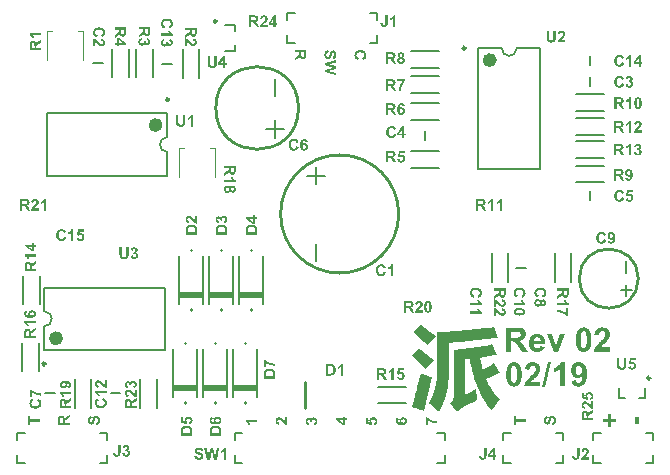
<source format=gto>
G04*
G04 #@! TF.GenerationSoftware,Altium Limited,Altium Designer,19.0.10 (269)*
G04*
G04 Layer_Color=65535*
%FSLAX25Y25*%
%MOIN*%
G70*
G01*
G75*
%ADD10C,0.00984*%
%ADD11C,0.01000*%
%ADD12C,0.02362*%
%ADD13C,0.00787*%
%ADD14C,0.00600*%
%ADD15C,0.00394*%
G36*
X51896Y-126006D02*
Y-124000D01*
X59899D01*
Y-126006D01*
X51896D01*
D02*
G37*
G36*
X61998D02*
Y-124000D01*
X70002D01*
Y-126006D01*
X61998D01*
D02*
G37*
G36*
X71998D02*
Y-124000D01*
X80002D01*
Y-126006D01*
X71998D01*
D02*
G37*
G36*
X53998Y-95006D02*
Y-93000D01*
X62002D01*
Y-95006D01*
X53998D01*
D02*
G37*
G36*
X63998D02*
Y-93000D01*
X72002D01*
Y-95006D01*
X63998D01*
D02*
G37*
G36*
X73998D02*
Y-93000D01*
X82002D01*
Y-95006D01*
X73998D01*
D02*
G37*
G36*
X187270Y-116530D02*
X187305D01*
X187392Y-116542D01*
X187496Y-116553D01*
X187617Y-116576D01*
X187750Y-116605D01*
X187894Y-116640D01*
X188050Y-116692D01*
X188212Y-116756D01*
X188380Y-116831D01*
X188548Y-116923D01*
X188715Y-117027D01*
X188877Y-117154D01*
X189039Y-117299D01*
X189189Y-117467D01*
X189201Y-117478D01*
X189224Y-117513D01*
X189241Y-117536D01*
X189259Y-117565D01*
X189287Y-117605D01*
X189311Y-117646D01*
X189339Y-117698D01*
X189368Y-117750D01*
X189403Y-117813D01*
X189438Y-117877D01*
X189472Y-117952D01*
X189507Y-118033D01*
X189542Y-118114D01*
X189582Y-118206D01*
X189617Y-118305D01*
X189652Y-118409D01*
X189686Y-118518D01*
X189721Y-118634D01*
X189756Y-118761D01*
X189790Y-118888D01*
X189819Y-119027D01*
X189848Y-119172D01*
X189871Y-119322D01*
X189900Y-119478D01*
X189918Y-119640D01*
X189935Y-119813D01*
X189952Y-119992D01*
X189964Y-120172D01*
X189970Y-120368D01*
Y-120565D01*
Y-120570D01*
Y-120588D01*
Y-120617D01*
Y-120663D01*
X189964Y-120709D01*
Y-120773D01*
Y-120842D01*
X189958Y-120923D01*
X189952Y-121010D01*
X189946Y-121102D01*
X189935Y-121201D01*
X189929Y-121310D01*
X189900Y-121536D01*
X189865Y-121778D01*
X189825Y-122039D01*
X189773Y-122299D01*
X189704Y-122564D01*
X189629Y-122825D01*
X189530Y-123073D01*
X189426Y-123310D01*
X189363Y-123426D01*
X189299Y-123530D01*
X189230Y-123634D01*
X189155Y-123726D01*
X189143Y-123738D01*
X189120Y-123767D01*
X189074Y-123813D01*
X189004Y-123877D01*
X188923Y-123952D01*
X188831Y-124033D01*
X188715Y-124119D01*
X188582Y-124212D01*
X188438Y-124304D01*
X188276Y-124391D01*
X188102Y-124472D01*
X187918Y-124547D01*
X187715Y-124605D01*
X187501Y-124657D01*
X187270Y-124686D01*
X187033Y-124697D01*
X186993D01*
X186941Y-124692D01*
X186877D01*
X186796Y-124680D01*
X186710Y-124669D01*
X186606Y-124657D01*
X186496Y-124634D01*
X186374Y-124611D01*
X186253Y-124576D01*
X186126Y-124536D01*
X185999Y-124489D01*
X185872Y-124432D01*
X185750Y-124362D01*
X185629Y-124287D01*
X185519Y-124200D01*
X185513Y-124195D01*
X185496Y-124177D01*
X185467Y-124148D01*
X185426Y-124108D01*
X185380Y-124056D01*
X185328Y-123986D01*
X185270Y-123911D01*
X185213Y-123825D01*
X185149Y-123726D01*
X185085Y-123617D01*
X185022Y-123489D01*
X184964Y-123356D01*
X184906Y-123212D01*
X184860Y-123050D01*
X184814Y-122882D01*
X184779Y-122703D01*
X186265Y-122536D01*
Y-122541D01*
Y-122553D01*
X186270Y-122582D01*
X186276Y-122611D01*
X186282Y-122645D01*
X186293Y-122692D01*
X186317Y-122790D01*
X186357Y-122900D01*
X186403Y-123015D01*
X186467Y-123119D01*
X186542Y-123212D01*
X186554Y-123223D01*
X186582Y-123247D01*
X186634Y-123281D01*
X186704Y-123316D01*
X186791Y-123356D01*
X186900Y-123391D01*
X187022Y-123414D01*
X187155Y-123426D01*
X187178D01*
X187201Y-123420D01*
X187235D01*
X187276Y-123414D01*
X187322Y-123403D01*
X187432Y-123374D01*
X187496Y-123351D01*
X187559Y-123322D01*
X187629Y-123287D01*
X187692Y-123241D01*
X187761Y-123195D01*
X187831Y-123137D01*
X187894Y-123067D01*
X187958Y-122992D01*
X187964Y-122986D01*
X187975Y-122969D01*
X187987Y-122940D01*
X188010Y-122900D01*
X188039Y-122848D01*
X188068Y-122778D01*
X188102Y-122697D01*
X188137Y-122599D01*
X188172Y-122489D01*
X188212Y-122356D01*
X188247Y-122206D01*
X188282Y-122039D01*
X188311Y-121854D01*
X188339Y-121651D01*
X188368Y-121426D01*
X188386Y-121177D01*
X188380Y-121183D01*
X188357Y-121206D01*
X188328Y-121241D01*
X188282Y-121281D01*
X188224Y-121333D01*
X188155Y-121391D01*
X188079Y-121449D01*
X187987Y-121513D01*
X187889Y-121576D01*
X187779Y-121634D01*
X187657Y-121692D01*
X187530Y-121744D01*
X187397Y-121784D01*
X187253Y-121819D01*
X187103Y-121842D01*
X186941Y-121848D01*
X186900D01*
X186848Y-121842D01*
X186785Y-121836D01*
X186704Y-121825D01*
X186606Y-121807D01*
X186502Y-121790D01*
X186386Y-121755D01*
X186259Y-121721D01*
X186132Y-121669D01*
X185993Y-121611D01*
X185854Y-121542D01*
X185715Y-121460D01*
X185577Y-121362D01*
X185444Y-121253D01*
X185311Y-121125D01*
X185305Y-121119D01*
X185282Y-121091D01*
X185247Y-121050D01*
X185207Y-120992D01*
X185155Y-120923D01*
X185097Y-120831D01*
X185033Y-120732D01*
X184970Y-120617D01*
X184906Y-120484D01*
X184843Y-120345D01*
X184785Y-120189D01*
X184733Y-120016D01*
X184692Y-119836D01*
X184658Y-119646D01*
X184634Y-119443D01*
X184629Y-119229D01*
Y-119224D01*
Y-119218D01*
Y-119201D01*
Y-119177D01*
X184634Y-119149D01*
Y-119114D01*
X184640Y-119027D01*
X184652Y-118923D01*
X184669Y-118807D01*
X184687Y-118675D01*
X184721Y-118530D01*
X184756Y-118374D01*
X184808Y-118218D01*
X184866Y-118056D01*
X184935Y-117888D01*
X185016Y-117727D01*
X185114Y-117571D01*
X185224Y-117415D01*
X185351Y-117270D01*
X185357Y-117264D01*
X185386Y-117235D01*
X185426Y-117201D01*
X185484Y-117154D01*
X185554Y-117097D01*
X185640Y-117033D01*
X185739Y-116964D01*
X185854Y-116894D01*
X185981Y-116825D01*
X186120Y-116761D01*
X186270Y-116698D01*
X186432Y-116640D01*
X186606Y-116594D01*
X186791Y-116559D01*
X186987Y-116530D01*
X187189Y-116524D01*
X187241D01*
X187270Y-116530D01*
D02*
G37*
G36*
X182461Y-124553D02*
X180930D01*
Y-118779D01*
X180918Y-118790D01*
X180889Y-118813D01*
X180843Y-118854D01*
X180779Y-118906D01*
X180698Y-118969D01*
X180600Y-119044D01*
X180490Y-119131D01*
X180363Y-119218D01*
X180224Y-119310D01*
X180074Y-119409D01*
X179912Y-119507D01*
X179739Y-119599D01*
X179554Y-119692D01*
X179357Y-119784D01*
X179155Y-119865D01*
X178947Y-119940D01*
Y-118547D01*
X178953D01*
X178976Y-118536D01*
X179005Y-118524D01*
X179051Y-118507D01*
X179109Y-118484D01*
X179172Y-118461D01*
X179248Y-118426D01*
X179334Y-118386D01*
X179427Y-118334D01*
X179525Y-118281D01*
X179635Y-118224D01*
X179745Y-118154D01*
X179866Y-118079D01*
X179987Y-117998D01*
X180115Y-117906D01*
X180247Y-117808D01*
X180253Y-117802D01*
X180276Y-117785D01*
X180317Y-117750D01*
X180363Y-117709D01*
X180421Y-117657D01*
X180484Y-117594D01*
X180554Y-117524D01*
X180635Y-117444D01*
X180710Y-117351D01*
X180791Y-117253D01*
X180872Y-117149D01*
X180953Y-117033D01*
X181028Y-116918D01*
X181097Y-116790D01*
X181161Y-116657D01*
X181213Y-116524D01*
X182461D01*
Y-124553D01*
D02*
G37*
G36*
X171971Y-116530D02*
X172052Y-116536D01*
X172150Y-116542D01*
X172265Y-116559D01*
X172392Y-116576D01*
X172531Y-116605D01*
X172676Y-116640D01*
X172832Y-116681D01*
X172988Y-116733D01*
X173138Y-116796D01*
X173294Y-116871D01*
X173444Y-116952D01*
X173583Y-117050D01*
X173716Y-117166D01*
X173722Y-117172D01*
X173745Y-117195D01*
X173780Y-117230D01*
X173820Y-117282D01*
X173872Y-117345D01*
X173930Y-117415D01*
X173994Y-117507D01*
X174057Y-117605D01*
X174121Y-117715D01*
X174184Y-117831D01*
X174242Y-117964D01*
X174294Y-118102D01*
X174335Y-118253D01*
X174369Y-118414D01*
X174392Y-118582D01*
X174398Y-118755D01*
Y-118761D01*
Y-118779D01*
Y-118807D01*
Y-118848D01*
X174392Y-118894D01*
X174387Y-118952D01*
X174381Y-119016D01*
X174375Y-119085D01*
X174352Y-119241D01*
X174317Y-119414D01*
X174265Y-119599D01*
X174202Y-119784D01*
Y-119790D01*
X174190Y-119808D01*
X174179Y-119831D01*
X174167Y-119871D01*
X174144Y-119912D01*
X174115Y-119964D01*
X174086Y-120027D01*
X174051Y-120091D01*
X174011Y-120166D01*
X173965Y-120247D01*
X173861Y-120420D01*
X173733Y-120605D01*
X173589Y-120802D01*
X173583Y-120807D01*
X173577Y-120819D01*
X173560Y-120836D01*
X173537Y-120865D01*
X173502Y-120906D01*
X173462Y-120952D01*
X173416Y-121004D01*
X173358Y-121062D01*
X173294Y-121131D01*
X173219Y-121206D01*
X173138Y-121293D01*
X173046Y-121385D01*
X172947Y-121484D01*
X172838Y-121588D01*
X172716Y-121703D01*
X172583Y-121825D01*
X172578Y-121830D01*
X172554Y-121854D01*
X172514Y-121888D01*
X172468Y-121934D01*
X172410Y-121986D01*
X172341Y-122044D01*
X172271Y-122114D01*
X172196Y-122183D01*
X172040Y-122333D01*
X171884Y-122478D01*
X171815Y-122547D01*
X171757Y-122605D01*
X171699Y-122663D01*
X171658Y-122709D01*
X171653Y-122721D01*
X171630Y-122744D01*
X171589Y-122790D01*
X171549Y-122842D01*
X171497Y-122906D01*
X171445Y-122981D01*
X171393Y-123056D01*
X171346Y-123131D01*
X174398D01*
Y-124553D01*
X169023D01*
Y-124541D01*
X169028Y-124518D01*
X169034Y-124472D01*
X169046Y-124414D01*
X169057Y-124345D01*
X169075Y-124258D01*
X169092Y-124166D01*
X169121Y-124062D01*
X169150Y-123946D01*
X169190Y-123825D01*
X169231Y-123703D01*
X169277Y-123570D01*
X169335Y-123437D01*
X169398Y-123299D01*
X169468Y-123166D01*
X169543Y-123027D01*
X169549Y-123021D01*
X169566Y-122992D01*
X169595Y-122952D01*
X169630Y-122894D01*
X169682Y-122825D01*
X169751Y-122738D01*
X169832Y-122634D01*
X169924Y-122518D01*
X170034Y-122385D01*
X170156Y-122241D01*
X170300Y-122085D01*
X170456Y-121911D01*
X170635Y-121726D01*
X170826Y-121536D01*
X171040Y-121328D01*
X171271Y-121108D01*
X171277Y-121102D01*
X171283Y-121096D01*
X171317Y-121068D01*
X171369Y-121016D01*
X171439Y-120952D01*
X171520Y-120871D01*
X171612Y-120784D01*
X171711Y-120686D01*
X171820Y-120582D01*
X172034Y-120362D01*
X172144Y-120258D01*
X172242Y-120149D01*
X172341Y-120050D01*
X172421Y-119958D01*
X172491Y-119871D01*
X172543Y-119802D01*
X172549Y-119796D01*
X172554Y-119779D01*
X172572Y-119755D01*
X172595Y-119721D01*
X172618Y-119675D01*
X172641Y-119628D01*
X172670Y-119571D01*
X172705Y-119507D01*
X172762Y-119362D01*
X172809Y-119206D01*
X172849Y-119033D01*
X172855Y-118946D01*
X172861Y-118860D01*
Y-118854D01*
Y-118836D01*
Y-118813D01*
X172855Y-118773D01*
Y-118732D01*
X172849Y-118686D01*
X172826Y-118571D01*
X172791Y-118443D01*
X172745Y-118310D01*
X172676Y-118189D01*
X172629Y-118125D01*
X172583Y-118073D01*
X172578Y-118068D01*
X172572Y-118062D01*
X172554Y-118050D01*
X172531Y-118027D01*
X172502Y-118010D01*
X172468Y-117987D01*
X172427Y-117958D01*
X172387Y-117935D01*
X172277Y-117883D01*
X172144Y-117836D01*
X171994Y-117808D01*
X171907Y-117802D01*
X171820Y-117796D01*
X171774D01*
X171739Y-117802D01*
X171699D01*
X171653Y-117813D01*
X171543Y-117831D01*
X171422Y-117865D01*
X171289Y-117917D01*
X171231Y-117952D01*
X171167Y-117987D01*
X171109Y-118033D01*
X171052Y-118085D01*
X171046Y-118091D01*
X171040Y-118097D01*
X171023Y-118114D01*
X171005Y-118143D01*
X170982Y-118172D01*
X170959Y-118212D01*
X170936Y-118258D01*
X170907Y-118310D01*
X170878Y-118374D01*
X170849Y-118443D01*
X170820Y-118524D01*
X170797Y-118611D01*
X170774Y-118709D01*
X170751Y-118813D01*
X170739Y-118923D01*
X170728Y-119044D01*
X169202Y-118894D01*
Y-118888D01*
Y-118877D01*
X169208Y-118860D01*
Y-118836D01*
X169213Y-118807D01*
X169219Y-118773D01*
X169237Y-118686D01*
X169254Y-118582D01*
X169283Y-118466D01*
X169317Y-118334D01*
X169358Y-118195D01*
X169410Y-118045D01*
X169468Y-117894D01*
X169537Y-117744D01*
X169618Y-117594D01*
X169705Y-117449D01*
X169809Y-117316D01*
X169924Y-117189D01*
X170052Y-117079D01*
X170057Y-117074D01*
X170086Y-117056D01*
X170127Y-117027D01*
X170179Y-116993D01*
X170254Y-116952D01*
X170335Y-116906D01*
X170439Y-116854D01*
X170549Y-116802D01*
X170670Y-116750D01*
X170809Y-116698D01*
X170959Y-116652D01*
X171115Y-116611D01*
X171289Y-116576D01*
X171468Y-116548D01*
X171658Y-116530D01*
X171855Y-116524D01*
X171907D01*
X171971Y-116530D01*
D02*
G37*
G36*
X176069Y-124692D02*
X174936D01*
X176918Y-116420D01*
X178074D01*
X176069Y-124692D01*
D02*
G37*
G36*
X165705Y-116530D02*
X165786Y-116536D01*
X165884Y-116548D01*
X166000Y-116571D01*
X166121Y-116594D01*
X166260Y-116629D01*
X166399Y-116675D01*
X166549Y-116727D01*
X166699Y-116796D01*
X166850Y-116877D01*
X167000Y-116970D01*
X167144Y-117079D01*
X167283Y-117212D01*
X167410Y-117357D01*
X167422Y-117368D01*
X167428Y-117380D01*
X167445Y-117403D01*
X167462Y-117432D01*
X167485Y-117461D01*
X167508Y-117501D01*
X167532Y-117548D01*
X167560Y-117594D01*
X167595Y-117651D01*
X167624Y-117715D01*
X167659Y-117785D01*
X167693Y-117865D01*
X167728Y-117946D01*
X167769Y-118033D01*
X167803Y-118131D01*
X167838Y-118235D01*
X167878Y-118345D01*
X167913Y-118461D01*
X167948Y-118582D01*
X167982Y-118715D01*
X168011Y-118848D01*
X168046Y-118992D01*
X168075Y-119143D01*
X168098Y-119305D01*
X168121Y-119466D01*
X168144Y-119640D01*
X168161Y-119819D01*
X168179Y-120004D01*
X168190Y-120201D01*
X168196Y-120403D01*
Y-120611D01*
Y-120617D01*
Y-120634D01*
Y-120669D01*
Y-120709D01*
Y-120761D01*
X168190Y-120825D01*
Y-120900D01*
X168185Y-120981D01*
X168179Y-121073D01*
X168173Y-121166D01*
X168167Y-121270D01*
X168156Y-121380D01*
X168133Y-121617D01*
X168098Y-121871D01*
X168058Y-122137D01*
X168006Y-122408D01*
X167942Y-122680D01*
X167867Y-122946D01*
X167774Y-123206D01*
X167670Y-123449D01*
X167612Y-123565D01*
X167549Y-123674D01*
X167480Y-123778D01*
X167410Y-123877D01*
X167404Y-123888D01*
X167381Y-123911D01*
X167341Y-123952D01*
X167289Y-124004D01*
X167225Y-124067D01*
X167144Y-124137D01*
X167046Y-124206D01*
X166936Y-124281D01*
X166815Y-124362D01*
X166682Y-124432D01*
X166532Y-124501D01*
X166370Y-124564D01*
X166196Y-124616D01*
X166006Y-124657D01*
X165809Y-124680D01*
X165595Y-124692D01*
X165543D01*
X165485Y-124686D01*
X165404Y-124680D01*
X165300Y-124663D01*
X165191Y-124645D01*
X165058Y-124616D01*
X164925Y-124582D01*
X164775Y-124530D01*
X164624Y-124472D01*
X164468Y-124403D01*
X164306Y-124316D01*
X164150Y-124212D01*
X164000Y-124091D01*
X163850Y-123952D01*
X163711Y-123796D01*
X163705Y-123784D01*
X163682Y-123755D01*
X163665Y-123726D01*
X163647Y-123697D01*
X163624Y-123663D01*
X163601Y-123622D01*
X163572Y-123570D01*
X163549Y-123518D01*
X163514Y-123455D01*
X163486Y-123391D01*
X163457Y-123316D01*
X163422Y-123241D01*
X163387Y-123154D01*
X163358Y-123062D01*
X163324Y-122963D01*
X163289Y-122854D01*
X163254Y-122744D01*
X163225Y-122622D01*
X163197Y-122495D01*
X163168Y-122362D01*
X163139Y-122218D01*
X163110Y-122067D01*
X163087Y-121911D01*
X163064Y-121749D01*
X163046Y-121576D01*
X163029Y-121397D01*
X163017Y-121212D01*
X163006Y-121016D01*
X163000Y-120813D01*
Y-120599D01*
Y-120594D01*
Y-120576D01*
Y-120542D01*
Y-120501D01*
X163006Y-120449D01*
Y-120386D01*
Y-120310D01*
X163012Y-120229D01*
X163017Y-120143D01*
X163023Y-120045D01*
X163035Y-119940D01*
X163040Y-119831D01*
X163064Y-119599D01*
X163098Y-119345D01*
X163139Y-119079D01*
X163191Y-118813D01*
X163254Y-118542D01*
X163330Y-118270D01*
X163416Y-118016D01*
X163520Y-117773D01*
X163584Y-117657D01*
X163642Y-117548D01*
X163711Y-117444D01*
X163780Y-117345D01*
X163786Y-117334D01*
X163809Y-117311D01*
X163850Y-117270D01*
X163902Y-117218D01*
X163965Y-117154D01*
X164046Y-117085D01*
X164144Y-117010D01*
X164254Y-116935D01*
X164376Y-116860D01*
X164509Y-116785D01*
X164659Y-116715D01*
X164821Y-116652D01*
X164994Y-116600D01*
X165185Y-116559D01*
X165381Y-116536D01*
X165595Y-116524D01*
X165647D01*
X165705Y-116530D01*
D02*
G37*
G36*
X180242Y-113000D02*
X178860D01*
X176525Y-107203D01*
X178132D01*
X179225Y-110162D01*
X179542Y-111150D01*
Y-111145D01*
X179548Y-111133D01*
X179554Y-111116D01*
X179566Y-111087D01*
X179583Y-111023D01*
X179612Y-110948D01*
X179635Y-110861D01*
X179664Y-110781D01*
X179681Y-110711D01*
X179693Y-110676D01*
X179698Y-110653D01*
X179704Y-110642D01*
X179710Y-110613D01*
X179727Y-110561D01*
X179750Y-110503D01*
X179774Y-110428D01*
X179803Y-110341D01*
X179831Y-110255D01*
X179866Y-110162D01*
X180964Y-107203D01*
X182542D01*
X180242Y-113000D01*
D02*
G37*
G36*
X195218Y-104977D02*
X195299Y-104983D01*
X195397Y-104989D01*
X195512Y-105006D01*
X195640Y-105024D01*
X195778Y-105052D01*
X195923Y-105087D01*
X196079Y-105128D01*
X196235Y-105180D01*
X196385Y-105243D01*
X196541Y-105318D01*
X196692Y-105399D01*
X196830Y-105498D01*
X196963Y-105613D01*
X196969Y-105619D01*
X196992Y-105642D01*
X197027Y-105677D01*
X197067Y-105729D01*
X197119Y-105792D01*
X197177Y-105862D01*
X197241Y-105954D01*
X197304Y-106052D01*
X197368Y-106162D01*
X197432Y-106278D01*
X197489Y-106411D01*
X197541Y-106550D01*
X197582Y-106700D01*
X197616Y-106862D01*
X197640Y-107029D01*
X197645Y-107203D01*
Y-107208D01*
Y-107226D01*
Y-107255D01*
Y-107295D01*
X197640Y-107341D01*
X197634Y-107399D01*
X197628Y-107463D01*
X197622Y-107532D01*
X197599Y-107688D01*
X197564Y-107862D01*
X197512Y-108046D01*
X197449Y-108231D01*
Y-108237D01*
X197437Y-108255D01*
X197426Y-108278D01*
X197414Y-108318D01*
X197391Y-108359D01*
X197362Y-108411D01*
X197333Y-108474D01*
X197299Y-108538D01*
X197258Y-108613D01*
X197212Y-108694D01*
X197108Y-108867D01*
X196981Y-109052D01*
X196836Y-109249D01*
X196830Y-109255D01*
X196825Y-109266D01*
X196807Y-109283D01*
X196784Y-109312D01*
X196749Y-109353D01*
X196709Y-109399D01*
X196663Y-109451D01*
X196605Y-109509D01*
X196541Y-109578D01*
X196466Y-109653D01*
X196385Y-109740D01*
X196293Y-109833D01*
X196195Y-109931D01*
X196085Y-110035D01*
X195963Y-110151D01*
X195830Y-110272D01*
X195825Y-110278D01*
X195801Y-110301D01*
X195761Y-110335D01*
X195715Y-110382D01*
X195657Y-110434D01*
X195588Y-110492D01*
X195518Y-110561D01*
X195443Y-110630D01*
X195287Y-110781D01*
X195131Y-110925D01*
X195062Y-110994D01*
X195004Y-111052D01*
X194946Y-111110D01*
X194906Y-111156D01*
X194900Y-111168D01*
X194877Y-111191D01*
X194836Y-111237D01*
X194796Y-111289D01*
X194744Y-111353D01*
X194692Y-111428D01*
X194640Y-111503D01*
X194594Y-111578D01*
X197645D01*
Y-113000D01*
X192270D01*
Y-112988D01*
X192276Y-112965D01*
X192281Y-112919D01*
X192293Y-112861D01*
X192305Y-112792D01*
X192322Y-112705D01*
X192339Y-112613D01*
X192368Y-112509D01*
X192397Y-112393D01*
X192438Y-112272D01*
X192478Y-112150D01*
X192524Y-112017D01*
X192582Y-111884D01*
X192646Y-111746D01*
X192715Y-111613D01*
X192790Y-111474D01*
X192796Y-111468D01*
X192813Y-111439D01*
X192842Y-111399D01*
X192877Y-111341D01*
X192929Y-111272D01*
X192998Y-111185D01*
X193079Y-111081D01*
X193172Y-110965D01*
X193281Y-110833D01*
X193403Y-110688D01*
X193547Y-110532D01*
X193703Y-110359D01*
X193883Y-110174D01*
X194073Y-109983D01*
X194287Y-109775D01*
X194518Y-109555D01*
X194524Y-109549D01*
X194530Y-109544D01*
X194565Y-109515D01*
X194617Y-109463D01*
X194686Y-109399D01*
X194767Y-109318D01*
X194859Y-109231D01*
X194958Y-109133D01*
X195067Y-109029D01*
X195281Y-108809D01*
X195391Y-108705D01*
X195489Y-108596D01*
X195588Y-108497D01*
X195669Y-108405D01*
X195738Y-108318D01*
X195790Y-108249D01*
X195796Y-108243D01*
X195801Y-108226D01*
X195819Y-108203D01*
X195842Y-108168D01*
X195865Y-108122D01*
X195888Y-108075D01*
X195917Y-108018D01*
X195952Y-107954D01*
X196010Y-107810D01*
X196056Y-107653D01*
X196096Y-107480D01*
X196102Y-107393D01*
X196108Y-107307D01*
Y-107301D01*
Y-107284D01*
Y-107261D01*
X196102Y-107220D01*
Y-107179D01*
X196096Y-107133D01*
X196073Y-107018D01*
X196038Y-106890D01*
X195992Y-106758D01*
X195923Y-106636D01*
X195877Y-106573D01*
X195830Y-106521D01*
X195825Y-106515D01*
X195819Y-106509D01*
X195801Y-106498D01*
X195778Y-106474D01*
X195749Y-106457D01*
X195715Y-106434D01*
X195674Y-106405D01*
X195634Y-106382D01*
X195524Y-106330D01*
X195391Y-106284D01*
X195241Y-106255D01*
X195154Y-106249D01*
X195067Y-106243D01*
X195021D01*
X194986Y-106249D01*
X194946D01*
X194900Y-106261D01*
X194790Y-106278D01*
X194669Y-106313D01*
X194536Y-106365D01*
X194478Y-106399D01*
X194414Y-106434D01*
X194357Y-106480D01*
X194299Y-106532D01*
X194293Y-106538D01*
X194287Y-106544D01*
X194270Y-106561D01*
X194253Y-106590D01*
X194229Y-106619D01*
X194206Y-106659D01*
X194183Y-106706D01*
X194154Y-106758D01*
X194125Y-106821D01*
X194096Y-106890D01*
X194068Y-106972D01*
X194044Y-107058D01*
X194021Y-107156D01*
X193998Y-107261D01*
X193987Y-107370D01*
X193975Y-107492D01*
X192449Y-107341D01*
Y-107336D01*
Y-107324D01*
X192455Y-107307D01*
Y-107284D01*
X192461Y-107255D01*
X192466Y-107220D01*
X192484Y-107133D01*
X192501Y-107029D01*
X192530Y-106914D01*
X192565Y-106781D01*
X192605Y-106642D01*
X192657Y-106492D01*
X192715Y-106341D01*
X192784Y-106191D01*
X192865Y-106041D01*
X192952Y-105896D01*
X193056Y-105763D01*
X193172Y-105636D01*
X193299Y-105526D01*
X193305Y-105521D01*
X193333Y-105503D01*
X193374Y-105474D01*
X193426Y-105440D01*
X193501Y-105399D01*
X193582Y-105353D01*
X193686Y-105301D01*
X193796Y-105249D01*
X193917Y-105197D01*
X194056Y-105145D01*
X194206Y-105099D01*
X194362Y-105058D01*
X194536Y-105024D01*
X194715Y-104995D01*
X194906Y-104977D01*
X195102Y-104972D01*
X195154D01*
X195218Y-104977D01*
D02*
G37*
G36*
X166601Y-105006D02*
X166711D01*
X166832Y-105012D01*
X166965Y-105018D01*
X167110Y-105029D01*
X167260Y-105041D01*
X167410Y-105052D01*
X167722Y-105093D01*
X167867Y-105116D01*
X168006Y-105145D01*
X168138Y-105180D01*
X168254Y-105220D01*
X168260D01*
X168277Y-105232D01*
X168312Y-105243D01*
X168352Y-105261D01*
X168398Y-105284D01*
X168456Y-105318D01*
X168520Y-105353D01*
X168589Y-105394D01*
X168664Y-105446D01*
X168739Y-105503D01*
X168815Y-105567D01*
X168896Y-105636D01*
X168971Y-105711D01*
X169046Y-105798D01*
X169115Y-105891D01*
X169185Y-105989D01*
X169190Y-105995D01*
X169202Y-106012D01*
X169219Y-106047D01*
X169242Y-106087D01*
X169265Y-106139D01*
X169294Y-106197D01*
X169329Y-106272D01*
X169364Y-106353D01*
X169393Y-106440D01*
X169427Y-106538D01*
X169456Y-106642D01*
X169485Y-106752D01*
X169502Y-106867D01*
X169520Y-106989D01*
X169531Y-107110D01*
X169537Y-107243D01*
Y-107255D01*
Y-107284D01*
X169531Y-107330D01*
Y-107393D01*
X169520Y-107468D01*
X169508Y-107561D01*
X169491Y-107659D01*
X169474Y-107769D01*
X169445Y-107885D01*
X169410Y-108006D01*
X169364Y-108127D01*
X169312Y-108255D01*
X169254Y-108376D01*
X169179Y-108503D01*
X169098Y-108619D01*
X169005Y-108734D01*
X169000Y-108740D01*
X168982Y-108757D01*
X168948Y-108786D01*
X168907Y-108827D01*
X168849Y-108873D01*
X168786Y-108925D01*
X168705Y-108983D01*
X168612Y-109046D01*
X168503Y-109110D01*
X168387Y-109168D01*
X168260Y-109231D01*
X168115Y-109289D01*
X167959Y-109347D01*
X167792Y-109393D01*
X167612Y-109434D01*
X167422Y-109468D01*
X167428Y-109474D01*
X167445Y-109480D01*
X167474Y-109497D01*
X167508Y-109520D01*
X167555Y-109549D01*
X167607Y-109584D01*
X167665Y-109625D01*
X167728Y-109665D01*
X167867Y-109769D01*
X168011Y-109885D01*
X168156Y-110012D01*
X168289Y-110145D01*
X168295Y-110151D01*
X168306Y-110162D01*
X168323Y-110185D01*
X168352Y-110214D01*
X168387Y-110255D01*
X168427Y-110307D01*
X168474Y-110370D01*
X168532Y-110445D01*
X168595Y-110526D01*
X168664Y-110619D01*
X168739Y-110729D01*
X168821Y-110844D01*
X168907Y-110977D01*
X169000Y-111116D01*
X169104Y-111272D01*
X169208Y-111439D01*
X170185Y-113000D01*
X168248D01*
X167087Y-111260D01*
X167081Y-111249D01*
X167058Y-111220D01*
X167029Y-111173D01*
X166988Y-111110D01*
X166936Y-111035D01*
X166878Y-110954D01*
X166815Y-110861D01*
X166745Y-110763D01*
X166601Y-110567D01*
X166532Y-110468D01*
X166462Y-110370D01*
X166399Y-110283D01*
X166335Y-110208D01*
X166277Y-110139D01*
X166231Y-110087D01*
X166219Y-110075D01*
X166191Y-110046D01*
X166144Y-110006D01*
X166086Y-109954D01*
X166011Y-109896D01*
X165930Y-109844D01*
X165844Y-109792D01*
X165745Y-109752D01*
X165734Y-109746D01*
X165717Y-109740D01*
X165699Y-109734D01*
X165670Y-109729D01*
X165636Y-109723D01*
X165595Y-109711D01*
X165549Y-109705D01*
X165497Y-109694D01*
X165439Y-109688D01*
X165370Y-109682D01*
X165295Y-109671D01*
X165219Y-109665D01*
X165133D01*
X165035Y-109659D01*
X164613D01*
Y-113000D01*
X163000D01*
Y-105000D01*
X166514D01*
X166601Y-105006D01*
D02*
G37*
G36*
X173346Y-107081D02*
X173381D01*
X173473Y-107087D01*
X173583Y-107099D01*
X173705Y-107122D01*
X173849Y-107145D01*
X173999Y-107179D01*
X174155Y-107226D01*
X174323Y-107284D01*
X174491Y-107353D01*
X174664Y-107434D01*
X174832Y-107532D01*
X174994Y-107648D01*
X175150Y-107781D01*
X175294Y-107931D01*
X175300Y-107942D01*
X175329Y-107971D01*
X175363Y-108023D01*
X175410Y-108093D01*
X175468Y-108185D01*
X175531Y-108295D01*
X175595Y-108428D01*
X175664Y-108578D01*
X175733Y-108752D01*
X175803Y-108948D01*
X175861Y-109162D01*
X175918Y-109399D01*
X175959Y-109653D01*
X175993Y-109931D01*
X176011Y-110231D01*
X176017Y-110549D01*
X172173D01*
Y-110555D01*
Y-110578D01*
X172179Y-110613D01*
Y-110659D01*
X172184Y-110717D01*
X172196Y-110786D01*
X172207Y-110856D01*
X172225Y-110936D01*
X172265Y-111110D01*
X172294Y-111197D01*
X172329Y-111283D01*
X172375Y-111370D01*
X172421Y-111457D01*
X172473Y-111538D01*
X172537Y-111613D01*
X172543Y-111619D01*
X172554Y-111630D01*
X172572Y-111647D01*
X172601Y-111671D01*
X172635Y-111699D01*
X172681Y-111734D01*
X172728Y-111763D01*
X172785Y-111798D01*
X172843Y-111838D01*
X172913Y-111867D01*
X173063Y-111931D01*
X173150Y-111954D01*
X173236Y-111971D01*
X173329Y-111983D01*
X173427Y-111988D01*
X173462D01*
X173491Y-111983D01*
X173554Y-111977D01*
X173641Y-111965D01*
X173733Y-111942D01*
X173837Y-111908D01*
X173936Y-111861D01*
X174034Y-111798D01*
X174040D01*
X174046Y-111786D01*
X174074Y-111757D01*
X174121Y-111711D01*
X174173Y-111642D01*
X174236Y-111555D01*
X174300Y-111445D01*
X174358Y-111318D01*
X174410Y-111162D01*
X175936Y-111416D01*
X175930Y-111428D01*
X175924Y-111451D01*
X175907Y-111497D01*
X175878Y-111555D01*
X175849Y-111624D01*
X175809Y-111705D01*
X175762Y-111798D01*
X175704Y-111890D01*
X175647Y-111994D01*
X175577Y-112098D01*
X175496Y-112208D01*
X175415Y-112312D01*
X175323Y-112416D01*
X175225Y-112520D01*
X175115Y-112613D01*
X174999Y-112699D01*
X174994Y-112705D01*
X174970Y-112717D01*
X174936Y-112740D01*
X174884Y-112769D01*
X174820Y-112798D01*
X174751Y-112838D01*
X174658Y-112873D01*
X174560Y-112913D01*
X174450Y-112954D01*
X174335Y-112994D01*
X174202Y-113035D01*
X174063Y-113064D01*
X173913Y-113093D01*
X173751Y-113116D01*
X173583Y-113127D01*
X173410Y-113133D01*
X173346D01*
X173306Y-113127D01*
X173265D01*
X173219Y-113121D01*
X173161Y-113116D01*
X173034Y-113104D01*
X172895Y-113081D01*
X172733Y-113052D01*
X172560Y-113012D01*
X172381Y-112960D01*
X172196Y-112890D01*
X172011Y-112815D01*
X171826Y-112717D01*
X171647Y-112607D01*
X171479Y-112474D01*
X171317Y-112324D01*
X171173Y-112150D01*
X171167Y-112139D01*
X171150Y-112116D01*
X171121Y-112069D01*
X171086Y-112006D01*
X171040Y-111931D01*
X170994Y-111838D01*
X170942Y-111728D01*
X170890Y-111601D01*
X170832Y-111462D01*
X170780Y-111312D01*
X170734Y-111150D01*
X170693Y-110971D01*
X170653Y-110786D01*
X170624Y-110584D01*
X170607Y-110370D01*
X170601Y-110151D01*
Y-110145D01*
Y-110133D01*
Y-110116D01*
Y-110087D01*
X170607Y-110052D01*
Y-110012D01*
Y-109966D01*
X170612Y-109914D01*
X170624Y-109792D01*
X170641Y-109653D01*
X170664Y-109497D01*
X170693Y-109330D01*
X170734Y-109151D01*
X170786Y-108966D01*
X170844Y-108781D01*
X170919Y-108590D01*
X171005Y-108405D01*
X171104Y-108226D01*
X171219Y-108058D01*
X171352Y-107896D01*
X171364Y-107885D01*
X171387Y-107862D01*
X171427Y-107821D01*
X171485Y-107769D01*
X171560Y-107705D01*
X171653Y-107636D01*
X171757Y-107561D01*
X171872Y-107486D01*
X172005Y-107411D01*
X172150Y-107336D01*
X172306Y-107266D01*
X172473Y-107203D01*
X172653Y-107151D01*
X172843Y-107110D01*
X173046Y-107087D01*
X173259Y-107076D01*
X173317D01*
X173346Y-107081D01*
D02*
G37*
G36*
X188952Y-104977D02*
X189033Y-104983D01*
X189131Y-104995D01*
X189247Y-105018D01*
X189368Y-105041D01*
X189507Y-105076D01*
X189646Y-105122D01*
X189796Y-105174D01*
X189946Y-105243D01*
X190097Y-105324D01*
X190247Y-105417D01*
X190391Y-105526D01*
X190530Y-105659D01*
X190657Y-105804D01*
X190669Y-105815D01*
X190675Y-105827D01*
X190692Y-105850D01*
X190709Y-105879D01*
X190732Y-105908D01*
X190756Y-105948D01*
X190779Y-105995D01*
X190808Y-106041D01*
X190842Y-106099D01*
X190871Y-106162D01*
X190906Y-106232D01*
X190940Y-106313D01*
X190975Y-106394D01*
X191016Y-106480D01*
X191050Y-106578D01*
X191085Y-106683D01*
X191126Y-106792D01*
X191160Y-106908D01*
X191195Y-107029D01*
X191229Y-107162D01*
X191258Y-107295D01*
X191293Y-107440D01*
X191322Y-107590D01*
X191345Y-107752D01*
X191368Y-107914D01*
X191391Y-108087D01*
X191409Y-108266D01*
X191426Y-108451D01*
X191438Y-108648D01*
X191443Y-108850D01*
Y-109058D01*
Y-109064D01*
Y-109081D01*
Y-109116D01*
Y-109156D01*
Y-109208D01*
X191438Y-109272D01*
Y-109347D01*
X191432Y-109428D01*
X191426Y-109520D01*
X191420Y-109613D01*
X191414Y-109717D01*
X191403Y-109827D01*
X191380Y-110064D01*
X191345Y-110318D01*
X191305Y-110584D01*
X191253Y-110856D01*
X191189Y-111127D01*
X191114Y-111393D01*
X191021Y-111653D01*
X190917Y-111896D01*
X190860Y-112012D01*
X190796Y-112121D01*
X190727Y-112225D01*
X190657Y-112324D01*
X190652Y-112335D01*
X190628Y-112358D01*
X190588Y-112399D01*
X190536Y-112451D01*
X190472Y-112514D01*
X190391Y-112584D01*
X190293Y-112653D01*
X190183Y-112728D01*
X190062Y-112809D01*
X189929Y-112879D01*
X189779Y-112948D01*
X189617Y-113012D01*
X189444Y-113064D01*
X189253Y-113104D01*
X189056Y-113127D01*
X188842Y-113139D01*
X188790D01*
X188733Y-113133D01*
X188652Y-113127D01*
X188548Y-113110D01*
X188438Y-113093D01*
X188305Y-113064D01*
X188172Y-113029D01*
X188022Y-112977D01*
X187871Y-112919D01*
X187715Y-112850D01*
X187553Y-112763D01*
X187397Y-112659D01*
X187247Y-112538D01*
X187097Y-112399D01*
X186958Y-112243D01*
X186952Y-112231D01*
X186929Y-112202D01*
X186912Y-112173D01*
X186895Y-112145D01*
X186871Y-112110D01*
X186848Y-112069D01*
X186819Y-112017D01*
X186796Y-111965D01*
X186762Y-111902D01*
X186733Y-111838D01*
X186704Y-111763D01*
X186669Y-111688D01*
X186634Y-111601D01*
X186606Y-111509D01*
X186571Y-111410D01*
X186536Y-111301D01*
X186502Y-111191D01*
X186473Y-111070D01*
X186444Y-110942D01*
X186415Y-110809D01*
X186386Y-110665D01*
X186357Y-110515D01*
X186334Y-110359D01*
X186311Y-110197D01*
X186293Y-110023D01*
X186276Y-109844D01*
X186265Y-109659D01*
X186253Y-109463D01*
X186247Y-109260D01*
Y-109046D01*
Y-109041D01*
Y-109023D01*
Y-108989D01*
Y-108948D01*
X186253Y-108896D01*
Y-108833D01*
Y-108757D01*
X186259Y-108677D01*
X186265Y-108590D01*
X186270Y-108492D01*
X186282Y-108388D01*
X186288Y-108278D01*
X186311Y-108046D01*
X186345Y-107792D01*
X186386Y-107526D01*
X186438Y-107261D01*
X186502Y-106989D01*
X186577Y-106717D01*
X186663Y-106463D01*
X186767Y-106220D01*
X186831Y-106105D01*
X186889Y-105995D01*
X186958Y-105891D01*
X187028Y-105792D01*
X187033Y-105781D01*
X187056Y-105758D01*
X187097Y-105717D01*
X187149Y-105665D01*
X187212Y-105602D01*
X187293Y-105532D01*
X187392Y-105457D01*
X187501Y-105382D01*
X187623Y-105307D01*
X187756Y-105232D01*
X187906Y-105162D01*
X188068Y-105099D01*
X188241Y-105047D01*
X188432Y-105006D01*
X188628Y-104983D01*
X188842Y-104972D01*
X188894D01*
X188952Y-104977D01*
D02*
G37*
G36*
X134536Y-103942D02*
X134610Y-103997D01*
X134758Y-104108D01*
X134943Y-104238D01*
X135165Y-104405D01*
X135443Y-104608D01*
X135757Y-104849D01*
X136109Y-105108D01*
X136479Y-105386D01*
X136886Y-105700D01*
X137312Y-106015D01*
X137756Y-106367D01*
X138682Y-107107D01*
X139644Y-107884D01*
X136812Y-110846D01*
X136794Y-110828D01*
X136701Y-110735D01*
X136590Y-110624D01*
X136424Y-110457D01*
X136202Y-110235D01*
X135961Y-109995D01*
X135683Y-109735D01*
X135369Y-109421D01*
X135017Y-109106D01*
X134647Y-108754D01*
X134258Y-108403D01*
X133851Y-108033D01*
X132981Y-107255D01*
X132055Y-106496D01*
X134499Y-103923D01*
X134536Y-103942D01*
D02*
G37*
G36*
X133925Y-111846D02*
X134017Y-111920D01*
X134147Y-112031D01*
X134351Y-112179D01*
X134591Y-112364D01*
X134869Y-112567D01*
X135184Y-112827D01*
X135535Y-113086D01*
X135905Y-113382D01*
X136313Y-113697D01*
X137146Y-114363D01*
X137997Y-115085D01*
X138848Y-115807D01*
X136202Y-118879D01*
X131482Y-114622D01*
X133888Y-111827D01*
X133925Y-111846D01*
D02*
G37*
G36*
X159968Y-114030D02*
X159931D01*
X159839Y-114048D01*
X159672Y-114085D01*
X159450Y-114141D01*
X159172Y-114196D01*
X158858Y-114252D01*
X158506Y-114326D01*
X158117Y-114400D01*
X157692Y-114474D01*
X157247Y-114567D01*
X156766Y-114641D01*
X156285Y-114733D01*
X155304Y-114900D01*
X154304Y-115066D01*
Y-115085D01*
X154323Y-115159D01*
X154341Y-115270D01*
X154360Y-115418D01*
X154397Y-115603D01*
X154452Y-115825D01*
X154489Y-116084D01*
X154545Y-116343D01*
X154601Y-116640D01*
X154674Y-116954D01*
X154823Y-117621D01*
X154989Y-118324D01*
X155174Y-119027D01*
X155193Y-119009D01*
X155267Y-118990D01*
X155378Y-118935D01*
X155526Y-118861D01*
X155711Y-118768D01*
X155915Y-118657D01*
X156155Y-118528D01*
X156433Y-118380D01*
X156711Y-118231D01*
X157025Y-118065D01*
X157673Y-117695D01*
X158377Y-117306D01*
X159080Y-116880D01*
X160968Y-120009D01*
X160931Y-120027D01*
X160857Y-120064D01*
X160709Y-120138D01*
X160524Y-120212D01*
X160302Y-120323D01*
X160042Y-120453D01*
X159746Y-120601D01*
X159413Y-120749D01*
X159061Y-120915D01*
X158673Y-121101D01*
X157895Y-121452D01*
X157081Y-121804D01*
X156266Y-122156D01*
Y-122174D01*
X156285Y-122211D01*
X156322Y-122267D01*
X156359Y-122341D01*
X156396Y-122452D01*
X156451Y-122581D01*
X156526Y-122711D01*
X156600Y-122878D01*
X156785Y-123248D01*
X157007Y-123673D01*
X157266Y-124136D01*
X157562Y-124636D01*
X157895Y-125173D01*
X158265Y-125728D01*
X158654Y-126283D01*
X159080Y-126839D01*
X159524Y-127394D01*
X160024Y-127912D01*
X160524Y-128412D01*
X161061Y-128875D01*
X158136Y-132540D01*
X158117Y-132521D01*
X158062Y-132466D01*
X157988Y-132373D01*
X157877Y-132262D01*
X157747Y-132096D01*
X157581Y-131892D01*
X157414Y-131670D01*
X157210Y-131411D01*
X156988Y-131114D01*
X156748Y-130781D01*
X156489Y-130411D01*
X156229Y-130022D01*
X155933Y-129597D01*
X155656Y-129134D01*
X155359Y-128634D01*
X155063Y-128097D01*
X154749Y-127542D01*
X154434Y-126950D01*
X154138Y-126339D01*
X153823Y-125673D01*
X153527Y-125006D01*
X153231Y-124284D01*
X152935Y-123544D01*
X152657Y-122766D01*
X152379Y-121952D01*
X152120Y-121119D01*
X151880Y-120268D01*
X151657Y-119361D01*
X151454Y-118454D01*
X151269Y-117491D01*
X151102Y-116510D01*
X150972Y-115511D01*
X150935D01*
X150824Y-115529D01*
X150658Y-115548D01*
X150436Y-115566D01*
X150177Y-115585D01*
X149899Y-115603D01*
X149288Y-115659D01*
Y-127375D01*
X149307Y-127357D01*
X149362Y-127338D01*
X149455Y-127283D01*
X149584Y-127227D01*
X149732Y-127153D01*
X149917Y-127061D01*
X150121Y-126968D01*
X150362Y-126839D01*
X150621Y-126728D01*
X150899Y-126579D01*
X151195Y-126432D01*
X151528Y-126283D01*
X152213Y-125969D01*
X152953Y-125636D01*
Y-125654D01*
Y-125673D01*
Y-125747D01*
X152972Y-125821D01*
Y-125932D01*
X152990Y-126080D01*
X153009Y-126246D01*
X153027Y-126432D01*
X153046Y-126654D01*
X153083Y-126913D01*
X153120Y-127209D01*
X153175Y-127524D01*
X153231Y-127875D01*
X153286Y-128264D01*
X153360Y-128690D01*
X153434Y-129152D01*
X153416D01*
X153379Y-129190D01*
X153305Y-129208D01*
X153194Y-129263D01*
X153064Y-129319D01*
X152916Y-129393D01*
X152750Y-129467D01*
X152546Y-129560D01*
X152120Y-129782D01*
X151620Y-130022D01*
X151084Y-130300D01*
X150510Y-130596D01*
X149307Y-131226D01*
X148733Y-131559D01*
X148178Y-131892D01*
X147659Y-132225D01*
X147178Y-132540D01*
X146974Y-132688D01*
X146771Y-132854D01*
X146604Y-132984D01*
X146456Y-133132D01*
X144383Y-130263D01*
X144402Y-130245D01*
X144439Y-130208D01*
X144494Y-130133D01*
X144587Y-130022D01*
X144679Y-129911D01*
X144790Y-129745D01*
X144901Y-129560D01*
X145031Y-129356D01*
X145142Y-129134D01*
X145271Y-128875D01*
X145364Y-128597D01*
X145475Y-128301D01*
X145549Y-127986D01*
X145605Y-127635D01*
X145642Y-127283D01*
X145660Y-126894D01*
Y-112438D01*
X145734D01*
X145827Y-112419D01*
X145956Y-112401D01*
X146123D01*
X146326Y-112382D01*
X146549Y-112345D01*
X146808Y-112327D01*
X147085Y-112290D01*
X147400Y-112253D01*
X147733Y-112216D01*
X148103Y-112179D01*
X148492Y-112142D01*
X148899Y-112086D01*
X149325Y-112031D01*
X149769Y-111975D01*
X150713Y-111864D01*
X151731Y-111716D01*
X152787Y-111568D01*
X153879Y-111401D01*
X155008Y-111216D01*
X156137Y-111031D01*
X158432Y-110587D01*
X159968Y-114030D01*
D02*
G37*
G36*
X134499Y-120231D02*
X134591Y-120249D01*
X134702Y-120305D01*
X134869Y-120360D01*
X135072Y-120453D01*
X135313Y-120545D01*
X135572Y-120638D01*
X135850Y-120749D01*
X136461Y-120971D01*
X137090Y-121212D01*
X137719Y-121415D01*
X138015Y-121508D01*
X138293Y-121600D01*
X135480Y-132762D01*
X135461D01*
X135387Y-132725D01*
X135295Y-132688D01*
X135146Y-132651D01*
X134961Y-132595D01*
X134758Y-132521D01*
X134517Y-132447D01*
X134258Y-132355D01*
X133980Y-132262D01*
X133666Y-132170D01*
X133018Y-131966D01*
X132314Y-131762D01*
X131574Y-131559D01*
Y-131540D01*
X131593Y-131503D01*
X131611Y-131429D01*
X131648Y-131337D01*
X131685Y-131207D01*
X131722Y-131059D01*
X131778Y-130892D01*
X131833Y-130689D01*
X131907Y-130467D01*
X131981Y-130226D01*
X132055Y-129967D01*
X132129Y-129671D01*
X132222Y-129375D01*
X132314Y-129041D01*
X132407Y-128690D01*
X132518Y-128320D01*
X132629Y-127931D01*
X132722Y-127524D01*
X132962Y-126654D01*
X133203Y-125710D01*
X133444Y-124710D01*
X133703Y-123673D01*
X133962Y-122563D01*
X134221Y-121415D01*
X134480Y-120212D01*
X134499Y-120231D01*
D02*
G37*
G36*
X160320Y-108384D02*
X160283D01*
X160190Y-108403D01*
X160042Y-108421D01*
X159839Y-108440D01*
X159561Y-108477D01*
X159247Y-108514D01*
X158895Y-108569D01*
X158488Y-108606D01*
X158043Y-108662D01*
X157562Y-108717D01*
X157062Y-108791D01*
X156507Y-108847D01*
X155933Y-108921D01*
X155341Y-108976D01*
X154730Y-109051D01*
X154082Y-109125D01*
X152768Y-109273D01*
X151417Y-109421D01*
X150047Y-109569D01*
X148714Y-109698D01*
X147400Y-109810D01*
X146771Y-109865D01*
X146160Y-109921D01*
X145568Y-109958D01*
X145012Y-110013D01*
X144475Y-110032D01*
X143976Y-110069D01*
Y-118361D01*
Y-118380D01*
Y-118417D01*
Y-118472D01*
Y-118565D01*
Y-118676D01*
Y-118805D01*
Y-118953D01*
X143957Y-119120D01*
Y-119527D01*
X143939Y-119990D01*
X143920Y-120490D01*
X143883Y-121064D01*
X143846Y-121674D01*
X143809Y-122304D01*
X143735Y-122970D01*
X143680Y-123636D01*
X143494Y-125006D01*
X143383Y-125673D01*
X143254Y-126320D01*
Y-126357D01*
X143235Y-126413D01*
X143217Y-126469D01*
X143180Y-126654D01*
X143106Y-126894D01*
X143032Y-127209D01*
X142921Y-127561D01*
X142791Y-127986D01*
X142643Y-128430D01*
X142476Y-128930D01*
X142273Y-129449D01*
X142069Y-130004D01*
X141810Y-130596D01*
X141551Y-131188D01*
X141255Y-131799D01*
X140922Y-132429D01*
X140570Y-133058D01*
X140533Y-133021D01*
X140496Y-132984D01*
X140422Y-132910D01*
X140348Y-132836D01*
X140218Y-132725D01*
X140089Y-132595D01*
X139922Y-132447D01*
X139718Y-132262D01*
X139478Y-132059D01*
X139200Y-131818D01*
X138885Y-131559D01*
X138534Y-131281D01*
X138127Y-130966D01*
X137682Y-130615D01*
X137201Y-130226D01*
Y-130208D01*
X137238Y-130171D01*
X137275Y-130115D01*
X137331Y-130041D01*
X137386Y-129930D01*
X137460Y-129800D01*
X137553Y-129652D01*
X137645Y-129467D01*
X137756Y-129282D01*
X137867Y-129060D01*
X137997Y-128819D01*
X138108Y-128542D01*
X138238Y-128264D01*
X138367Y-127949D01*
X138515Y-127616D01*
X138645Y-127246D01*
X138774Y-126876D01*
X138923Y-126469D01*
X139052Y-126061D01*
X139182Y-125617D01*
X139293Y-125154D01*
X139422Y-124654D01*
X139533Y-124155D01*
X139644Y-123618D01*
X139737Y-123063D01*
X139830Y-122489D01*
X139903Y-121897D01*
X139959Y-121286D01*
X140015Y-120656D01*
X140052Y-119990D01*
X140089Y-119324D01*
Y-118620D01*
Y-106589D01*
X140200D01*
X140311Y-106570D01*
X140496D01*
X140718Y-106552D01*
X140977Y-106533D01*
X141292Y-106515D01*
X141644Y-106496D01*
X142032Y-106478D01*
X142476Y-106441D01*
X142939Y-106422D01*
X143457Y-106385D01*
X143994Y-106348D01*
X144568Y-106293D01*
X145179Y-106256D01*
X145827Y-106200D01*
X146493Y-106144D01*
X147196Y-106089D01*
X147918Y-106015D01*
X148659Y-105959D01*
X149436Y-105885D01*
X150232Y-105811D01*
X151047Y-105719D01*
X151880Y-105626D01*
X153620Y-105441D01*
X155396Y-105237D01*
X157247Y-105015D01*
X159117Y-104756D01*
X160320Y-108384D01*
D02*
G37*
G36*
X17500Y-134985D02*
X16666Y-135542D01*
X16661Y-135544D01*
X16647Y-135556D01*
X16625Y-135569D01*
X16594Y-135589D01*
X16558Y-135614D01*
X16519Y-135641D01*
X16475Y-135672D01*
X16428Y-135705D01*
X16334Y-135774D01*
X16287Y-135808D01*
X16240Y-135841D01*
X16198Y-135871D01*
X16162Y-135902D01*
X16129Y-135929D01*
X16104Y-135952D01*
X16098Y-135957D01*
X16084Y-135971D01*
X16065Y-135993D01*
X16040Y-136021D01*
X16013Y-136057D01*
X15988Y-136096D01*
X15963Y-136137D01*
X15943Y-136184D01*
X15940Y-136190D01*
X15938Y-136198D01*
X15935Y-136206D01*
X15932Y-136220D01*
X15929Y-136237D01*
X15924Y-136256D01*
X15921Y-136278D01*
X15916Y-136303D01*
X15913Y-136331D01*
X15910Y-136364D01*
X15904Y-136400D01*
X15902Y-136436D01*
Y-136478D01*
X15899Y-136525D01*
Y-136727D01*
X17500D01*
Y-137500D01*
X13666D01*
Y-135816D01*
X13669Y-135774D01*
Y-135722D01*
X13672Y-135663D01*
X13675Y-135600D01*
X13680Y-135530D01*
X13686Y-135459D01*
X13691Y-135387D01*
X13711Y-135237D01*
X13722Y-135168D01*
X13736Y-135101D01*
X13752Y-135038D01*
X13772Y-134982D01*
Y-134979D01*
X13777Y-134971D01*
X13783Y-134954D01*
X13791Y-134935D01*
X13802Y-134913D01*
X13819Y-134885D01*
X13835Y-134855D01*
X13855Y-134821D01*
X13880Y-134785D01*
X13907Y-134749D01*
X13938Y-134713D01*
X13971Y-134675D01*
X14007Y-134639D01*
X14049Y-134603D01*
X14093Y-134569D01*
X14140Y-134536D01*
X14143Y-134533D01*
X14151Y-134528D01*
X14168Y-134520D01*
X14187Y-134508D01*
X14212Y-134497D01*
X14240Y-134484D01*
X14276Y-134467D01*
X14314Y-134450D01*
X14356Y-134436D01*
X14403Y-134420D01*
X14453Y-134406D01*
X14506Y-134392D01*
X14561Y-134384D01*
X14619Y-134375D01*
X14677Y-134370D01*
X14741Y-134367D01*
X14747D01*
X14761D01*
X14783Y-134370D01*
X14813D01*
X14849Y-134375D01*
X14893Y-134381D01*
X14941Y-134389D01*
X14993Y-134398D01*
X15049Y-134411D01*
X15107Y-134428D01*
X15165Y-134450D01*
X15226Y-134475D01*
X15284Y-134503D01*
X15345Y-134539D01*
X15400Y-134578D01*
X15456Y-134622D01*
X15459Y-134625D01*
X15467Y-134633D01*
X15481Y-134650D01*
X15500Y-134669D01*
X15522Y-134697D01*
X15547Y-134727D01*
X15575Y-134766D01*
X15605Y-134810D01*
X15636Y-134863D01*
X15664Y-134918D01*
X15694Y-134979D01*
X15722Y-135049D01*
X15749Y-135123D01*
X15771Y-135204D01*
X15791Y-135290D01*
X15808Y-135381D01*
X15810Y-135378D01*
X15813Y-135370D01*
X15821Y-135356D01*
X15833Y-135339D01*
X15846Y-135317D01*
X15863Y-135292D01*
X15882Y-135265D01*
X15902Y-135234D01*
X15952Y-135168D01*
X16007Y-135098D01*
X16068Y-135029D01*
X16132Y-134966D01*
X16134Y-134963D01*
X16140Y-134957D01*
X16151Y-134949D01*
X16165Y-134935D01*
X16184Y-134918D01*
X16209Y-134899D01*
X16240Y-134877D01*
X16276Y-134849D01*
X16314Y-134819D01*
X16359Y-134785D01*
X16411Y-134749D01*
X16467Y-134711D01*
X16531Y-134669D01*
X16597Y-134625D01*
X16672Y-134575D01*
X16752Y-134525D01*
X17500Y-134057D01*
Y-134985D01*
D02*
G37*
G36*
X26442Y-134387D02*
X26472Y-134389D01*
X26506Y-134395D01*
X26544Y-134400D01*
X26586Y-134406D01*
X26633Y-134417D01*
X26683Y-134428D01*
X26733Y-134445D01*
X26785Y-134461D01*
X26841Y-134484D01*
X26896Y-134508D01*
X26949Y-134536D01*
X27004Y-134569D01*
X27007Y-134572D01*
X27015Y-134578D01*
X27032Y-134589D01*
X27051Y-134603D01*
X27073Y-134622D01*
X27101Y-134644D01*
X27132Y-134672D01*
X27165Y-134702D01*
X27198Y-134738D01*
X27234Y-134777D01*
X27270Y-134819D01*
X27303Y-134866D01*
X27339Y-134916D01*
X27373Y-134968D01*
X27403Y-135026D01*
X27431Y-135087D01*
X27433Y-135090D01*
X27436Y-135101D01*
X27445Y-135121D01*
X27453Y-135148D01*
X27464Y-135179D01*
X27475Y-135217D01*
X27486Y-135265D01*
X27500Y-135315D01*
X27514Y-135373D01*
X27525Y-135436D01*
X27536Y-135506D01*
X27547Y-135578D01*
X27555Y-135655D01*
X27564Y-135738D01*
X27566Y-135827D01*
X27569Y-135918D01*
Y-135968D01*
X27566Y-135988D01*
Y-136012D01*
X27564Y-136037D01*
X27558Y-136098D01*
X27553Y-136170D01*
X27542Y-136248D01*
X27528Y-136331D01*
X27508Y-136420D01*
X27486Y-136511D01*
X27461Y-136605D01*
X27428Y-136697D01*
X27389Y-136788D01*
X27345Y-136877D01*
X27292Y-136960D01*
X27234Y-137037D01*
X27231Y-137043D01*
X27218Y-137054D01*
X27198Y-137073D01*
X27170Y-137098D01*
X27137Y-137129D01*
X27093Y-137165D01*
X27043Y-137201D01*
X26985Y-137240D01*
X26921Y-137281D01*
X26846Y-137320D01*
X26766Y-137359D01*
X26680Y-137395D01*
X26583Y-137431D01*
X26481Y-137458D01*
X26370Y-137483D01*
X26254Y-137500D01*
X26182Y-136747D01*
X26187D01*
X26198Y-136744D01*
X26217Y-136738D01*
X26242Y-136733D01*
X26276Y-136724D01*
X26312Y-136713D01*
X26351Y-136702D01*
X26392Y-136688D01*
X26483Y-136650D01*
X26531Y-136627D01*
X26578Y-136602D01*
X26622Y-136575D01*
X26664Y-136544D01*
X26702Y-136508D01*
X26738Y-136472D01*
X26741Y-136470D01*
X26747Y-136461D01*
X26755Y-136450D01*
X26766Y-136433D01*
X26780Y-136414D01*
X26794Y-136387D01*
X26810Y-136359D01*
X26827Y-136323D01*
X26844Y-136287D01*
X26860Y-136242D01*
X26874Y-136198D01*
X26888Y-136148D01*
X26899Y-136093D01*
X26907Y-136035D01*
X26913Y-135974D01*
X26915Y-135910D01*
Y-135874D01*
X26913Y-135849D01*
X26910Y-135819D01*
X26907Y-135783D01*
X26902Y-135741D01*
X26896Y-135699D01*
X26877Y-135608D01*
X26863Y-135561D01*
X26849Y-135514D01*
X26830Y-135470D01*
X26810Y-135425D01*
X26785Y-135384D01*
X26758Y-135348D01*
X26755Y-135345D01*
X26749Y-135339D01*
X26741Y-135331D01*
X26730Y-135317D01*
X26713Y-135303D01*
X26697Y-135287D01*
X26675Y-135270D01*
X26652Y-135251D01*
X26597Y-135217D01*
X26536Y-135187D01*
X26500Y-135173D01*
X26467Y-135165D01*
X26428Y-135159D01*
X26389Y-135157D01*
X26386D01*
X26384D01*
X26367D01*
X26342Y-135159D01*
X26309Y-135168D01*
X26273Y-135176D01*
X26234Y-135190D01*
X26195Y-135209D01*
X26159Y-135237D01*
X26154Y-135240D01*
X26143Y-135254D01*
X26126Y-135273D01*
X26101Y-135301D01*
X26076Y-135339D01*
X26046Y-135389D01*
X26018Y-135447D01*
X26004Y-135481D01*
X25990Y-135517D01*
Y-135520D01*
X25988Y-135522D01*
X25985Y-135533D01*
X25982Y-135544D01*
X25976Y-135564D01*
X25968Y-135586D01*
X25960Y-135614D01*
X25952Y-135644D01*
X25940Y-135683D01*
X25929Y-135727D01*
X25916Y-135777D01*
X25899Y-135835D01*
X25882Y-135899D01*
X25866Y-135971D01*
X25846Y-136051D01*
X25824Y-136137D01*
Y-136140D01*
X25821Y-136145D01*
Y-136154D01*
X25816Y-136165D01*
X25813Y-136179D01*
X25807Y-136195D01*
X25796Y-136237D01*
X25783Y-136290D01*
X25763Y-136348D01*
X25741Y-136411D01*
X25719Y-136478D01*
X25691Y-136550D01*
X25664Y-136622D01*
X25633Y-136697D01*
X25600Y-136766D01*
X25564Y-136835D01*
X25525Y-136899D01*
X25486Y-136957D01*
X25445Y-137010D01*
X25442Y-137013D01*
X25431Y-137024D01*
X25411Y-137043D01*
X25389Y-137065D01*
X25359Y-137090D01*
X25320Y-137120D01*
X25278Y-137154D01*
X25229Y-137184D01*
X25176Y-137217D01*
X25118Y-137251D01*
X25054Y-137281D01*
X24988Y-137306D01*
X24916Y-137328D01*
X24838Y-137348D01*
X24758Y-137359D01*
X24675Y-137362D01*
X24672D01*
X24661D01*
X24647D01*
X24625Y-137359D01*
X24600Y-137356D01*
X24569Y-137353D01*
X24533Y-137348D01*
X24495Y-137342D01*
X24456Y-137331D01*
X24411Y-137323D01*
X24367Y-137309D01*
X24320Y-137292D01*
X24270Y-137273D01*
X24223Y-137251D01*
X24173Y-137226D01*
X24126Y-137198D01*
X24123Y-137195D01*
X24115Y-137190D01*
X24101Y-137181D01*
X24085Y-137168D01*
X24062Y-137151D01*
X24037Y-137129D01*
X24013Y-137104D01*
X23982Y-137076D01*
X23952Y-137043D01*
X23918Y-137007D01*
X23888Y-136968D01*
X23855Y-136927D01*
X23824Y-136880D01*
X23794Y-136830D01*
X23763Y-136777D01*
X23738Y-136719D01*
X23736Y-136716D01*
X23733Y-136705D01*
X23724Y-136686D01*
X23716Y-136663D01*
X23708Y-136633D01*
X23694Y-136597D01*
X23683Y-136555D01*
X23669Y-136508D01*
X23658Y-136456D01*
X23644Y-136398D01*
X23633Y-136337D01*
X23625Y-136270D01*
X23614Y-136198D01*
X23608Y-136123D01*
X23605Y-136046D01*
X23603Y-135965D01*
Y-135916D01*
X23605Y-135896D01*
Y-135874D01*
X23608Y-135846D01*
X23611Y-135785D01*
X23619Y-135716D01*
X23630Y-135641D01*
X23641Y-135558D01*
X23658Y-135472D01*
X23680Y-135384D01*
X23705Y-135292D01*
X23736Y-135201D01*
X23774Y-135115D01*
X23816Y-135029D01*
X23866Y-134952D01*
X23921Y-134880D01*
X23924Y-134874D01*
X23935Y-134863D01*
X23954Y-134846D01*
X23979Y-134821D01*
X24010Y-134794D01*
X24049Y-134763D01*
X24093Y-134730D01*
X24146Y-134694D01*
X24201Y-134658D01*
X24265Y-134625D01*
X24334Y-134591D01*
X24409Y-134564D01*
X24489Y-134536D01*
X24575Y-134517D01*
X24666Y-134503D01*
X24763Y-134495D01*
X24796Y-135267D01*
X24794D01*
X24783Y-135270D01*
X24769Y-135273D01*
X24749Y-135278D01*
X24724Y-135284D01*
X24697Y-135292D01*
X24666Y-135301D01*
X24633Y-135312D01*
X24564Y-135342D01*
X24495Y-135378D01*
X24428Y-135425D01*
X24398Y-135450D01*
X24373Y-135481D01*
X24370Y-135483D01*
X24367Y-135489D01*
X24362Y-135497D01*
X24353Y-135511D01*
X24342Y-135528D01*
X24331Y-135550D01*
X24320Y-135575D01*
X24306Y-135602D01*
X24295Y-135636D01*
X24284Y-135672D01*
X24273Y-135713D01*
X24262Y-135758D01*
X24254Y-135805D01*
X24248Y-135855D01*
X24242Y-135913D01*
Y-136004D01*
X24245Y-136026D01*
X24248Y-136054D01*
X24251Y-136087D01*
X24254Y-136123D01*
X24259Y-136165D01*
X24276Y-136248D01*
X24301Y-136337D01*
X24317Y-136381D01*
X24337Y-136423D01*
X24359Y-136461D01*
X24384Y-136500D01*
X24386Y-136506D01*
X24400Y-136519D01*
X24420Y-136539D01*
X24448Y-136561D01*
X24481Y-136583D01*
X24520Y-136602D01*
X24567Y-136616D01*
X24591Y-136619D01*
X24619Y-136622D01*
X24622D01*
X24625D01*
X24641Y-136619D01*
X24666Y-136616D01*
X24700Y-136608D01*
X24735Y-136594D01*
X24774Y-136575D01*
X24813Y-136547D01*
X24852Y-136508D01*
Y-136506D01*
X24857Y-136500D01*
X24863Y-136492D01*
X24874Y-136475D01*
X24885Y-136456D01*
X24899Y-136431D01*
X24913Y-136400D01*
X24929Y-136364D01*
X24949Y-136320D01*
X24968Y-136270D01*
X24990Y-136212D01*
X25012Y-136145D01*
X25038Y-136071D01*
X25060Y-135990D01*
X25085Y-135896D01*
X25109Y-135796D01*
Y-135794D01*
X25112Y-135791D01*
Y-135783D01*
X25115Y-135772D01*
X25123Y-135744D01*
X25132Y-135705D01*
X25146Y-135658D01*
X25159Y-135602D01*
X25176Y-135544D01*
X25193Y-135481D01*
X25215Y-135414D01*
X25234Y-135345D01*
X25281Y-135206D01*
X25306Y-135140D01*
X25334Y-135076D01*
X25359Y-135015D01*
X25387Y-134963D01*
X25389Y-134960D01*
X25392Y-134952D01*
X25400Y-134938D01*
X25411Y-134918D01*
X25428Y-134896D01*
X25445Y-134869D01*
X25464Y-134841D01*
X25489Y-134808D01*
X25514Y-134774D01*
X25544Y-134741D01*
X25575Y-134705D01*
X25611Y-134669D01*
X25688Y-134600D01*
X25733Y-134569D01*
X25777Y-134539D01*
X25780Y-134536D01*
X25788Y-134533D01*
X25802Y-134525D01*
X25821Y-134514D01*
X25846Y-134503D01*
X25874Y-134489D01*
X25907Y-134475D01*
X25946Y-134461D01*
X25988Y-134448D01*
X26035Y-134434D01*
X26085Y-134420D01*
X26137Y-134409D01*
X26195Y-134398D01*
X26256Y-134389D01*
X26320Y-134387D01*
X26386Y-134384D01*
X26389D01*
X26400D01*
X26420D01*
X26442Y-134387D01*
D02*
G37*
G36*
X4315Y-135589D02*
X7500D01*
Y-136362D01*
X4315D01*
Y-137500D01*
X3666D01*
Y-134453D01*
X4315D01*
Y-135589D01*
D02*
G37*
G36*
X80000Y-136550D02*
X77233D01*
X77238Y-136555D01*
X77249Y-136569D01*
X77269Y-136591D01*
X77294Y-136622D01*
X77324Y-136661D01*
X77360Y-136708D01*
X77402Y-136760D01*
X77443Y-136821D01*
X77488Y-136888D01*
X77535Y-136960D01*
X77582Y-137037D01*
X77626Y-137120D01*
X77670Y-137209D01*
X77715Y-137303D01*
X77754Y-137400D01*
X77789Y-137500D01*
X77122D01*
Y-137497D01*
X77116Y-137486D01*
X77111Y-137472D01*
X77103Y-137450D01*
X77091Y-137422D01*
X77080Y-137392D01*
X77064Y-137356D01*
X77044Y-137314D01*
X77020Y-137270D01*
X76995Y-137223D01*
X76967Y-137170D01*
X76934Y-137118D01*
X76898Y-137060D01*
X76859Y-137001D01*
X76815Y-136941D01*
X76767Y-136877D01*
X76765Y-136874D01*
X76756Y-136863D01*
X76740Y-136844D01*
X76720Y-136821D01*
X76695Y-136794D01*
X76665Y-136763D01*
X76632Y-136730D01*
X76593Y-136691D01*
X76549Y-136655D01*
X76502Y-136616D01*
X76452Y-136578D01*
X76396Y-136539D01*
X76341Y-136503D01*
X76280Y-136470D01*
X76216Y-136439D01*
X76152Y-136414D01*
Y-135816D01*
X80000D01*
Y-136550D01*
D02*
G37*
G36*
X90000Y-137500D02*
X89995D01*
X89983Y-137497D01*
X89961Y-137495D01*
X89934Y-137489D01*
X89900Y-137483D01*
X89859Y-137475D01*
X89814Y-137467D01*
X89764Y-137453D01*
X89709Y-137439D01*
X89651Y-137420D01*
X89593Y-137400D01*
X89529Y-137378D01*
X89465Y-137350D01*
X89399Y-137320D01*
X89335Y-137287D01*
X89269Y-137251D01*
X89266Y-137248D01*
X89252Y-137240D01*
X89233Y-137226D01*
X89205Y-137209D01*
X89172Y-137184D01*
X89130Y-137151D01*
X89080Y-137112D01*
X89025Y-137068D01*
X88961Y-137015D01*
X88892Y-136957D01*
X88817Y-136888D01*
X88734Y-136813D01*
X88645Y-136727D01*
X88554Y-136636D01*
X88454Y-136533D01*
X88349Y-136423D01*
X88346Y-136420D01*
X88344Y-136417D01*
X88330Y-136400D01*
X88305Y-136375D01*
X88274Y-136342D01*
X88235Y-136303D01*
X88194Y-136259D01*
X88147Y-136212D01*
X88097Y-136159D01*
X87992Y-136057D01*
X87942Y-136004D01*
X87889Y-135957D01*
X87842Y-135910D01*
X87798Y-135871D01*
X87756Y-135838D01*
X87723Y-135813D01*
X87720Y-135810D01*
X87712Y-135808D01*
X87701Y-135799D01*
X87684Y-135788D01*
X87662Y-135777D01*
X87640Y-135766D01*
X87612Y-135752D01*
X87582Y-135735D01*
X87512Y-135708D01*
X87438Y-135686D01*
X87355Y-135666D01*
X87313Y-135663D01*
X87272Y-135661D01*
X87269D01*
X87261D01*
X87249D01*
X87230Y-135663D01*
X87211D01*
X87189Y-135666D01*
X87133Y-135677D01*
X87072Y-135694D01*
X87008Y-135716D01*
X86950Y-135749D01*
X86920Y-135772D01*
X86895Y-135794D01*
X86892Y-135796D01*
X86889Y-135799D01*
X86884Y-135808D01*
X86873Y-135819D01*
X86864Y-135833D01*
X86853Y-135849D01*
X86839Y-135869D01*
X86828Y-135888D01*
X86803Y-135941D01*
X86781Y-136004D01*
X86767Y-136076D01*
X86765Y-136118D01*
X86762Y-136159D01*
Y-136181D01*
X86765Y-136198D01*
Y-136217D01*
X86770Y-136240D01*
X86778Y-136292D01*
X86795Y-136351D01*
X86820Y-136414D01*
X86837Y-136442D01*
X86853Y-136472D01*
X86875Y-136500D01*
X86900Y-136528D01*
X86903Y-136530D01*
X86906Y-136533D01*
X86914Y-136542D01*
X86928Y-136550D01*
X86942Y-136561D01*
X86961Y-136572D01*
X86984Y-136583D01*
X87008Y-136597D01*
X87039Y-136611D01*
X87072Y-136625D01*
X87111Y-136638D01*
X87152Y-136650D01*
X87199Y-136661D01*
X87249Y-136672D01*
X87302Y-136677D01*
X87360Y-136683D01*
X87288Y-137414D01*
X87285D01*
X87280D01*
X87272Y-137411D01*
X87261D01*
X87247Y-137409D01*
X87230Y-137406D01*
X87189Y-137398D01*
X87139Y-137389D01*
X87083Y-137375D01*
X87019Y-137359D01*
X86953Y-137339D01*
X86881Y-137314D01*
X86809Y-137287D01*
X86737Y-137253D01*
X86665Y-137215D01*
X86596Y-137173D01*
X86532Y-137123D01*
X86471Y-137068D01*
X86418Y-137007D01*
X86416Y-137004D01*
X86407Y-136990D01*
X86393Y-136971D01*
X86377Y-136946D01*
X86357Y-136910D01*
X86335Y-136871D01*
X86310Y-136821D01*
X86285Y-136769D01*
X86260Y-136711D01*
X86236Y-136644D01*
X86213Y-136572D01*
X86194Y-136497D01*
X86177Y-136414D01*
X86164Y-136328D01*
X86155Y-136237D01*
X86152Y-136143D01*
Y-136118D01*
X86155Y-136087D01*
X86158Y-136048D01*
X86161Y-136001D01*
X86169Y-135946D01*
X86177Y-135885D01*
X86191Y-135819D01*
X86208Y-135749D01*
X86227Y-135675D01*
X86252Y-135600D01*
X86283Y-135528D01*
X86319Y-135453D01*
X86357Y-135381D01*
X86405Y-135315D01*
X86460Y-135251D01*
X86463Y-135248D01*
X86474Y-135237D01*
X86490Y-135220D01*
X86515Y-135201D01*
X86546Y-135176D01*
X86579Y-135148D01*
X86623Y-135118D01*
X86671Y-135087D01*
X86723Y-135057D01*
X86778Y-135026D01*
X86842Y-134999D01*
X86909Y-134974D01*
X86981Y-134954D01*
X87058Y-134938D01*
X87139Y-134927D01*
X87222Y-134924D01*
X87225D01*
X87233D01*
X87247D01*
X87266D01*
X87288Y-134927D01*
X87316Y-134929D01*
X87346Y-134932D01*
X87380Y-134935D01*
X87454Y-134946D01*
X87537Y-134963D01*
X87626Y-134988D01*
X87715Y-135018D01*
X87717D01*
X87726Y-135024D01*
X87737Y-135029D01*
X87756Y-135035D01*
X87776Y-135046D01*
X87801Y-135060D01*
X87831Y-135073D01*
X87862Y-135090D01*
X87898Y-135109D01*
X87936Y-135132D01*
X88019Y-135181D01*
X88108Y-135242D01*
X88202Y-135312D01*
X88205Y-135315D01*
X88211Y-135317D01*
X88219Y-135326D01*
X88233Y-135337D01*
X88252Y-135353D01*
X88274Y-135373D01*
X88299Y-135395D01*
X88327Y-135423D01*
X88360Y-135453D01*
X88396Y-135489D01*
X88438Y-135528D01*
X88482Y-135572D01*
X88529Y-135619D01*
X88579Y-135672D01*
X88634Y-135730D01*
X88693Y-135794D01*
X88695Y-135796D01*
X88706Y-135808D01*
X88723Y-135827D01*
X88745Y-135849D01*
X88770Y-135877D01*
X88798Y-135910D01*
X88831Y-135943D01*
X88864Y-135979D01*
X88936Y-136054D01*
X89006Y-136129D01*
X89039Y-136162D01*
X89066Y-136190D01*
X89094Y-136217D01*
X89116Y-136237D01*
X89122Y-136240D01*
X89133Y-136251D01*
X89155Y-136270D01*
X89180Y-136290D01*
X89211Y-136314D01*
X89247Y-136339D01*
X89283Y-136364D01*
X89319Y-136387D01*
Y-134924D01*
X90000D01*
Y-137500D01*
D02*
G37*
G36*
X98900Y-134957D02*
X98936Y-134960D01*
X98978Y-134966D01*
X99031Y-134974D01*
X99086Y-134985D01*
X99147Y-135002D01*
X99213Y-135021D01*
X99283Y-135046D01*
X99355Y-135076D01*
X99427Y-135109D01*
X99501Y-135154D01*
X99573Y-135204D01*
X99643Y-135259D01*
X99712Y-135326D01*
X99715Y-135331D01*
X99726Y-135342D01*
X99745Y-135364D01*
X99767Y-135392D01*
X99795Y-135428D01*
X99823Y-135470D01*
X99856Y-135522D01*
X99889Y-135578D01*
X99922Y-135641D01*
X99953Y-135711D01*
X99983Y-135785D01*
X100011Y-135869D01*
X100033Y-135954D01*
X100050Y-136046D01*
X100064Y-136143D01*
X100066Y-136242D01*
Y-136265D01*
X100064Y-136292D01*
X100061Y-136328D01*
X100058Y-136373D01*
X100050Y-136425D01*
X100041Y-136481D01*
X100028Y-136544D01*
X100014Y-136611D01*
X99994Y-136680D01*
X99970Y-136752D01*
X99939Y-136824D01*
X99906Y-136896D01*
X99867Y-136968D01*
X99820Y-137037D01*
X99767Y-137104D01*
X99765Y-137107D01*
X99753Y-137118D01*
X99737Y-137137D01*
X99712Y-137159D01*
X99684Y-137184D01*
X99648Y-137215D01*
X99604Y-137248D01*
X99557Y-137281D01*
X99504Y-137317D01*
X99446Y-137350D01*
X99379Y-137384D01*
X99310Y-137417D01*
X99238Y-137445D01*
X99158Y-137467D01*
X99075Y-137486D01*
X98986Y-137500D01*
X98897Y-136788D01*
X98900D01*
X98909Y-136785D01*
X98922D01*
X98942Y-136780D01*
X98967Y-136777D01*
X98992Y-136769D01*
X99022Y-136763D01*
X99053Y-136752D01*
X99119Y-136730D01*
X99188Y-136697D01*
X99258Y-136658D01*
X99288Y-136633D01*
X99316Y-136608D01*
X99319Y-136605D01*
X99321Y-136600D01*
X99330Y-136591D01*
X99338Y-136580D01*
X99349Y-136566D01*
X99360Y-136550D01*
X99385Y-136506D01*
X99413Y-136453D01*
X99435Y-136392D01*
X99452Y-136323D01*
X99454Y-136287D01*
X99457Y-136248D01*
Y-136226D01*
X99454Y-136209D01*
X99452Y-136190D01*
X99449Y-136168D01*
X99435Y-136115D01*
X99415Y-136054D01*
X99402Y-136024D01*
X99385Y-135990D01*
X99366Y-135957D01*
X99341Y-135927D01*
X99316Y-135896D01*
X99285Y-135866D01*
X99283Y-135863D01*
X99277Y-135860D01*
X99269Y-135852D01*
X99255Y-135841D01*
X99235Y-135830D01*
X99216Y-135816D01*
X99191Y-135802D01*
X99164Y-135785D01*
X99130Y-135772D01*
X99097Y-135758D01*
X99058Y-135744D01*
X99017Y-135733D01*
X98972Y-135722D01*
X98925Y-135713D01*
X98873Y-135711D01*
X98820Y-135708D01*
X98817D01*
X98809D01*
X98792D01*
X98773Y-135711D01*
X98751Y-135713D01*
X98723Y-135716D01*
X98693Y-135719D01*
X98662Y-135727D01*
X98590Y-135744D01*
X98518Y-135772D01*
X98482Y-135788D01*
X98446Y-135808D01*
X98410Y-135830D01*
X98379Y-135857D01*
X98377Y-135860D01*
X98371Y-135863D01*
X98366Y-135871D01*
X98355Y-135885D01*
X98341Y-135899D01*
X98327Y-135916D01*
X98296Y-135960D01*
X98269Y-136012D01*
X98241Y-136074D01*
X98230Y-136107D01*
X98224Y-136143D01*
X98219Y-136181D01*
X98216Y-136220D01*
Y-136245D01*
X98219Y-136259D01*
Y-136276D01*
X98222Y-136314D01*
X98230Y-136364D01*
X98238Y-136423D01*
X98252Y-136486D01*
X98272Y-136555D01*
X97673Y-136475D01*
Y-136425D01*
X97670Y-136400D01*
X97668Y-136373D01*
X97665Y-136339D01*
X97659Y-136306D01*
X97645Y-136231D01*
X97623Y-136156D01*
X97607Y-136118D01*
X97590Y-136082D01*
X97571Y-136048D01*
X97546Y-136018D01*
X97543Y-136015D01*
X97540Y-136012D01*
X97532Y-136004D01*
X97521Y-135993D01*
X97507Y-135982D01*
X97490Y-135968D01*
X97471Y-135954D01*
X97449Y-135938D01*
X97396Y-135910D01*
X97333Y-135885D01*
X97299Y-135874D01*
X97260Y-135866D01*
X97222Y-135863D01*
X97180Y-135860D01*
X97177D01*
X97172D01*
X97161D01*
X97147Y-135863D01*
X97130D01*
X97114Y-135866D01*
X97069Y-135874D01*
X97019Y-135888D01*
X96970Y-135910D01*
X96920Y-135938D01*
X96873Y-135977D01*
X96867Y-135982D01*
X96853Y-135999D01*
X96837Y-136024D01*
X96815Y-136060D01*
X96792Y-136104D01*
X96776Y-136156D01*
X96762Y-136215D01*
X96756Y-136284D01*
Y-136303D01*
X96759Y-136314D01*
Y-136331D01*
X96762Y-136351D01*
X96773Y-136395D01*
X96790Y-136445D01*
X96812Y-136500D01*
X96845Y-136555D01*
X96867Y-136583D01*
X96889Y-136608D01*
X96892Y-136611D01*
X96895Y-136614D01*
X96903Y-136619D01*
X96914Y-136630D01*
X96928Y-136638D01*
X96945Y-136652D01*
X96964Y-136663D01*
X96986Y-136677D01*
X97011Y-136691D01*
X97039Y-136705D01*
X97069Y-136719D01*
X97105Y-136733D01*
X97141Y-136744D01*
X97180Y-136755D01*
X97224Y-136763D01*
X97269Y-136769D01*
X97155Y-137445D01*
X97152D01*
X97139Y-137442D01*
X97122Y-137436D01*
X97097Y-137431D01*
X97067Y-137425D01*
X97033Y-137414D01*
X96995Y-137406D01*
X96956Y-137392D01*
X96867Y-137362D01*
X96773Y-137326D01*
X96681Y-137284D01*
X96640Y-137259D01*
X96598Y-137234D01*
X96596Y-137231D01*
X96590Y-137229D01*
X96579Y-137220D01*
X96565Y-137206D01*
X96546Y-137192D01*
X96526Y-137176D01*
X96504Y-137154D01*
X96479Y-137129D01*
X96454Y-137104D01*
X96427Y-137073D01*
X96399Y-137040D01*
X96374Y-137004D01*
X96346Y-136965D01*
X96319Y-136927D01*
X96272Y-136835D01*
X96269Y-136832D01*
X96266Y-136824D01*
X96260Y-136810D01*
X96252Y-136791D01*
X96244Y-136766D01*
X96233Y-136738D01*
X96222Y-136705D01*
X96211Y-136669D01*
X96200Y-136627D01*
X96191Y-136583D01*
X96180Y-136536D01*
X96172Y-136486D01*
X96158Y-136378D01*
X96153Y-136320D01*
Y-136237D01*
X96155Y-136209D01*
X96158Y-136173D01*
X96163Y-136126D01*
X96172Y-136074D01*
X96180Y-136015D01*
X96197Y-135952D01*
X96213Y-135882D01*
X96236Y-135813D01*
X96266Y-135741D01*
X96299Y-135669D01*
X96338Y-135597D01*
X96385Y-135525D01*
X96438Y-135459D01*
X96499Y-135395D01*
X96501Y-135392D01*
X96513Y-135384D01*
X96526Y-135370D01*
X96549Y-135353D01*
X96576Y-135331D01*
X96607Y-135309D01*
X96643Y-135284D01*
X96684Y-135259D01*
X96729Y-135234D01*
X96779Y-135209D01*
X96831Y-135187D01*
X96886Y-135165D01*
X96945Y-135148D01*
X97006Y-135134D01*
X97069Y-135126D01*
X97136Y-135123D01*
X97141D01*
X97158D01*
X97183Y-135126D01*
X97219Y-135132D01*
X97263Y-135140D01*
X97310Y-135154D01*
X97366Y-135170D01*
X97427Y-135193D01*
X97488Y-135223D01*
X97554Y-135259D01*
X97621Y-135303D01*
X97690Y-135356D01*
X97756Y-135420D01*
X97790Y-135456D01*
X97820Y-135494D01*
X97853Y-135536D01*
X97884Y-135580D01*
X97914Y-135627D01*
X97942Y-135677D01*
Y-135675D01*
X97945Y-135663D01*
X97950Y-135647D01*
X97956Y-135622D01*
X97964Y-135594D01*
X97978Y-135564D01*
X97992Y-135528D01*
X98008Y-135489D01*
X98028Y-135447D01*
X98050Y-135403D01*
X98075Y-135359D01*
X98105Y-135317D01*
X98136Y-135273D01*
X98175Y-135231D01*
X98213Y-135190D01*
X98258Y-135151D01*
X98260Y-135148D01*
X98269Y-135143D01*
X98283Y-135132D01*
X98302Y-135121D01*
X98324Y-135107D01*
X98355Y-135090D01*
X98388Y-135071D01*
X98424Y-135051D01*
X98465Y-135035D01*
X98510Y-135015D01*
X98560Y-134999D01*
X98612Y-134985D01*
X98668Y-134974D01*
X98726Y-134963D01*
X98787Y-134957D01*
X98851Y-134954D01*
X98856D01*
X98873D01*
X98900Y-134957D01*
D02*
G37*
G36*
X109230Y-135220D02*
X110000D01*
Y-135932D01*
X109230D01*
Y-137500D01*
X108590D01*
X106152Y-135838D01*
Y-135220D01*
X108587D01*
Y-134744D01*
X109230D01*
Y-135220D01*
D02*
G37*
G36*
X118762Y-134927D02*
X118795Y-134929D01*
X118837Y-134932D01*
X118884Y-134938D01*
X118939Y-134946D01*
X118997Y-134957D01*
X119061Y-134974D01*
X119130Y-134990D01*
X119200Y-135012D01*
X119272Y-135040D01*
X119343Y-135073D01*
X119415Y-135109D01*
X119488Y-135151D01*
X119560Y-135201D01*
X119565Y-135206D01*
X119582Y-135217D01*
X119607Y-135240D01*
X119640Y-135270D01*
X119676Y-135306D01*
X119720Y-135353D01*
X119765Y-135409D01*
X119812Y-135470D01*
X119861Y-135539D01*
X119906Y-135616D01*
X119950Y-135702D01*
X119986Y-135794D01*
X120019Y-135893D01*
X120044Y-136001D01*
X120061Y-136115D01*
X120064Y-136176D01*
X120066Y-136237D01*
Y-136259D01*
X120064Y-136287D01*
X120061Y-136326D01*
X120058Y-136370D01*
X120053Y-136423D01*
X120042Y-136481D01*
X120030Y-136544D01*
X120017Y-136611D01*
X119997Y-136680D01*
X119975Y-136752D01*
X119947Y-136824D01*
X119914Y-136896D01*
X119878Y-136968D01*
X119834Y-137037D01*
X119784Y-137101D01*
X119781Y-137104D01*
X119770Y-137115D01*
X119754Y-137132D01*
X119731Y-137154D01*
X119704Y-137181D01*
X119668Y-137209D01*
X119629Y-137242D01*
X119582Y-137276D01*
X119529Y-137312D01*
X119471Y-137345D01*
X119410Y-137378D01*
X119341Y-137411D01*
X119269Y-137439D01*
X119188Y-137464D01*
X119108Y-137486D01*
X119019Y-137500D01*
X118942Y-136769D01*
X118945D01*
X118953Y-136766D01*
X118967D01*
X118983Y-136760D01*
X119003Y-136758D01*
X119028Y-136752D01*
X119083Y-136735D01*
X119147Y-136711D01*
X119213Y-136677D01*
X119277Y-136638D01*
X119307Y-136614D01*
X119335Y-136586D01*
X119338Y-136583D01*
X119341Y-136578D01*
X119349Y-136569D01*
X119357Y-136558D01*
X119368Y-136544D01*
X119379Y-136525D01*
X119407Y-136483D01*
X119435Y-136431D01*
X119457Y-136370D01*
X119474Y-136301D01*
X119476Y-136265D01*
X119479Y-136229D01*
Y-136206D01*
X119476Y-136190D01*
X119474Y-136170D01*
X119468Y-136148D01*
X119457Y-136093D01*
X119435Y-136032D01*
X119418Y-136001D01*
X119402Y-135968D01*
X119379Y-135935D01*
X119355Y-135902D01*
X119327Y-135871D01*
X119294Y-135841D01*
X119291Y-135838D01*
X119285Y-135833D01*
X119274Y-135827D01*
X119258Y-135816D01*
X119238Y-135805D01*
X119213Y-135791D01*
X119186Y-135774D01*
X119152Y-135760D01*
X119114Y-135747D01*
X119072Y-135730D01*
X119025Y-135716D01*
X118975Y-135705D01*
X118920Y-135694D01*
X118859Y-135686D01*
X118795Y-135683D01*
X118726Y-135680D01*
X118723D01*
X118709D01*
X118693D01*
X118668Y-135683D01*
X118637Y-135686D01*
X118604Y-135688D01*
X118568Y-135694D01*
X118526Y-135699D01*
X118440Y-135719D01*
X118396Y-135733D01*
X118352Y-135747D01*
X118307Y-135766D01*
X118269Y-135788D01*
X118230Y-135813D01*
X118194Y-135841D01*
X118191Y-135844D01*
X118186Y-135849D01*
X118177Y-135857D01*
X118166Y-135869D01*
X118152Y-135885D01*
X118139Y-135905D01*
X118122Y-135927D01*
X118105Y-135952D01*
X118089Y-135979D01*
X118072Y-136010D01*
X118044Y-136079D01*
X118033Y-136120D01*
X118025Y-136159D01*
X118019Y-136204D01*
X118017Y-136251D01*
Y-136265D01*
X118019Y-136281D01*
X118022Y-136303D01*
X118025Y-136331D01*
X118031Y-136364D01*
X118039Y-136400D01*
X118053Y-136439D01*
X118067Y-136483D01*
X118086Y-136528D01*
X118108Y-136575D01*
X118136Y-136625D01*
X118166Y-136672D01*
X118205Y-136722D01*
X118247Y-136772D01*
X118297Y-136819D01*
X118211Y-137411D01*
X116216Y-137035D01*
Y-135093D01*
X116903D01*
Y-136478D01*
X117557Y-136597D01*
X117554Y-136594D01*
X117551Y-136586D01*
X117546Y-136572D01*
X117537Y-136555D01*
X117529Y-136530D01*
X117518Y-136506D01*
X117507Y-136475D01*
X117493Y-136442D01*
X117482Y-136406D01*
X117471Y-136364D01*
X117452Y-136281D01*
X117438Y-136187D01*
X117432Y-136140D01*
Y-136071D01*
X117435Y-136046D01*
X117438Y-136012D01*
X117443Y-135968D01*
X117452Y-135921D01*
X117463Y-135866D01*
X117476Y-135808D01*
X117496Y-135744D01*
X117518Y-135677D01*
X117549Y-135608D01*
X117582Y-135539D01*
X117623Y-135467D01*
X117670Y-135398D01*
X117726Y-135331D01*
X117789Y-135265D01*
X117792Y-135262D01*
X117806Y-135251D01*
X117825Y-135234D01*
X117853Y-135212D01*
X117889Y-135184D01*
X117934Y-135157D01*
X117983Y-135126D01*
X118039Y-135093D01*
X118103Y-135062D01*
X118172Y-135032D01*
X118249Y-135002D01*
X118330Y-134976D01*
X118418Y-134954D01*
X118512Y-134938D01*
X118609Y-134927D01*
X118715Y-134924D01*
X118720D01*
X118737D01*
X118762Y-134927D01*
D02*
G37*
G36*
X128823Y-134943D02*
X128864Y-134946D01*
X128914Y-134952D01*
X128972Y-134960D01*
X129036Y-134968D01*
X129105Y-134985D01*
X129180Y-135002D01*
X129258Y-135024D01*
X129335Y-135054D01*
X129416Y-135087D01*
X129493Y-135126D01*
X129571Y-135173D01*
X129643Y-135226D01*
X129712Y-135287D01*
X129715Y-135290D01*
X129726Y-135303D01*
X129745Y-135323D01*
X129767Y-135351D01*
X129795Y-135384D01*
X129823Y-135425D01*
X129856Y-135472D01*
X129889Y-135528D01*
X129922Y-135589D01*
X129953Y-135655D01*
X129983Y-135727D01*
X130011Y-135808D01*
X130033Y-135891D01*
X130050Y-135979D01*
X130064Y-136074D01*
X130067Y-136173D01*
Y-136198D01*
X130064Y-136212D01*
Y-136229D01*
X130058Y-136270D01*
X130053Y-136320D01*
X130042Y-136378D01*
X130028Y-136442D01*
X130011Y-136511D01*
X129986Y-136586D01*
X129956Y-136661D01*
X129920Y-136741D01*
X129878Y-136821D01*
X129825Y-136902D01*
X129765Y-136979D01*
X129695Y-137057D01*
X129618Y-137129D01*
X129612Y-137132D01*
X129596Y-137145D01*
X129585Y-137154D01*
X129568Y-137162D01*
X129551Y-137173D01*
X129532Y-137187D01*
X129507Y-137201D01*
X129482Y-137215D01*
X129452Y-137231D01*
X129421Y-137245D01*
X129385Y-137262D01*
X129349Y-137278D01*
X129307Y-137298D01*
X129263Y-137314D01*
X129216Y-137331D01*
X129166Y-137348D01*
X129114Y-137367D01*
X129058Y-137384D01*
X129000Y-137398D01*
X128936Y-137414D01*
X128873Y-137428D01*
X128803Y-137442D01*
X128731Y-137456D01*
X128656Y-137467D01*
X128579Y-137475D01*
X128496Y-137483D01*
X128413Y-137492D01*
X128324Y-137495D01*
X128233Y-137500D01*
X128139D01*
X128136D01*
X128128D01*
X128111D01*
X128092D01*
X128067Y-137497D01*
X128039D01*
X128006D01*
X127967Y-137495D01*
X127925Y-137492D01*
X127881Y-137489D01*
X127831Y-137483D01*
X127781Y-137481D01*
X127670Y-137467D01*
X127554Y-137450D01*
X127432Y-137431D01*
X127305Y-137406D01*
X127180Y-137373D01*
X127053Y-137337D01*
X126934Y-137292D01*
X126820Y-137240D01*
X126765Y-137212D01*
X126715Y-137181D01*
X126665Y-137148D01*
X126621Y-137112D01*
X126615Y-137107D01*
X126601Y-137093D01*
X126576Y-137071D01*
X126549Y-137040D01*
X126513Y-137001D01*
X126471Y-136954D01*
X126429Y-136902D01*
X126385Y-136838D01*
X126344Y-136769D01*
X126299Y-136694D01*
X126260Y-136611D01*
X126225Y-136519D01*
X126197Y-136423D01*
X126172Y-136320D01*
X126158Y-136212D01*
X126153Y-136098D01*
Y-136079D01*
X126155Y-136057D01*
Y-136026D01*
X126161Y-135988D01*
X126166Y-135946D01*
X126172Y-135896D01*
X126183Y-135846D01*
X126197Y-135788D01*
X126213Y-135730D01*
X126233Y-135672D01*
X126258Y-135611D01*
X126285Y-135550D01*
X126319Y-135492D01*
X126355Y-135434D01*
X126399Y-135378D01*
X126402Y-135375D01*
X126410Y-135364D01*
X126424Y-135351D01*
X126443Y-135331D01*
X126468Y-135309D01*
X126502Y-135284D01*
X126538Y-135254D01*
X126579Y-135223D01*
X126626Y-135193D01*
X126679Y-135162D01*
X126737Y-135132D01*
X126801Y-135101D01*
X126867Y-135073D01*
X126942Y-135049D01*
X127022Y-135026D01*
X127105Y-135010D01*
X127183Y-135722D01*
X127180D01*
X127175D01*
X127164Y-135724D01*
X127147Y-135727D01*
X127130Y-135733D01*
X127108Y-135735D01*
X127061Y-135749D01*
X127008Y-135769D01*
X126956Y-135791D01*
X126906Y-135821D01*
X126862Y-135860D01*
X126856Y-135866D01*
X126845Y-135880D01*
X126828Y-135905D01*
X126809Y-135935D01*
X126790Y-135977D01*
X126773Y-136026D01*
X126762Y-136082D01*
X126756Y-136145D01*
Y-136168D01*
X126759Y-136184D01*
X126762Y-136204D01*
X126767Y-136229D01*
X126773Y-136253D01*
X126781Y-136281D01*
X126792Y-136312D01*
X126809Y-136345D01*
X126826Y-136375D01*
X126845Y-136409D01*
X126870Y-136442D01*
X126898Y-136475D01*
X126931Y-136508D01*
X126967Y-136539D01*
X126970Y-136542D01*
X126978Y-136544D01*
X126989Y-136553D01*
X127008Y-136564D01*
X127036Y-136578D01*
X127067Y-136591D01*
X127105Y-136608D01*
X127152Y-136625D01*
X127208Y-136641D01*
X127272Y-136658D01*
X127341Y-136674D01*
X127421Y-136691D01*
X127510Y-136708D01*
X127610Y-136722D01*
X127717Y-136733D01*
X127837Y-136741D01*
X127834Y-136738D01*
X127823Y-136727D01*
X127806Y-136713D01*
X127787Y-136691D01*
X127762Y-136666D01*
X127734Y-136633D01*
X127704Y-136594D01*
X127673Y-136553D01*
X127643Y-136506D01*
X127612Y-136453D01*
X127585Y-136398D01*
X127560Y-136337D01*
X127540Y-136273D01*
X127524Y-136206D01*
X127513Y-136134D01*
X127510Y-136060D01*
Y-136040D01*
X127513Y-136015D01*
X127515Y-135982D01*
X127521Y-135943D01*
X127529Y-135896D01*
X127540Y-135844D01*
X127554Y-135788D01*
X127574Y-135727D01*
X127596Y-135663D01*
X127623Y-135597D01*
X127659Y-135530D01*
X127698Y-135464D01*
X127745Y-135398D01*
X127801Y-135334D01*
X127862Y-135270D01*
X127864Y-135267D01*
X127878Y-135256D01*
X127898Y-135240D01*
X127925Y-135217D01*
X127961Y-135193D01*
X128003Y-135165D01*
X128050Y-135137D01*
X128105Y-135104D01*
X128169Y-135073D01*
X128238Y-135046D01*
X128313Y-135018D01*
X128391Y-134993D01*
X128479Y-134971D01*
X128568Y-134954D01*
X128665Y-134943D01*
X128767Y-134941D01*
X128770D01*
X128773D01*
X128781D01*
X128792D01*
X128806D01*
X128823Y-134943D01*
D02*
G37*
G36*
X136754Y-134990D02*
X136765Y-135002D01*
X136784Y-135018D01*
X136809Y-135040D01*
X136839Y-135071D01*
X136878Y-135104D01*
X136923Y-135143D01*
X136975Y-135184D01*
X137036Y-135231D01*
X137100Y-135281D01*
X137172Y-135331D01*
X137252Y-135387D01*
X137338Y-135445D01*
X137429Y-135503D01*
X137526Y-135561D01*
X137632Y-135622D01*
X137634D01*
X137637Y-135625D01*
X137645Y-135630D01*
X137657Y-135636D01*
X137670Y-135644D01*
X137690Y-135652D01*
X137709Y-135663D01*
X137731Y-135675D01*
X137784Y-135702D01*
X137848Y-135733D01*
X137920Y-135766D01*
X138000Y-135805D01*
X138086Y-135844D01*
X138180Y-135882D01*
X138283Y-135924D01*
X138388Y-135965D01*
X138499Y-136004D01*
X138612Y-136043D01*
X138731Y-136079D01*
X138850Y-136112D01*
X138853D01*
X138859Y-136115D01*
X138867D01*
X138878Y-136120D01*
X138895Y-136123D01*
X138914Y-136126D01*
X138934Y-136132D01*
X138959Y-136137D01*
X139014Y-136151D01*
X139080Y-136165D01*
X139155Y-136179D01*
X139235Y-136195D01*
X139321Y-136209D01*
X139413Y-136226D01*
X139510Y-136240D01*
X139607Y-136251D01*
X139706Y-136262D01*
X139806Y-136270D01*
X139903Y-136273D01*
X140000Y-136276D01*
Y-136985D01*
X139997D01*
X139992D01*
X139981D01*
X139964Y-136982D01*
X139945D01*
X139922D01*
X139895Y-136979D01*
X139862Y-136977D01*
X139828Y-136974D01*
X139789Y-136971D01*
X139748Y-136968D01*
X139704Y-136963D01*
X139656Y-136957D01*
X139607Y-136951D01*
X139499Y-136938D01*
X139382Y-136918D01*
X139255Y-136899D01*
X139122Y-136871D01*
X138981Y-136841D01*
X138837Y-136802D01*
X138687Y-136760D01*
X138535Y-136713D01*
X138380Y-136658D01*
X138377D01*
X138371Y-136655D01*
X138357Y-136650D01*
X138344Y-136644D01*
X138321Y-136636D01*
X138299Y-136625D01*
X138271Y-136614D01*
X138241Y-136602D01*
X138205Y-136586D01*
X138166Y-136569D01*
X138128Y-136553D01*
X138083Y-136533D01*
X137989Y-136489D01*
X137884Y-136439D01*
X137773Y-136381D01*
X137654Y-136320D01*
X137532Y-136251D01*
X137405Y-136179D01*
X137277Y-136098D01*
X137150Y-136015D01*
X137022Y-135924D01*
X136898Y-135830D01*
Y-137500D01*
X136216D01*
Y-134988D01*
X136751D01*
X136754Y-134990D01*
D02*
G37*
G36*
X166314Y-135589D02*
X169500D01*
Y-136362D01*
X166314D01*
Y-137500D01*
X165666D01*
Y-134453D01*
X166314D01*
Y-135589D01*
D02*
G37*
G36*
X178442Y-134387D02*
X178472Y-134389D01*
X178506Y-134395D01*
X178544Y-134400D01*
X178586Y-134406D01*
X178633Y-134417D01*
X178683Y-134428D01*
X178733Y-134445D01*
X178785Y-134461D01*
X178841Y-134484D01*
X178896Y-134508D01*
X178949Y-134536D01*
X179004Y-134569D01*
X179007Y-134572D01*
X179015Y-134578D01*
X179032Y-134589D01*
X179051Y-134603D01*
X179073Y-134622D01*
X179101Y-134644D01*
X179132Y-134672D01*
X179165Y-134702D01*
X179198Y-134738D01*
X179234Y-134777D01*
X179270Y-134819D01*
X179303Y-134866D01*
X179339Y-134916D01*
X179373Y-134968D01*
X179403Y-135026D01*
X179431Y-135087D01*
X179434Y-135090D01*
X179436Y-135101D01*
X179445Y-135121D01*
X179453Y-135148D01*
X179464Y-135179D01*
X179475Y-135217D01*
X179486Y-135265D01*
X179500Y-135315D01*
X179514Y-135373D01*
X179525Y-135436D01*
X179536Y-135506D01*
X179547Y-135578D01*
X179555Y-135655D01*
X179564Y-135738D01*
X179567Y-135827D01*
X179569Y-135918D01*
Y-135968D01*
X179567Y-135988D01*
Y-136012D01*
X179564Y-136037D01*
X179558Y-136098D01*
X179553Y-136170D01*
X179542Y-136248D01*
X179528Y-136331D01*
X179508Y-136420D01*
X179486Y-136511D01*
X179461Y-136605D01*
X179428Y-136697D01*
X179389Y-136788D01*
X179345Y-136877D01*
X179292Y-136960D01*
X179234Y-137037D01*
X179231Y-137043D01*
X179218Y-137054D01*
X179198Y-137073D01*
X179170Y-137098D01*
X179137Y-137129D01*
X179093Y-137165D01*
X179043Y-137201D01*
X178985Y-137240D01*
X178921Y-137281D01*
X178846Y-137320D01*
X178766Y-137359D01*
X178680Y-137395D01*
X178583Y-137431D01*
X178481Y-137458D01*
X178370Y-137483D01*
X178253Y-137500D01*
X178182Y-136747D01*
X178187D01*
X178198Y-136744D01*
X178217Y-136738D01*
X178242Y-136733D01*
X178276Y-136724D01*
X178312Y-136713D01*
X178350Y-136702D01*
X178392Y-136688D01*
X178483Y-136650D01*
X178531Y-136627D01*
X178578Y-136602D01*
X178622Y-136575D01*
X178664Y-136544D01*
X178702Y-136508D01*
X178738Y-136472D01*
X178741Y-136470D01*
X178747Y-136461D01*
X178755Y-136450D01*
X178766Y-136433D01*
X178780Y-136414D01*
X178794Y-136387D01*
X178810Y-136359D01*
X178827Y-136323D01*
X178843Y-136287D01*
X178860Y-136242D01*
X178874Y-136198D01*
X178888Y-136148D01*
X178899Y-136093D01*
X178907Y-136035D01*
X178913Y-135974D01*
X178916Y-135910D01*
Y-135874D01*
X178913Y-135849D01*
X178910Y-135819D01*
X178907Y-135783D01*
X178902Y-135741D01*
X178896Y-135699D01*
X178877Y-135608D01*
X178863Y-135561D01*
X178849Y-135514D01*
X178830Y-135470D01*
X178810Y-135425D01*
X178785Y-135384D01*
X178758Y-135348D01*
X178755Y-135345D01*
X178749Y-135339D01*
X178741Y-135331D01*
X178730Y-135317D01*
X178713Y-135303D01*
X178697Y-135287D01*
X178674Y-135270D01*
X178652Y-135251D01*
X178597Y-135217D01*
X178536Y-135187D01*
X178500Y-135173D01*
X178467Y-135165D01*
X178428Y-135159D01*
X178389Y-135157D01*
X178386D01*
X178384D01*
X178367D01*
X178342Y-135159D01*
X178309Y-135168D01*
X178273Y-135176D01*
X178234Y-135190D01*
X178195Y-135209D01*
X178159Y-135237D01*
X178154Y-135240D01*
X178143Y-135254D01*
X178126Y-135273D01*
X178101Y-135301D01*
X178076Y-135339D01*
X178046Y-135389D01*
X178018Y-135447D01*
X178004Y-135481D01*
X177990Y-135517D01*
Y-135520D01*
X177988Y-135522D01*
X177985Y-135533D01*
X177982Y-135544D01*
X177977Y-135564D01*
X177968Y-135586D01*
X177960Y-135614D01*
X177952Y-135644D01*
X177940Y-135683D01*
X177929Y-135727D01*
X177916Y-135777D01*
X177899Y-135835D01*
X177882Y-135899D01*
X177866Y-135971D01*
X177846Y-136051D01*
X177824Y-136137D01*
Y-136140D01*
X177821Y-136145D01*
Y-136154D01*
X177816Y-136165D01*
X177813Y-136179D01*
X177807Y-136195D01*
X177796Y-136237D01*
X177783Y-136290D01*
X177763Y-136348D01*
X177741Y-136411D01*
X177719Y-136478D01*
X177691Y-136550D01*
X177664Y-136622D01*
X177633Y-136697D01*
X177600Y-136766D01*
X177564Y-136835D01*
X177525Y-136899D01*
X177486Y-136957D01*
X177445Y-137010D01*
X177442Y-137013D01*
X177431Y-137024D01*
X177411Y-137043D01*
X177389Y-137065D01*
X177359Y-137090D01*
X177320Y-137120D01*
X177278Y-137154D01*
X177229Y-137184D01*
X177176Y-137217D01*
X177118Y-137251D01*
X177054Y-137281D01*
X176988Y-137306D01*
X176916Y-137328D01*
X176838Y-137348D01*
X176758Y-137359D01*
X176675Y-137362D01*
X176672D01*
X176661D01*
X176647D01*
X176625Y-137359D01*
X176600Y-137356D01*
X176569Y-137353D01*
X176533Y-137348D01*
X176495Y-137342D01*
X176456Y-137331D01*
X176411Y-137323D01*
X176367Y-137309D01*
X176320Y-137292D01*
X176270Y-137273D01*
X176223Y-137251D01*
X176173Y-137226D01*
X176126Y-137198D01*
X176123Y-137195D01*
X176115Y-137190D01*
X176101Y-137181D01*
X176085Y-137168D01*
X176062Y-137151D01*
X176038Y-137129D01*
X176013Y-137104D01*
X175982Y-137076D01*
X175952Y-137043D01*
X175918Y-137007D01*
X175888Y-136968D01*
X175855Y-136927D01*
X175824Y-136880D01*
X175794Y-136830D01*
X175763Y-136777D01*
X175738Y-136719D01*
X175736Y-136716D01*
X175733Y-136705D01*
X175724Y-136686D01*
X175716Y-136663D01*
X175708Y-136633D01*
X175694Y-136597D01*
X175683Y-136555D01*
X175669Y-136508D01*
X175658Y-136456D01*
X175644Y-136398D01*
X175633Y-136337D01*
X175625Y-136270D01*
X175614Y-136198D01*
X175608Y-136123D01*
X175605Y-136046D01*
X175603Y-135965D01*
Y-135916D01*
X175605Y-135896D01*
Y-135874D01*
X175608Y-135846D01*
X175611Y-135785D01*
X175619Y-135716D01*
X175630Y-135641D01*
X175641Y-135558D01*
X175658Y-135472D01*
X175680Y-135384D01*
X175705Y-135292D01*
X175736Y-135201D01*
X175774Y-135115D01*
X175816Y-135029D01*
X175866Y-134952D01*
X175921Y-134880D01*
X175924Y-134874D01*
X175935Y-134863D01*
X175954Y-134846D01*
X175979Y-134821D01*
X176010Y-134794D01*
X176049Y-134763D01*
X176093Y-134730D01*
X176146Y-134694D01*
X176201Y-134658D01*
X176265Y-134625D01*
X176334Y-134591D01*
X176409Y-134564D01*
X176489Y-134536D01*
X176575Y-134517D01*
X176666Y-134503D01*
X176763Y-134495D01*
X176796Y-135267D01*
X176794D01*
X176783Y-135270D01*
X176769Y-135273D01*
X176749Y-135278D01*
X176725Y-135284D01*
X176697Y-135292D01*
X176666Y-135301D01*
X176633Y-135312D01*
X176564Y-135342D01*
X176495Y-135378D01*
X176428Y-135425D01*
X176398Y-135450D01*
X176373Y-135481D01*
X176370Y-135483D01*
X176367Y-135489D01*
X176362Y-135497D01*
X176353Y-135511D01*
X176342Y-135528D01*
X176331Y-135550D01*
X176320Y-135575D01*
X176306Y-135602D01*
X176295Y-135636D01*
X176284Y-135672D01*
X176273Y-135713D01*
X176262Y-135758D01*
X176254Y-135805D01*
X176248Y-135855D01*
X176242Y-135913D01*
Y-136004D01*
X176245Y-136026D01*
X176248Y-136054D01*
X176251Y-136087D01*
X176254Y-136123D01*
X176259Y-136165D01*
X176276Y-136248D01*
X176301Y-136337D01*
X176317Y-136381D01*
X176337Y-136423D01*
X176359Y-136461D01*
X176384Y-136500D01*
X176386Y-136506D01*
X176400Y-136519D01*
X176420Y-136539D01*
X176447Y-136561D01*
X176481Y-136583D01*
X176520Y-136602D01*
X176567Y-136616D01*
X176592Y-136619D01*
X176619Y-136622D01*
X176622D01*
X176625D01*
X176641Y-136619D01*
X176666Y-136616D01*
X176699Y-136608D01*
X176735Y-136594D01*
X176774Y-136575D01*
X176813Y-136547D01*
X176852Y-136508D01*
Y-136506D01*
X176857Y-136500D01*
X176863Y-136492D01*
X176874Y-136475D01*
X176885Y-136456D01*
X176899Y-136431D01*
X176913Y-136400D01*
X176929Y-136364D01*
X176949Y-136320D01*
X176968Y-136270D01*
X176990Y-136212D01*
X177013Y-136145D01*
X177038Y-136071D01*
X177060Y-135990D01*
X177085Y-135896D01*
X177110Y-135796D01*
Y-135794D01*
X177112Y-135791D01*
Y-135783D01*
X177115Y-135772D01*
X177123Y-135744D01*
X177132Y-135705D01*
X177146Y-135658D01*
X177159Y-135602D01*
X177176Y-135544D01*
X177193Y-135481D01*
X177215Y-135414D01*
X177234Y-135345D01*
X177281Y-135206D01*
X177306Y-135140D01*
X177334Y-135076D01*
X177359Y-135015D01*
X177386Y-134963D01*
X177389Y-134960D01*
X177392Y-134952D01*
X177400Y-134938D01*
X177411Y-134918D01*
X177428Y-134896D01*
X177445Y-134869D01*
X177464Y-134841D01*
X177489Y-134808D01*
X177514Y-134774D01*
X177544Y-134741D01*
X177575Y-134705D01*
X177611Y-134669D01*
X177688Y-134600D01*
X177733Y-134569D01*
X177777Y-134539D01*
X177780Y-134536D01*
X177788Y-134533D01*
X177802Y-134525D01*
X177821Y-134514D01*
X177846Y-134503D01*
X177874Y-134489D01*
X177907Y-134475D01*
X177946Y-134461D01*
X177988Y-134448D01*
X178035Y-134434D01*
X178085Y-134420D01*
X178137Y-134409D01*
X178195Y-134398D01*
X178256Y-134389D01*
X178320Y-134387D01*
X178386Y-134384D01*
X178389D01*
X178400D01*
X178420D01*
X178442Y-134387D01*
D02*
G37*
G36*
X207132Y-137126D02*
X205926D01*
Y-134755D01*
X207132D01*
Y-137126D01*
D02*
G37*
G36*
X198004Y-135559D02*
X199638D01*
Y-136660D01*
X198004D01*
Y-138307D01*
X196876D01*
Y-136660D01*
X195243D01*
Y-135559D01*
X196876D01*
Y-133907D01*
X198004D01*
Y-135559D01*
D02*
G37*
G36*
X96334Y-14184D02*
X96331Y-14226D01*
Y-14278D01*
X96328Y-14336D01*
X96325Y-14400D01*
X96320Y-14469D01*
X96314Y-14541D01*
X96309Y-14614D01*
X96289Y-14763D01*
X96278Y-14832D01*
X96264Y-14899D01*
X96248Y-14963D01*
X96228Y-15018D01*
Y-15021D01*
X96223Y-15029D01*
X96217Y-15046D01*
X96209Y-15065D01*
X96198Y-15087D01*
X96181Y-15115D01*
X96165Y-15145D01*
X96145Y-15179D01*
X96120Y-15215D01*
X96093Y-15251D01*
X96062Y-15287D01*
X96029Y-15325D01*
X95993Y-15361D01*
X95951Y-15397D01*
X95907Y-15431D01*
X95860Y-15464D01*
X95857Y-15467D01*
X95849Y-15472D01*
X95832Y-15481D01*
X95813Y-15492D01*
X95788Y-15503D01*
X95760Y-15517D01*
X95724Y-15533D01*
X95685Y-15550D01*
X95644Y-15564D01*
X95597Y-15580D01*
X95547Y-15594D01*
X95494Y-15608D01*
X95439Y-15616D01*
X95381Y-15625D01*
X95323Y-15630D01*
X95259Y-15633D01*
X95253D01*
X95240D01*
X95217Y-15630D01*
X95187D01*
X95151Y-15625D01*
X95107Y-15619D01*
X95060Y-15611D01*
X95007Y-15602D01*
X94951Y-15589D01*
X94893Y-15572D01*
X94835Y-15550D01*
X94774Y-15525D01*
X94716Y-15497D01*
X94655Y-15461D01*
X94600Y-15422D01*
X94544Y-15378D01*
X94542Y-15375D01*
X94533Y-15367D01*
X94519Y-15350D01*
X94500Y-15331D01*
X94478Y-15303D01*
X94453Y-15273D01*
X94425Y-15234D01*
X94395Y-15190D01*
X94364Y-15137D01*
X94336Y-15082D01*
X94306Y-15021D01*
X94278Y-14951D01*
X94251Y-14877D01*
X94229Y-14796D01*
X94209Y-14710D01*
X94192Y-14619D01*
X94190Y-14622D01*
X94187Y-14630D01*
X94179Y-14644D01*
X94168Y-14661D01*
X94154Y-14683D01*
X94137Y-14708D01*
X94118Y-14735D01*
X94098Y-14766D01*
X94048Y-14832D01*
X93993Y-14902D01*
X93932Y-14971D01*
X93868Y-15034D01*
X93866Y-15037D01*
X93860Y-15043D01*
X93849Y-15051D01*
X93835Y-15065D01*
X93816Y-15082D01*
X93791Y-15101D01*
X93760Y-15123D01*
X93724Y-15151D01*
X93686Y-15181D01*
X93641Y-15215D01*
X93589Y-15251D01*
X93533Y-15289D01*
X93470Y-15331D01*
X93403Y-15375D01*
X93328Y-15425D01*
X93248Y-15475D01*
X92500Y-15943D01*
Y-15015D01*
X93334Y-14458D01*
X93339Y-14456D01*
X93353Y-14445D01*
X93375Y-14431D01*
X93406Y-14411D01*
X93442Y-14386D01*
X93481Y-14359D01*
X93525Y-14328D01*
X93572Y-14295D01*
X93666Y-14226D01*
X93713Y-14193D01*
X93760Y-14159D01*
X93802Y-14129D01*
X93838Y-14098D01*
X93871Y-14071D01*
X93896Y-14048D01*
X93902Y-14043D01*
X93915Y-14029D01*
X93935Y-14007D01*
X93960Y-13979D01*
X93988Y-13943D01*
X94012Y-13904D01*
X94037Y-13863D01*
X94057Y-13816D01*
X94059Y-13810D01*
X94062Y-13802D01*
X94065Y-13794D01*
X94068Y-13780D01*
X94071Y-13763D01*
X94076Y-13744D01*
X94079Y-13722D01*
X94084Y-13697D01*
X94087Y-13669D01*
X94090Y-13636D01*
X94095Y-13600D01*
X94098Y-13564D01*
Y-13522D01*
X94101Y-13475D01*
Y-13273D01*
X92500D01*
Y-12500D01*
X96334D01*
Y-14184D01*
D02*
G37*
G36*
X114444Y-12503D02*
X114472D01*
X114503Y-12506D01*
X114539Y-12508D01*
X114577Y-12511D01*
X114619Y-12514D01*
X114663Y-12519D01*
X114710Y-12525D01*
X114813Y-12541D01*
X114924Y-12561D01*
X115043Y-12589D01*
X115165Y-12619D01*
X115287Y-12661D01*
X115411Y-12708D01*
X115533Y-12766D01*
X115649Y-12830D01*
X115763Y-12907D01*
X115816Y-12949D01*
X115866Y-12993D01*
X115868Y-12996D01*
X115871Y-12999D01*
X115879Y-13007D01*
X115888Y-13015D01*
X115915Y-13043D01*
X115949Y-13082D01*
X115990Y-13132D01*
X116034Y-13193D01*
X116082Y-13262D01*
X116131Y-13339D01*
X116181Y-13428D01*
X116228Y-13528D01*
X116276Y-13633D01*
X116314Y-13749D01*
X116348Y-13874D01*
X116375Y-14004D01*
X116392Y-14145D01*
X116395Y-14217D01*
X116397Y-14292D01*
Y-14323D01*
X116395Y-14339D01*
Y-14359D01*
X116392Y-14384D01*
Y-14409D01*
X116384Y-14469D01*
X116375Y-14536D01*
X116361Y-14614D01*
X116345Y-14697D01*
X116323Y-14785D01*
X116295Y-14879D01*
X116262Y-14974D01*
X116220Y-15071D01*
X116173Y-15165D01*
X116118Y-15259D01*
X116054Y-15348D01*
X115979Y-15433D01*
X115976Y-15436D01*
X115968Y-15445D01*
X115954Y-15458D01*
X115935Y-15475D01*
X115910Y-15497D01*
X115877Y-15522D01*
X115841Y-15550D01*
X115799Y-15580D01*
X115752Y-15611D01*
X115699Y-15644D01*
X115641Y-15677D01*
X115580Y-15710D01*
X115511Y-15741D01*
X115439Y-15771D01*
X115359Y-15802D01*
X115276Y-15827D01*
X115093Y-15059D01*
X115095D01*
X115107Y-15057D01*
X115120Y-15051D01*
X115143Y-15046D01*
X115167Y-15037D01*
X115195Y-15026D01*
X115228Y-15012D01*
X115262Y-14999D01*
X115337Y-14960D01*
X115375Y-14935D01*
X115414Y-14910D01*
X115453Y-14882D01*
X115492Y-14849D01*
X115528Y-14813D01*
X115561Y-14774D01*
X115564Y-14771D01*
X115569Y-14766D01*
X115577Y-14752D01*
X115589Y-14735D01*
X115602Y-14716D01*
X115616Y-14691D01*
X115633Y-14661D01*
X115649Y-14630D01*
X115663Y-14591D01*
X115680Y-14553D01*
X115694Y-14508D01*
X115708Y-14464D01*
X115719Y-14414D01*
X115727Y-14361D01*
X115733Y-14309D01*
X115735Y-14251D01*
Y-14231D01*
X115733Y-14209D01*
X115730Y-14181D01*
X115727Y-14145D01*
X115719Y-14104D01*
X115710Y-14057D01*
X115697Y-14007D01*
X115680Y-13951D01*
X115661Y-13896D01*
X115636Y-13838D01*
X115605Y-13780D01*
X115569Y-13724D01*
X115530Y-13666D01*
X115483Y-13613D01*
X115428Y-13561D01*
X115425Y-13558D01*
X115414Y-13550D01*
X115395Y-13536D01*
X115370Y-13519D01*
X115337Y-13500D01*
X115295Y-13478D01*
X115248Y-13453D01*
X115190Y-13431D01*
X115126Y-13406D01*
X115051Y-13381D01*
X114971Y-13359D01*
X114882Y-13339D01*
X114783Y-13323D01*
X114677Y-13309D01*
X114561Y-13300D01*
X114436Y-13298D01*
X114434D01*
X114428D01*
X114417D01*
X114406D01*
X114386D01*
X114367Y-13300D01*
X114345D01*
X114317Y-13303D01*
X114259Y-13306D01*
X114190Y-13312D01*
X114115Y-13320D01*
X114035Y-13331D01*
X113952Y-13345D01*
X113866Y-13362D01*
X113780Y-13384D01*
X113694Y-13409D01*
X113613Y-13436D01*
X113536Y-13472D01*
X113467Y-13511D01*
X113403Y-13558D01*
X113400Y-13561D01*
X113389Y-13569D01*
X113375Y-13586D01*
X113356Y-13605D01*
X113331Y-13630D01*
X113306Y-13663D01*
X113278Y-13699D01*
X113251Y-13741D01*
X113220Y-13788D01*
X113192Y-13838D01*
X113168Y-13893D01*
X113143Y-13954D01*
X113123Y-14018D01*
X113109Y-14087D01*
X113098Y-14159D01*
X113096Y-14237D01*
Y-14267D01*
X113098Y-14289D01*
X113101Y-14314D01*
X113107Y-14345D01*
X113112Y-14381D01*
X113120Y-14420D01*
X113129Y-14458D01*
X113143Y-14500D01*
X113159Y-14544D01*
X113179Y-14589D01*
X113201Y-14636D01*
X113226Y-14680D01*
X113256Y-14724D01*
X113289Y-14766D01*
X113292Y-14769D01*
X113298Y-14777D01*
X113312Y-14788D01*
X113328Y-14802D01*
X113348Y-14821D01*
X113375Y-14843D01*
X113406Y-14866D01*
X113442Y-14890D01*
X113481Y-14915D01*
X113528Y-14943D01*
X113577Y-14971D01*
X113633Y-14996D01*
X113697Y-15021D01*
X113760Y-15046D01*
X113832Y-15068D01*
X113910Y-15087D01*
X113672Y-15838D01*
X113669D01*
X113663Y-15835D01*
X113655Y-15832D01*
X113644Y-15830D01*
X113630Y-15824D01*
X113611Y-15819D01*
X113569Y-15805D01*
X113517Y-15785D01*
X113456Y-15760D01*
X113389Y-15733D01*
X113320Y-15699D01*
X113245Y-15663D01*
X113168Y-15622D01*
X113090Y-15575D01*
X113012Y-15522D01*
X112938Y-15464D01*
X112866Y-15403D01*
X112799Y-15334D01*
X112738Y-15262D01*
X112735Y-15256D01*
X112724Y-15242D01*
X112710Y-15220D01*
X112691Y-15190D01*
X112669Y-15151D01*
X112641Y-15104D01*
X112614Y-15048D01*
X112586Y-14985D01*
X112558Y-14915D01*
X112531Y-14838D01*
X112505Y-14755D01*
X112481Y-14663D01*
X112461Y-14569D01*
X112447Y-14467D01*
X112436Y-14359D01*
X112434Y-14245D01*
Y-14212D01*
X112436Y-14193D01*
Y-14170D01*
X112439Y-14145D01*
X112442Y-14118D01*
X112445Y-14087D01*
X112450Y-14054D01*
X112461Y-13976D01*
X112478Y-13893D01*
X112500Y-13802D01*
X112525Y-13705D01*
X112561Y-13602D01*
X112602Y-13500D01*
X112652Y-13392D01*
X112713Y-13289D01*
X112783Y-13184D01*
X112821Y-13134D01*
X112863Y-13084D01*
X112907Y-13037D01*
X112954Y-12990D01*
X112957D01*
X112960Y-12985D01*
X112968Y-12979D01*
X112979Y-12968D01*
X112993Y-12957D01*
X113010Y-12946D01*
X113029Y-12929D01*
X113051Y-12913D01*
X113076Y-12896D01*
X113104Y-12877D01*
X113134Y-12857D01*
X113168Y-12835D01*
X113242Y-12791D01*
X113328Y-12746D01*
X113425Y-12699D01*
X113530Y-12655D01*
X113649Y-12614D01*
X113777Y-12578D01*
X113913Y-12544D01*
X114059Y-12522D01*
X114215Y-12506D01*
X114298Y-12503D01*
X114381Y-12500D01*
X114384D01*
X114392D01*
X114406D01*
X114422D01*
X114444Y-12503D01*
D02*
G37*
G36*
X103819Y-13253D02*
X103813D01*
X103802Y-13256D01*
X103782Y-13262D01*
X103758Y-13267D01*
X103724Y-13276D01*
X103688Y-13287D01*
X103649Y-13298D01*
X103608Y-13312D01*
X103517Y-13350D01*
X103470Y-13373D01*
X103422Y-13397D01*
X103378Y-13425D01*
X103337Y-13456D01*
X103298Y-13492D01*
X103262Y-13528D01*
X103259Y-13530D01*
X103253Y-13539D01*
X103245Y-13550D01*
X103234Y-13566D01*
X103220Y-13586D01*
X103206Y-13613D01*
X103190Y-13641D01*
X103173Y-13677D01*
X103156Y-13713D01*
X103140Y-13758D01*
X103126Y-13802D01*
X103112Y-13852D01*
X103101Y-13907D01*
X103093Y-13965D01*
X103087Y-14026D01*
X103085Y-14090D01*
Y-14126D01*
X103087Y-14151D01*
X103090Y-14181D01*
X103093Y-14217D01*
X103098Y-14259D01*
X103104Y-14300D01*
X103123Y-14392D01*
X103137Y-14439D01*
X103151Y-14486D01*
X103170Y-14530D01*
X103190Y-14575D01*
X103215Y-14616D01*
X103242Y-14652D01*
X103245Y-14655D01*
X103251Y-14661D01*
X103259Y-14669D01*
X103270Y-14683D01*
X103287Y-14697D01*
X103303Y-14713D01*
X103325Y-14730D01*
X103348Y-14749D01*
X103403Y-14783D01*
X103464Y-14813D01*
X103500Y-14827D01*
X103533Y-14835D01*
X103572Y-14841D01*
X103611Y-14843D01*
X103613D01*
X103616D01*
X103633D01*
X103658Y-14841D01*
X103691Y-14832D01*
X103727Y-14824D01*
X103766Y-14810D01*
X103805Y-14791D01*
X103841Y-14763D01*
X103846Y-14760D01*
X103857Y-14747D01*
X103874Y-14727D01*
X103899Y-14699D01*
X103924Y-14661D01*
X103954Y-14611D01*
X103982Y-14553D01*
X103996Y-14519D01*
X104010Y-14483D01*
Y-14480D01*
X104012Y-14478D01*
X104015Y-14467D01*
X104018Y-14456D01*
X104024Y-14436D01*
X104032Y-14414D01*
X104040Y-14386D01*
X104048Y-14356D01*
X104060Y-14317D01*
X104071Y-14273D01*
X104084Y-14223D01*
X104101Y-14165D01*
X104118Y-14101D01*
X104134Y-14029D01*
X104154Y-13949D01*
X104176Y-13863D01*
Y-13860D01*
X104179Y-13855D01*
Y-13846D01*
X104184Y-13835D01*
X104187Y-13821D01*
X104192Y-13805D01*
X104203Y-13763D01*
X104217Y-13711D01*
X104237Y-13652D01*
X104259Y-13589D01*
X104281Y-13522D01*
X104309Y-13450D01*
X104337Y-13378D01*
X104367Y-13303D01*
X104400Y-13234D01*
X104436Y-13165D01*
X104475Y-13101D01*
X104514Y-13043D01*
X104555Y-12990D01*
X104558Y-12988D01*
X104569Y-12976D01*
X104589Y-12957D01*
X104611Y-12935D01*
X104641Y-12910D01*
X104680Y-12879D01*
X104721Y-12846D01*
X104771Y-12816D01*
X104824Y-12783D01*
X104882Y-12749D01*
X104946Y-12719D01*
X105012Y-12694D01*
X105084Y-12672D01*
X105162Y-12652D01*
X105242Y-12641D01*
X105325Y-12639D01*
X105328D01*
X105339D01*
X105353D01*
X105375Y-12641D01*
X105400Y-12644D01*
X105431Y-12647D01*
X105467Y-12652D01*
X105505Y-12658D01*
X105544Y-12669D01*
X105589Y-12677D01*
X105633Y-12691D01*
X105680Y-12708D01*
X105730Y-12727D01*
X105777Y-12749D01*
X105827Y-12774D01*
X105874Y-12802D01*
X105877Y-12805D01*
X105885Y-12810D01*
X105899Y-12819D01*
X105915Y-12832D01*
X105938Y-12849D01*
X105963Y-12871D01*
X105987Y-12896D01*
X106018Y-12924D01*
X106048Y-12957D01*
X106082Y-12993D01*
X106112Y-13032D01*
X106145Y-13073D01*
X106176Y-13121D01*
X106206Y-13170D01*
X106237Y-13223D01*
X106262Y-13281D01*
X106264Y-13284D01*
X106267Y-13295D01*
X106275Y-13314D01*
X106284Y-13337D01*
X106292Y-13367D01*
X106306Y-13403D01*
X106317Y-13445D01*
X106331Y-13492D01*
X106342Y-13544D01*
X106356Y-13602D01*
X106367Y-13663D01*
X106375Y-13730D01*
X106386Y-13802D01*
X106392Y-13877D01*
X106395Y-13954D01*
X106397Y-14035D01*
Y-14084D01*
X106395Y-14104D01*
Y-14126D01*
X106392Y-14154D01*
X106389Y-14215D01*
X106381Y-14284D01*
X106370Y-14359D01*
X106359Y-14442D01*
X106342Y-14528D01*
X106320Y-14616D01*
X106295Y-14708D01*
X106264Y-14799D01*
X106226Y-14885D01*
X106184Y-14971D01*
X106134Y-15048D01*
X106079Y-15120D01*
X106076Y-15126D01*
X106065Y-15137D01*
X106046Y-15154D01*
X106021Y-15179D01*
X105990Y-15206D01*
X105951Y-15237D01*
X105907Y-15270D01*
X105854Y-15306D01*
X105799Y-15342D01*
X105735Y-15375D01*
X105666Y-15408D01*
X105591Y-15436D01*
X105511Y-15464D01*
X105425Y-15483D01*
X105334Y-15497D01*
X105237Y-15505D01*
X105203Y-14733D01*
X105206D01*
X105217Y-14730D01*
X105231Y-14727D01*
X105251Y-14721D01*
X105275Y-14716D01*
X105303Y-14708D01*
X105334Y-14699D01*
X105367Y-14688D01*
X105436Y-14658D01*
X105505Y-14622D01*
X105572Y-14575D01*
X105602Y-14550D01*
X105627Y-14519D01*
X105630Y-14517D01*
X105633Y-14511D01*
X105638Y-14503D01*
X105647Y-14489D01*
X105658Y-14472D01*
X105669Y-14450D01*
X105680Y-14425D01*
X105694Y-14398D01*
X105705Y-14364D01*
X105716Y-14328D01*
X105727Y-14287D01*
X105738Y-14242D01*
X105746Y-14195D01*
X105752Y-14145D01*
X105757Y-14087D01*
Y-13996D01*
X105755Y-13974D01*
X105752Y-13946D01*
X105749Y-13913D01*
X105746Y-13877D01*
X105741Y-13835D01*
X105724Y-13752D01*
X105699Y-13663D01*
X105683Y-13619D01*
X105663Y-13577D01*
X105641Y-13539D01*
X105616Y-13500D01*
X105614Y-13494D01*
X105600Y-13481D01*
X105580Y-13461D01*
X105552Y-13439D01*
X105519Y-13417D01*
X105481Y-13397D01*
X105433Y-13384D01*
X105409Y-13381D01*
X105381Y-13378D01*
X105378D01*
X105375D01*
X105359Y-13381D01*
X105334Y-13384D01*
X105300Y-13392D01*
X105264Y-13406D01*
X105226Y-13425D01*
X105187Y-13453D01*
X105148Y-13492D01*
Y-13494D01*
X105143Y-13500D01*
X105137Y-13508D01*
X105126Y-13525D01*
X105115Y-13544D01*
X105101Y-13569D01*
X105087Y-13600D01*
X105071Y-13636D01*
X105051Y-13680D01*
X105032Y-13730D01*
X105010Y-13788D01*
X104988Y-13855D01*
X104963Y-13929D01*
X104940Y-14010D01*
X104915Y-14104D01*
X104891Y-14204D01*
Y-14206D01*
X104888Y-14209D01*
Y-14217D01*
X104885Y-14229D01*
X104877Y-14256D01*
X104868Y-14295D01*
X104855Y-14342D01*
X104841Y-14398D01*
X104824Y-14456D01*
X104807Y-14519D01*
X104785Y-14586D01*
X104766Y-14655D01*
X104719Y-14794D01*
X104694Y-14860D01*
X104666Y-14924D01*
X104641Y-14985D01*
X104613Y-15037D01*
X104611Y-15040D01*
X104608Y-15048D01*
X104600Y-15062D01*
X104589Y-15082D01*
X104572Y-15104D01*
X104555Y-15132D01*
X104536Y-15159D01*
X104511Y-15192D01*
X104486Y-15226D01*
X104456Y-15259D01*
X104425Y-15295D01*
X104389Y-15331D01*
X104312Y-15400D01*
X104267Y-15431D01*
X104223Y-15461D01*
X104220Y-15464D01*
X104212Y-15467D01*
X104198Y-15475D01*
X104179Y-15486D01*
X104154Y-15497D01*
X104126Y-15511D01*
X104093Y-15525D01*
X104054Y-15539D01*
X104012Y-15552D01*
X103965Y-15566D01*
X103916Y-15580D01*
X103863Y-15591D01*
X103805Y-15602D01*
X103744Y-15611D01*
X103680Y-15613D01*
X103613Y-15616D01*
X103611D01*
X103600D01*
X103580D01*
X103558Y-15613D01*
X103528Y-15611D01*
X103494Y-15605D01*
X103456Y-15600D01*
X103414Y-15594D01*
X103367Y-15583D01*
X103317Y-15572D01*
X103267Y-15555D01*
X103215Y-15539D01*
X103159Y-15517D01*
X103104Y-15492D01*
X103051Y-15464D01*
X102996Y-15431D01*
X102993Y-15428D01*
X102985Y-15422D01*
X102968Y-15411D01*
X102949Y-15397D01*
X102927Y-15378D01*
X102899Y-15356D01*
X102868Y-15328D01*
X102835Y-15298D01*
X102802Y-15262D01*
X102766Y-15223D01*
X102730Y-15181D01*
X102697Y-15134D01*
X102661Y-15084D01*
X102627Y-15032D01*
X102597Y-14974D01*
X102569Y-14913D01*
X102567Y-14910D01*
X102564Y-14899D01*
X102555Y-14879D01*
X102547Y-14852D01*
X102536Y-14821D01*
X102525Y-14783D01*
X102514Y-14735D01*
X102500Y-14685D01*
X102486Y-14627D01*
X102475Y-14564D01*
X102464Y-14494D01*
X102453Y-14422D01*
X102445Y-14345D01*
X102436Y-14262D01*
X102434Y-14173D01*
X102431Y-14082D01*
Y-14032D01*
X102434Y-14012D01*
Y-13987D01*
X102436Y-13963D01*
X102442Y-13902D01*
X102447Y-13830D01*
X102458Y-13752D01*
X102472Y-13669D01*
X102492Y-13580D01*
X102514Y-13489D01*
X102539Y-13395D01*
X102572Y-13303D01*
X102611Y-13212D01*
X102655Y-13123D01*
X102708Y-13040D01*
X102766Y-12963D01*
X102769Y-12957D01*
X102782Y-12946D01*
X102802Y-12927D01*
X102830Y-12902D01*
X102863Y-12871D01*
X102907Y-12835D01*
X102957Y-12799D01*
X103015Y-12760D01*
X103079Y-12719D01*
X103154Y-12680D01*
X103234Y-12641D01*
X103320Y-12605D01*
X103417Y-12569D01*
X103519Y-12541D01*
X103630Y-12517D01*
X103746Y-12500D01*
X103819Y-13253D01*
D02*
G37*
G36*
X106334Y-16688D02*
X103699Y-17264D01*
X106334Y-17962D01*
Y-18885D01*
X103655Y-19555D01*
X106334Y-20142D01*
Y-20924D01*
X102500Y-19993D01*
Y-19170D01*
X105364Y-18408D01*
X102500Y-17649D01*
Y-16807D01*
X106334Y-15896D01*
Y-16688D01*
D02*
G37*
G36*
X190762Y-126537D02*
X190795Y-126540D01*
X190837Y-126543D01*
X190884Y-126548D01*
X190939Y-126557D01*
X190997Y-126568D01*
X191061Y-126584D01*
X191130Y-126601D01*
X191200Y-126623D01*
X191271Y-126651D01*
X191343Y-126684D01*
X191416Y-126720D01*
X191488Y-126761D01*
X191560Y-126811D01*
X191565Y-126817D01*
X191582Y-126828D01*
X191607Y-126850D01*
X191640Y-126881D01*
X191676Y-126917D01*
X191720Y-126964D01*
X191765Y-127019D01*
X191812Y-127080D01*
X191861Y-127149D01*
X191906Y-127227D01*
X191950Y-127313D01*
X191986Y-127404D01*
X192019Y-127504D01*
X192044Y-127612D01*
X192061Y-127726D01*
X192064Y-127786D01*
X192067Y-127847D01*
Y-127869D01*
X192064Y-127897D01*
X192061Y-127936D01*
X192058Y-127980D01*
X192053Y-128033D01*
X192042Y-128091D01*
X192031Y-128155D01*
X192017Y-128221D01*
X191997Y-128290D01*
X191975Y-128363D01*
X191947Y-128435D01*
X191914Y-128507D01*
X191878Y-128579D01*
X191834Y-128648D01*
X191784Y-128712D01*
X191781Y-128714D01*
X191770Y-128725D01*
X191753Y-128742D01*
X191731Y-128764D01*
X191704Y-128792D01*
X191668Y-128820D01*
X191629Y-128853D01*
X191582Y-128886D01*
X191529Y-128922D01*
X191471Y-128955D01*
X191410Y-128989D01*
X191341Y-129022D01*
X191269Y-129050D01*
X191188Y-129074D01*
X191108Y-129097D01*
X191019Y-129110D01*
X190942Y-128379D01*
X190945D01*
X190953Y-128376D01*
X190967D01*
X190983Y-128371D01*
X191003Y-128368D01*
X191028Y-128363D01*
X191083Y-128346D01*
X191147Y-128321D01*
X191213Y-128288D01*
X191277Y-128249D01*
X191307Y-128224D01*
X191335Y-128196D01*
X191338Y-128194D01*
X191341Y-128188D01*
X191349Y-128180D01*
X191357Y-128169D01*
X191368Y-128155D01*
X191379Y-128135D01*
X191407Y-128094D01*
X191435Y-128041D01*
X191457Y-127980D01*
X191474Y-127911D01*
X191477Y-127875D01*
X191479Y-127839D01*
Y-127817D01*
X191477Y-127800D01*
X191474Y-127781D01*
X191468Y-127759D01*
X191457Y-127703D01*
X191435Y-127642D01*
X191418Y-127612D01*
X191402Y-127579D01*
X191379Y-127545D01*
X191355Y-127512D01*
X191327Y-127482D01*
X191294Y-127451D01*
X191291Y-127448D01*
X191285Y-127443D01*
X191274Y-127437D01*
X191258Y-127426D01*
X191238Y-127415D01*
X191213Y-127401D01*
X191186Y-127385D01*
X191152Y-127371D01*
X191114Y-127357D01*
X191072Y-127340D01*
X191025Y-127327D01*
X190975Y-127315D01*
X190920Y-127304D01*
X190859Y-127296D01*
X190795Y-127293D01*
X190726Y-127291D01*
X190723D01*
X190709D01*
X190693D01*
X190668Y-127293D01*
X190637Y-127296D01*
X190604Y-127299D01*
X190568Y-127304D01*
X190526Y-127310D01*
X190440Y-127329D01*
X190396Y-127343D01*
X190352Y-127357D01*
X190307Y-127376D01*
X190269Y-127399D01*
X190230Y-127424D01*
X190194Y-127451D01*
X190191Y-127454D01*
X190186Y-127460D01*
X190177Y-127468D01*
X190166Y-127479D01*
X190152Y-127496D01*
X190139Y-127515D01*
X190122Y-127537D01*
X190105Y-127562D01*
X190089Y-127590D01*
X190072Y-127620D01*
X190044Y-127689D01*
X190033Y-127731D01*
X190025Y-127770D01*
X190020Y-127814D01*
X190017Y-127861D01*
Y-127875D01*
X190020Y-127892D01*
X190022Y-127914D01*
X190025Y-127942D01*
X190031Y-127975D01*
X190039Y-128011D01*
X190053Y-128050D01*
X190067Y-128094D01*
X190086Y-128138D01*
X190108Y-128185D01*
X190136Y-128235D01*
X190166Y-128282D01*
X190205Y-128332D01*
X190247Y-128382D01*
X190296Y-128429D01*
X190211Y-129022D01*
X188216Y-128645D01*
Y-126703D01*
X188903D01*
Y-128088D01*
X189557Y-128207D01*
X189554Y-128205D01*
X189551Y-128196D01*
X189546Y-128182D01*
X189538Y-128166D01*
X189529Y-128141D01*
X189518Y-128116D01*
X189507Y-128085D01*
X189493Y-128052D01*
X189482Y-128016D01*
X189471Y-127975D01*
X189452Y-127892D01*
X189438Y-127797D01*
X189432Y-127750D01*
Y-127681D01*
X189435Y-127656D01*
X189438Y-127623D01*
X189443Y-127579D01*
X189452Y-127532D01*
X189463Y-127476D01*
X189477Y-127418D01*
X189496Y-127354D01*
X189518Y-127288D01*
X189549Y-127218D01*
X189582Y-127149D01*
X189623Y-127077D01*
X189670Y-127008D01*
X189726Y-126942D01*
X189789Y-126875D01*
X189792Y-126872D01*
X189806Y-126861D01*
X189825Y-126845D01*
X189853Y-126822D01*
X189889Y-126795D01*
X189934Y-126767D01*
X189983Y-126737D01*
X190039Y-126703D01*
X190103Y-126673D01*
X190172Y-126642D01*
X190249Y-126612D01*
X190330Y-126587D01*
X190418Y-126565D01*
X190513Y-126548D01*
X190610Y-126537D01*
X190715Y-126534D01*
X190720D01*
X190737D01*
X190762Y-126537D01*
D02*
G37*
G36*
X192000Y-132194D02*
X191995D01*
X191983Y-132191D01*
X191961Y-132188D01*
X191934Y-132182D01*
X191900Y-132177D01*
X191859Y-132168D01*
X191814Y-132160D01*
X191765Y-132146D01*
X191709Y-132132D01*
X191651Y-132113D01*
X191593Y-132094D01*
X191529Y-132072D01*
X191465Y-132044D01*
X191399Y-132013D01*
X191335Y-131980D01*
X191269Y-131944D01*
X191266Y-131941D01*
X191252Y-131933D01*
X191233Y-131919D01*
X191205Y-131903D01*
X191172Y-131878D01*
X191130Y-131844D01*
X191080Y-131806D01*
X191025Y-131761D01*
X190961Y-131709D01*
X190892Y-131650D01*
X190817Y-131581D01*
X190734Y-131507D01*
X190646Y-131421D01*
X190554Y-131329D01*
X190454Y-131227D01*
X190349Y-131116D01*
X190346Y-131113D01*
X190343Y-131110D01*
X190330Y-131094D01*
X190305Y-131069D01*
X190274Y-131036D01*
X190235Y-130997D01*
X190194Y-130953D01*
X190147Y-130905D01*
X190097Y-130853D01*
X189992Y-130750D01*
X189942Y-130698D01*
X189889Y-130651D01*
X189842Y-130604D01*
X189798Y-130565D01*
X189756Y-130532D01*
X189723Y-130507D01*
X189720Y-130504D01*
X189712Y-130501D01*
X189701Y-130493D01*
X189684Y-130482D01*
X189662Y-130471D01*
X189640Y-130459D01*
X189612Y-130446D01*
X189582Y-130429D01*
X189513Y-130401D01*
X189438Y-130379D01*
X189355Y-130360D01*
X189313Y-130357D01*
X189272Y-130354D01*
X189269D01*
X189260D01*
X189249D01*
X189230Y-130357D01*
X189211D01*
X189188Y-130360D01*
X189133Y-130371D01*
X189072Y-130387D01*
X189008Y-130410D01*
X188950Y-130443D01*
X188920Y-130465D01*
X188895Y-130487D01*
X188892Y-130490D01*
X188889Y-130493D01*
X188884Y-130501D01*
X188873Y-130512D01*
X188864Y-130526D01*
X188853Y-130543D01*
X188839Y-130562D01*
X188828Y-130581D01*
X188803Y-130634D01*
X188781Y-130698D01*
X188767Y-130770D01*
X188765Y-130811D01*
X188762Y-130853D01*
Y-130875D01*
X188765Y-130892D01*
Y-130911D01*
X188770Y-130933D01*
X188778Y-130986D01*
X188795Y-131044D01*
X188820Y-131108D01*
X188837Y-131135D01*
X188853Y-131166D01*
X188875Y-131193D01*
X188900Y-131221D01*
X188903Y-131224D01*
X188906Y-131227D01*
X188914Y-131235D01*
X188928Y-131243D01*
X188942Y-131254D01*
X188961Y-131265D01*
X188984Y-131277D01*
X189008Y-131290D01*
X189039Y-131304D01*
X189072Y-131318D01*
X189111Y-131332D01*
X189152Y-131343D01*
X189199Y-131354D01*
X189249Y-131365D01*
X189302Y-131371D01*
X189360Y-131376D01*
X189288Y-132108D01*
X189285D01*
X189280D01*
X189272Y-132105D01*
X189260D01*
X189247Y-132102D01*
X189230Y-132099D01*
X189188Y-132091D01*
X189139Y-132083D01*
X189083Y-132069D01*
X189020Y-132052D01*
X188953Y-132033D01*
X188881Y-132008D01*
X188809Y-131980D01*
X188737Y-131947D01*
X188665Y-131908D01*
X188596Y-131867D01*
X188532Y-131817D01*
X188471Y-131761D01*
X188418Y-131700D01*
X188416Y-131698D01*
X188407Y-131684D01*
X188393Y-131664D01*
X188377Y-131640D01*
X188357Y-131603D01*
X188335Y-131565D01*
X188310Y-131515D01*
X188285Y-131462D01*
X188260Y-131404D01*
X188236Y-131337D01*
X188213Y-131265D01*
X188194Y-131191D01*
X188177Y-131108D01*
X188164Y-131022D01*
X188155Y-130930D01*
X188153Y-130836D01*
Y-130811D01*
X188155Y-130781D01*
X188158Y-130742D01*
X188161Y-130695D01*
X188169Y-130640D01*
X188177Y-130578D01*
X188191Y-130512D01*
X188208Y-130443D01*
X188227Y-130368D01*
X188252Y-130293D01*
X188283Y-130221D01*
X188319Y-130146D01*
X188357Y-130074D01*
X188405Y-130008D01*
X188460Y-129944D01*
X188463Y-129941D01*
X188474Y-129930D01*
X188490Y-129914D01*
X188515Y-129894D01*
X188546Y-129869D01*
X188579Y-129842D01*
X188623Y-129811D01*
X188671Y-129781D01*
X188723Y-129750D01*
X188778Y-129720D01*
X188842Y-129692D01*
X188909Y-129667D01*
X188981Y-129648D01*
X189058Y-129631D01*
X189139Y-129620D01*
X189222Y-129617D01*
X189225D01*
X189233D01*
X189247D01*
X189266D01*
X189288Y-129620D01*
X189316Y-129623D01*
X189346Y-129626D01*
X189380Y-129628D01*
X189454Y-129639D01*
X189538Y-129656D01*
X189626Y-129681D01*
X189715Y-129711D01*
X189717D01*
X189726Y-129717D01*
X189737Y-129723D01*
X189756Y-129728D01*
X189776Y-129739D01*
X189801Y-129753D01*
X189831Y-129767D01*
X189862Y-129784D01*
X189898Y-129803D01*
X189936Y-129825D01*
X190020Y-129875D01*
X190108Y-129936D01*
X190202Y-130005D01*
X190205Y-130008D01*
X190211Y-130011D01*
X190219Y-130019D01*
X190233Y-130030D01*
X190252Y-130047D01*
X190274Y-130066D01*
X190299Y-130088D01*
X190327Y-130116D01*
X190360Y-130146D01*
X190396Y-130182D01*
X190438Y-130221D01*
X190482Y-130265D01*
X190529Y-130313D01*
X190579Y-130365D01*
X190634Y-130423D01*
X190693Y-130487D01*
X190695Y-130490D01*
X190706Y-130501D01*
X190723Y-130520D01*
X190745Y-130543D01*
X190770Y-130570D01*
X190798Y-130604D01*
X190831Y-130637D01*
X190864Y-130673D01*
X190936Y-130747D01*
X191006Y-130822D01*
X191039Y-130856D01*
X191067Y-130883D01*
X191094Y-130911D01*
X191116Y-130930D01*
X191122Y-130933D01*
X191133Y-130944D01*
X191155Y-130964D01*
X191180Y-130983D01*
X191210Y-131008D01*
X191247Y-131033D01*
X191283Y-131058D01*
X191319Y-131080D01*
Y-129617D01*
X192000D01*
Y-132194D01*
D02*
G37*
G36*
Y-133285D02*
X191166Y-133842D01*
X191161Y-133844D01*
X191147Y-133855D01*
X191125Y-133869D01*
X191094Y-133889D01*
X191058Y-133914D01*
X191019Y-133941D01*
X190975Y-133972D01*
X190928Y-134005D01*
X190834Y-134074D01*
X190787Y-134107D01*
X190740Y-134141D01*
X190698Y-134171D01*
X190662Y-134202D01*
X190629Y-134229D01*
X190604Y-134252D01*
X190598Y-134257D01*
X190585Y-134271D01*
X190565Y-134293D01*
X190540Y-134321D01*
X190513Y-134357D01*
X190488Y-134396D01*
X190463Y-134437D01*
X190443Y-134484D01*
X190440Y-134490D01*
X190438Y-134498D01*
X190435Y-134506D01*
X190432Y-134520D01*
X190429Y-134537D01*
X190424Y-134556D01*
X190421Y-134578D01*
X190416Y-134603D01*
X190413Y-134631D01*
X190410Y-134664D01*
X190404Y-134700D01*
X190402Y-134736D01*
Y-134778D01*
X190399Y-134825D01*
Y-135027D01*
X192000D01*
Y-135800D01*
X188166D01*
Y-134116D01*
X188169Y-134074D01*
Y-134022D01*
X188172Y-133964D01*
X188175Y-133900D01*
X188180Y-133830D01*
X188186Y-133758D01*
X188191Y-133686D01*
X188211Y-133537D01*
X188222Y-133468D01*
X188236Y-133401D01*
X188252Y-133337D01*
X188272Y-133282D01*
Y-133279D01*
X188277Y-133271D01*
X188283Y-133254D01*
X188291Y-133235D01*
X188302Y-133213D01*
X188319Y-133185D01*
X188335Y-133155D01*
X188355Y-133121D01*
X188380Y-133085D01*
X188407Y-133049D01*
X188438Y-133013D01*
X188471Y-132975D01*
X188507Y-132939D01*
X188549Y-132903D01*
X188593Y-132869D01*
X188640Y-132836D01*
X188643Y-132833D01*
X188651Y-132828D01*
X188668Y-132819D01*
X188687Y-132808D01*
X188712Y-132797D01*
X188740Y-132783D01*
X188776Y-132767D01*
X188814Y-132750D01*
X188856Y-132736D01*
X188903Y-132720D01*
X188953Y-132706D01*
X189006Y-132692D01*
X189061Y-132684D01*
X189119Y-132675D01*
X189177Y-132670D01*
X189241Y-132667D01*
X189247D01*
X189260D01*
X189283Y-132670D01*
X189313D01*
X189349Y-132675D01*
X189393Y-132681D01*
X189441Y-132689D01*
X189493Y-132698D01*
X189549Y-132711D01*
X189607Y-132728D01*
X189665Y-132750D01*
X189726Y-132775D01*
X189784Y-132803D01*
X189845Y-132839D01*
X189900Y-132878D01*
X189956Y-132922D01*
X189959Y-132925D01*
X189967Y-132933D01*
X189981Y-132950D01*
X190000Y-132969D01*
X190022Y-132997D01*
X190047Y-133027D01*
X190075Y-133066D01*
X190105Y-133110D01*
X190136Y-133163D01*
X190164Y-133218D01*
X190194Y-133279D01*
X190222Y-133349D01*
X190249Y-133423D01*
X190271Y-133504D01*
X190291Y-133589D01*
X190307Y-133681D01*
X190310Y-133678D01*
X190313Y-133670D01*
X190321Y-133656D01*
X190332Y-133639D01*
X190346Y-133617D01*
X190363Y-133592D01*
X190382Y-133565D01*
X190402Y-133534D01*
X190452Y-133468D01*
X190507Y-133398D01*
X190568Y-133329D01*
X190632Y-133265D01*
X190634Y-133263D01*
X190640Y-133257D01*
X190651Y-133249D01*
X190665Y-133235D01*
X190684Y-133218D01*
X190709Y-133199D01*
X190740Y-133177D01*
X190776Y-133149D01*
X190814Y-133119D01*
X190859Y-133085D01*
X190911Y-133049D01*
X190967Y-133011D01*
X191031Y-132969D01*
X191097Y-132925D01*
X191172Y-132875D01*
X191252Y-132825D01*
X192000Y-132357D01*
Y-133285D01*
D02*
G37*
G36*
X86131Y-3387D02*
X86607D01*
Y-4030D01*
X86131D01*
Y-4800D01*
X85419D01*
Y-4030D01*
X83851D01*
Y-3390D01*
X85513Y-953D01*
X86131D01*
Y-3387D01*
D02*
G37*
G36*
X82319Y-955D02*
X82358Y-958D01*
X82405Y-961D01*
X82460Y-969D01*
X82521Y-977D01*
X82588Y-991D01*
X82657Y-1008D01*
X82732Y-1027D01*
X82807Y-1052D01*
X82879Y-1083D01*
X82954Y-1119D01*
X83026Y-1158D01*
X83092Y-1204D01*
X83156Y-1260D01*
X83159Y-1263D01*
X83170Y-1274D01*
X83186Y-1290D01*
X83206Y-1315D01*
X83231Y-1346D01*
X83258Y-1379D01*
X83289Y-1423D01*
X83319Y-1471D01*
X83350Y-1523D01*
X83380Y-1578D01*
X83408Y-1642D01*
X83433Y-1709D01*
X83452Y-1781D01*
X83469Y-1858D01*
X83480Y-1939D01*
X83483Y-2022D01*
Y-2025D01*
Y-2033D01*
Y-2047D01*
Y-2066D01*
X83480Y-2088D01*
X83477Y-2116D01*
X83474Y-2146D01*
X83472Y-2180D01*
X83460Y-2254D01*
X83444Y-2338D01*
X83419Y-2426D01*
X83389Y-2515D01*
Y-2517D01*
X83383Y-2526D01*
X83377Y-2537D01*
X83372Y-2556D01*
X83361Y-2576D01*
X83347Y-2601D01*
X83333Y-2631D01*
X83316Y-2662D01*
X83297Y-2698D01*
X83275Y-2736D01*
X83225Y-2819D01*
X83164Y-2908D01*
X83095Y-3002D01*
X83092Y-3005D01*
X83089Y-3011D01*
X83081Y-3019D01*
X83070Y-3033D01*
X83053Y-3052D01*
X83034Y-3074D01*
X83012Y-3099D01*
X82984Y-3127D01*
X82954Y-3160D01*
X82918Y-3196D01*
X82879Y-3238D01*
X82835Y-3282D01*
X82787Y-3329D01*
X82735Y-3379D01*
X82677Y-3434D01*
X82613Y-3493D01*
X82610Y-3495D01*
X82599Y-3506D01*
X82580Y-3523D01*
X82557Y-3545D01*
X82530Y-3570D01*
X82497Y-3598D01*
X82463Y-3631D01*
X82427Y-3664D01*
X82353Y-3736D01*
X82278Y-3806D01*
X82244Y-3839D01*
X82217Y-3867D01*
X82189Y-3894D01*
X82170Y-3916D01*
X82167Y-3922D01*
X82156Y-3933D01*
X82136Y-3955D01*
X82117Y-3980D01*
X82092Y-4011D01*
X82067Y-4047D01*
X82042Y-4083D01*
X82020Y-4119D01*
X83483D01*
Y-4800D01*
X80906D01*
Y-4795D01*
X80909Y-4783D01*
X80912Y-4761D01*
X80918Y-4733D01*
X80923Y-4700D01*
X80932Y-4659D01*
X80940Y-4614D01*
X80954Y-4564D01*
X80967Y-4509D01*
X80987Y-4451D01*
X81006Y-4393D01*
X81028Y-4329D01*
X81056Y-4265D01*
X81087Y-4199D01*
X81120Y-4135D01*
X81156Y-4069D01*
X81159Y-4066D01*
X81167Y-4052D01*
X81181Y-4033D01*
X81197Y-4005D01*
X81222Y-3972D01*
X81256Y-3930D01*
X81294Y-3880D01*
X81339Y-3825D01*
X81391Y-3761D01*
X81450Y-3692D01*
X81519Y-3617D01*
X81594Y-3534D01*
X81679Y-3446D01*
X81771Y-3354D01*
X81873Y-3254D01*
X81984Y-3149D01*
X81987Y-3146D01*
X81990Y-3144D01*
X82006Y-3130D01*
X82031Y-3105D01*
X82064Y-3074D01*
X82103Y-3036D01*
X82148Y-2994D01*
X82195Y-2947D01*
X82247Y-2897D01*
X82350Y-2792D01*
X82402Y-2742D01*
X82449Y-2689D01*
X82497Y-2642D01*
X82535Y-2598D01*
X82569Y-2556D01*
X82594Y-2523D01*
X82596Y-2520D01*
X82599Y-2512D01*
X82607Y-2501D01*
X82618Y-2484D01*
X82630Y-2462D01*
X82641Y-2440D01*
X82654Y-2412D01*
X82671Y-2382D01*
X82699Y-2313D01*
X82721Y-2238D01*
X82740Y-2155D01*
X82743Y-2113D01*
X82746Y-2072D01*
Y-2069D01*
Y-2060D01*
Y-2049D01*
X82743Y-2030D01*
Y-2011D01*
X82740Y-1988D01*
X82729Y-1933D01*
X82713Y-1872D01*
X82690Y-1808D01*
X82657Y-1750D01*
X82635Y-1720D01*
X82613Y-1695D01*
X82610Y-1692D01*
X82607Y-1689D01*
X82599Y-1684D01*
X82588Y-1673D01*
X82574Y-1664D01*
X82557Y-1653D01*
X82538Y-1639D01*
X82519Y-1628D01*
X82466Y-1603D01*
X82402Y-1581D01*
X82330Y-1567D01*
X82289Y-1565D01*
X82247Y-1562D01*
X82225D01*
X82208Y-1565D01*
X82189D01*
X82167Y-1570D01*
X82114Y-1578D01*
X82056Y-1595D01*
X81992Y-1620D01*
X81965Y-1637D01*
X81934Y-1653D01*
X81906Y-1675D01*
X81879Y-1700D01*
X81876Y-1703D01*
X81873Y-1706D01*
X81865Y-1714D01*
X81857Y-1728D01*
X81846Y-1742D01*
X81835Y-1761D01*
X81823Y-1784D01*
X81810Y-1808D01*
X81796Y-1839D01*
X81782Y-1872D01*
X81768Y-1911D01*
X81757Y-1952D01*
X81746Y-2000D01*
X81735Y-2049D01*
X81729Y-2102D01*
X81724Y-2160D01*
X80992Y-2088D01*
Y-2085D01*
Y-2080D01*
X80995Y-2072D01*
Y-2060D01*
X80998Y-2047D01*
X81001Y-2030D01*
X81009Y-1988D01*
X81017Y-1939D01*
X81031Y-1883D01*
X81048Y-1819D01*
X81067Y-1753D01*
X81092Y-1681D01*
X81120Y-1609D01*
X81153Y-1537D01*
X81192Y-1465D01*
X81233Y-1396D01*
X81283Y-1332D01*
X81339Y-1271D01*
X81400Y-1218D01*
X81402Y-1216D01*
X81416Y-1207D01*
X81436Y-1194D01*
X81460Y-1177D01*
X81497Y-1158D01*
X81535Y-1135D01*
X81585Y-1110D01*
X81638Y-1085D01*
X81696Y-1060D01*
X81762Y-1036D01*
X81835Y-1013D01*
X81909Y-994D01*
X81992Y-977D01*
X82078Y-964D01*
X82170Y-955D01*
X82264Y-953D01*
X82289D01*
X82319Y-955D01*
D02*
G37*
G36*
X79026Y-969D02*
X79078D01*
X79137Y-972D01*
X79200Y-975D01*
X79269Y-980D01*
X79342Y-986D01*
X79413Y-991D01*
X79563Y-1011D01*
X79632Y-1022D01*
X79699Y-1036D01*
X79763Y-1052D01*
X79818Y-1072D01*
X79821D01*
X79829Y-1077D01*
X79846Y-1083D01*
X79865Y-1091D01*
X79887Y-1102D01*
X79915Y-1119D01*
X79945Y-1135D01*
X79979Y-1155D01*
X80015Y-1180D01*
X80051Y-1207D01*
X80087Y-1238D01*
X80125Y-1271D01*
X80161Y-1307D01*
X80197Y-1349D01*
X80231Y-1393D01*
X80264Y-1440D01*
X80267Y-1443D01*
X80272Y-1451D01*
X80281Y-1468D01*
X80292Y-1487D01*
X80303Y-1512D01*
X80317Y-1540D01*
X80333Y-1576D01*
X80350Y-1615D01*
X80364Y-1656D01*
X80380Y-1703D01*
X80394Y-1753D01*
X80408Y-1806D01*
X80416Y-1861D01*
X80425Y-1919D01*
X80430Y-1977D01*
X80433Y-2041D01*
Y-2047D01*
Y-2060D01*
X80430Y-2083D01*
Y-2113D01*
X80425Y-2149D01*
X80419Y-2193D01*
X80411Y-2241D01*
X80402Y-2293D01*
X80388Y-2348D01*
X80372Y-2407D01*
X80350Y-2465D01*
X80325Y-2526D01*
X80297Y-2584D01*
X80261Y-2645D01*
X80222Y-2700D01*
X80178Y-2756D01*
X80175Y-2758D01*
X80167Y-2767D01*
X80150Y-2781D01*
X80131Y-2800D01*
X80103Y-2822D01*
X80073Y-2847D01*
X80034Y-2875D01*
X79990Y-2905D01*
X79937Y-2936D01*
X79882Y-2963D01*
X79821Y-2994D01*
X79751Y-3022D01*
X79677Y-3049D01*
X79596Y-3071D01*
X79510Y-3091D01*
X79419Y-3108D01*
X79422Y-3110D01*
X79430Y-3113D01*
X79444Y-3121D01*
X79461Y-3133D01*
X79483Y-3146D01*
X79508Y-3163D01*
X79535Y-3182D01*
X79566Y-3202D01*
X79632Y-3252D01*
X79702Y-3307D01*
X79771Y-3368D01*
X79835Y-3432D01*
X79837Y-3434D01*
X79843Y-3440D01*
X79851Y-3451D01*
X79865Y-3465D01*
X79882Y-3484D01*
X79901Y-3509D01*
X79923Y-3540D01*
X79951Y-3576D01*
X79981Y-3614D01*
X80015Y-3659D01*
X80051Y-3711D01*
X80089Y-3767D01*
X80131Y-3830D01*
X80175Y-3897D01*
X80225Y-3972D01*
X80275Y-4052D01*
X80743Y-4800D01*
X79815D01*
X79258Y-3966D01*
X79256Y-3961D01*
X79245Y-3947D01*
X79231Y-3925D01*
X79211Y-3894D01*
X79186Y-3858D01*
X79159Y-3819D01*
X79128Y-3775D01*
X79095Y-3728D01*
X79026Y-3634D01*
X78992Y-3587D01*
X78959Y-3540D01*
X78929Y-3498D01*
X78898Y-3462D01*
X78871Y-3429D01*
X78848Y-3404D01*
X78843Y-3398D01*
X78829Y-3384D01*
X78807Y-3365D01*
X78779Y-3340D01*
X78743Y-3312D01*
X78704Y-3288D01*
X78663Y-3263D01*
X78616Y-3243D01*
X78610Y-3241D01*
X78602Y-3238D01*
X78594Y-3235D01*
X78580Y-3232D01*
X78563Y-3229D01*
X78544Y-3224D01*
X78522Y-3221D01*
X78497Y-3216D01*
X78469Y-3213D01*
X78436Y-3210D01*
X78400Y-3204D01*
X78364Y-3202D01*
X78322D01*
X78275Y-3199D01*
X78073D01*
Y-4800D01*
X77300D01*
Y-966D01*
X78984D01*
X79026Y-969D01*
D02*
G37*
G36*
X14839Y-72205D02*
X14859D01*
X14884Y-72208D01*
X14909D01*
X14969Y-72216D01*
X15036Y-72225D01*
X15113Y-72239D01*
X15197Y-72255D01*
X15285Y-72277D01*
X15379Y-72305D01*
X15474Y-72338D01*
X15571Y-72380D01*
X15665Y-72427D01*
X15759Y-72482D01*
X15848Y-72546D01*
X15933Y-72621D01*
X15936Y-72624D01*
X15945Y-72632D01*
X15958Y-72646D01*
X15975Y-72665D01*
X15997Y-72690D01*
X16022Y-72723D01*
X16050Y-72759D01*
X16080Y-72801D01*
X16111Y-72848D01*
X16144Y-72901D01*
X16177Y-72959D01*
X16210Y-73020D01*
X16241Y-73089D01*
X16271Y-73161D01*
X16302Y-73241D01*
X16327Y-73325D01*
X15560Y-73507D01*
Y-73505D01*
X15557Y-73493D01*
X15551Y-73480D01*
X15546Y-73457D01*
X15537Y-73432D01*
X15526Y-73405D01*
X15512Y-73372D01*
X15498Y-73338D01*
X15460Y-73264D01*
X15435Y-73225D01*
X15410Y-73186D01*
X15382Y-73147D01*
X15349Y-73108D01*
X15313Y-73072D01*
X15274Y-73039D01*
X15271Y-73036D01*
X15266Y-73031D01*
X15252Y-73023D01*
X15235Y-73011D01*
X15216Y-72998D01*
X15191Y-72984D01*
X15161Y-72967D01*
X15130Y-72951D01*
X15091Y-72937D01*
X15053Y-72920D01*
X15008Y-72906D01*
X14964Y-72892D01*
X14914Y-72881D01*
X14861Y-72873D01*
X14809Y-72867D01*
X14751Y-72865D01*
X14731D01*
X14709Y-72867D01*
X14681Y-72870D01*
X14645Y-72873D01*
X14604Y-72881D01*
X14557Y-72890D01*
X14507Y-72903D01*
X14451Y-72920D01*
X14396Y-72939D01*
X14338Y-72964D01*
X14280Y-72995D01*
X14224Y-73031D01*
X14166Y-73070D01*
X14114Y-73117D01*
X14061Y-73172D01*
X14058Y-73175D01*
X14050Y-73186D01*
X14036Y-73205D01*
X14019Y-73230D01*
X14000Y-73264D01*
X13978Y-73305D01*
X13953Y-73352D01*
X13931Y-73410D01*
X13906Y-73474D01*
X13881Y-73549D01*
X13859Y-73629D01*
X13839Y-73718D01*
X13823Y-73817D01*
X13809Y-73923D01*
X13801Y-74039D01*
X13798Y-74164D01*
Y-74167D01*
Y-74172D01*
Y-74183D01*
Y-74194D01*
Y-74214D01*
X13801Y-74233D01*
Y-74255D01*
X13803Y-74283D01*
X13806Y-74341D01*
X13812Y-74410D01*
X13820Y-74485D01*
X13831Y-74565D01*
X13845Y-74648D01*
X13861Y-74734D01*
X13884Y-74820D01*
X13909Y-74906D01*
X13936Y-74986D01*
X13972Y-75064D01*
X14011Y-75133D01*
X14058Y-75197D01*
X14061Y-75200D01*
X14069Y-75211D01*
X14086Y-75225D01*
X14105Y-75244D01*
X14130Y-75269D01*
X14163Y-75294D01*
X14199Y-75322D01*
X14241Y-75349D01*
X14288Y-75380D01*
X14338Y-75407D01*
X14393Y-75432D01*
X14454Y-75457D01*
X14518Y-75477D01*
X14587Y-75491D01*
X14659Y-75502D01*
X14737Y-75504D01*
X14767D01*
X14789Y-75502D01*
X14814Y-75499D01*
X14845Y-75493D01*
X14881Y-75488D01*
X14920Y-75480D01*
X14958Y-75471D01*
X15000Y-75457D01*
X15044Y-75441D01*
X15089Y-75421D01*
X15136Y-75399D01*
X15180Y-75374D01*
X15224Y-75344D01*
X15266Y-75311D01*
X15269Y-75308D01*
X15277Y-75302D01*
X15288Y-75288D01*
X15302Y-75272D01*
X15321Y-75252D01*
X15343Y-75225D01*
X15366Y-75194D01*
X15391Y-75158D01*
X15415Y-75119D01*
X15443Y-75072D01*
X15471Y-75023D01*
X15496Y-74967D01*
X15521Y-74903D01*
X15546Y-74840D01*
X15568Y-74768D01*
X15587Y-74690D01*
X16338Y-74928D01*
Y-74931D01*
X16335Y-74937D01*
X16332Y-74945D01*
X16330Y-74956D01*
X16324Y-74970D01*
X16319Y-74989D01*
X16305Y-75031D01*
X16285Y-75083D01*
X16260Y-75144D01*
X16233Y-75211D01*
X16199Y-75280D01*
X16163Y-75355D01*
X16122Y-75432D01*
X16075Y-75510D01*
X16022Y-75587D01*
X15964Y-75662D01*
X15903Y-75734D01*
X15834Y-75801D01*
X15762Y-75862D01*
X15756Y-75864D01*
X15742Y-75876D01*
X15720Y-75889D01*
X15690Y-75909D01*
X15651Y-75931D01*
X15604Y-75959D01*
X15548Y-75986D01*
X15485Y-76014D01*
X15415Y-76042D01*
X15338Y-76069D01*
X15255Y-76095D01*
X15163Y-76119D01*
X15069Y-76139D01*
X14967Y-76153D01*
X14859Y-76164D01*
X14745Y-76166D01*
X14712D01*
X14693Y-76164D01*
X14670D01*
X14645Y-76161D01*
X14618Y-76158D01*
X14587Y-76155D01*
X14554Y-76150D01*
X14476Y-76139D01*
X14393Y-76122D01*
X14302Y-76100D01*
X14205Y-76075D01*
X14103Y-76039D01*
X14000Y-75998D01*
X13892Y-75948D01*
X13789Y-75887D01*
X13684Y-75818D01*
X13634Y-75779D01*
X13585Y-75737D01*
X13537Y-75693D01*
X13490Y-75646D01*
Y-75643D01*
X13485Y-75640D01*
X13479Y-75632D01*
X13468Y-75621D01*
X13457Y-75607D01*
X13446Y-75590D01*
X13429Y-75571D01*
X13413Y-75549D01*
X13396Y-75524D01*
X13377Y-75496D01*
X13357Y-75466D01*
X13335Y-75432D01*
X13291Y-75358D01*
X13247Y-75272D01*
X13199Y-75175D01*
X13155Y-75070D01*
X13114Y-74950D01*
X13078Y-74823D01*
X13044Y-74687D01*
X13022Y-74541D01*
X13005Y-74385D01*
X13003Y-74302D01*
X13000Y-74219D01*
Y-74216D01*
Y-74208D01*
Y-74194D01*
Y-74178D01*
X13003Y-74155D01*
Y-74128D01*
X13005Y-74097D01*
X13008Y-74061D01*
X13011Y-74023D01*
X13014Y-73981D01*
X13019Y-73937D01*
X13025Y-73889D01*
X13042Y-73787D01*
X13061Y-73676D01*
X13089Y-73557D01*
X13119Y-73435D01*
X13161Y-73313D01*
X13208Y-73189D01*
X13266Y-73067D01*
X13330Y-72951D01*
X13407Y-72837D01*
X13449Y-72784D01*
X13493Y-72734D01*
X13496Y-72732D01*
X13499Y-72729D01*
X13507Y-72721D01*
X13515Y-72712D01*
X13543Y-72685D01*
X13582Y-72651D01*
X13632Y-72610D01*
X13692Y-72566D01*
X13762Y-72518D01*
X13839Y-72469D01*
X13928Y-72419D01*
X14028Y-72372D01*
X14133Y-72325D01*
X14249Y-72286D01*
X14374Y-72253D01*
X14504Y-72225D01*
X14645Y-72208D01*
X14717Y-72205D01*
X14792Y-72203D01*
X14823D01*
X14839Y-72205D01*
D02*
G37*
G36*
X22235Y-73003D02*
X20850D01*
X20731Y-73657D01*
X20734Y-73654D01*
X20742Y-73651D01*
X20756Y-73646D01*
X20773Y-73637D01*
X20798Y-73629D01*
X20822Y-73618D01*
X20853Y-73607D01*
X20886Y-73593D01*
X20922Y-73582D01*
X20964Y-73571D01*
X21047Y-73552D01*
X21141Y-73538D01*
X21188Y-73532D01*
X21257D01*
X21282Y-73535D01*
X21316Y-73538D01*
X21360Y-73543D01*
X21407Y-73552D01*
X21462Y-73563D01*
X21520Y-73576D01*
X21584Y-73596D01*
X21651Y-73618D01*
X21720Y-73649D01*
X21789Y-73682D01*
X21861Y-73723D01*
X21930Y-73770D01*
X21997Y-73826D01*
X22063Y-73889D01*
X22066Y-73892D01*
X22077Y-73906D01*
X22094Y-73926D01*
X22116Y-73953D01*
X22144Y-73989D01*
X22172Y-74034D01*
X22202Y-74083D01*
X22235Y-74139D01*
X22266Y-74203D01*
X22296Y-74272D01*
X22327Y-74349D01*
X22352Y-74430D01*
X22374Y-74518D01*
X22390Y-74612D01*
X22401Y-74709D01*
X22404Y-74815D01*
Y-74820D01*
Y-74837D01*
X22401Y-74862D01*
X22399Y-74895D01*
X22396Y-74937D01*
X22390Y-74984D01*
X22382Y-75039D01*
X22371Y-75097D01*
X22354Y-75161D01*
X22338Y-75230D01*
X22316Y-75300D01*
X22288Y-75371D01*
X22255Y-75444D01*
X22219Y-75516D01*
X22177Y-75587D01*
X22127Y-75660D01*
X22122Y-75665D01*
X22110Y-75682D01*
X22088Y-75707D01*
X22058Y-75740D01*
X22022Y-75776D01*
X21975Y-75820D01*
X21919Y-75864D01*
X21858Y-75912D01*
X21789Y-75962D01*
X21712Y-76006D01*
X21626Y-76050D01*
X21534Y-76086D01*
X21435Y-76119D01*
X21327Y-76144D01*
X21213Y-76161D01*
X21152Y-76164D01*
X21091Y-76166D01*
X21069D01*
X21041Y-76164D01*
X21002Y-76161D01*
X20958Y-76158D01*
X20906Y-76153D01*
X20847Y-76142D01*
X20784Y-76130D01*
X20717Y-76117D01*
X20648Y-76097D01*
X20576Y-76075D01*
X20504Y-76047D01*
X20432Y-76014D01*
X20360Y-75978D01*
X20291Y-75934D01*
X20227Y-75884D01*
X20224Y-75881D01*
X20213Y-75870D01*
X20197Y-75854D01*
X20174Y-75831D01*
X20147Y-75804D01*
X20119Y-75768D01*
X20086Y-75729D01*
X20052Y-75682D01*
X20016Y-75629D01*
X19983Y-75571D01*
X19950Y-75510D01*
X19917Y-75441D01*
X19889Y-75369D01*
X19864Y-75288D01*
X19842Y-75208D01*
X19828Y-75119D01*
X20559Y-75042D01*
Y-75045D01*
X20562Y-75053D01*
Y-75067D01*
X20568Y-75083D01*
X20570Y-75103D01*
X20576Y-75128D01*
X20593Y-75183D01*
X20617Y-75247D01*
X20651Y-75313D01*
X20689Y-75377D01*
X20714Y-75407D01*
X20742Y-75435D01*
X20745Y-75438D01*
X20751Y-75441D01*
X20759Y-75449D01*
X20770Y-75457D01*
X20784Y-75468D01*
X20803Y-75480D01*
X20845Y-75507D01*
X20897Y-75535D01*
X20958Y-75557D01*
X21027Y-75574D01*
X21064Y-75577D01*
X21100Y-75579D01*
X21122D01*
X21138Y-75577D01*
X21158Y-75574D01*
X21180Y-75568D01*
X21235Y-75557D01*
X21296Y-75535D01*
X21327Y-75518D01*
X21360Y-75502D01*
X21393Y-75480D01*
X21426Y-75455D01*
X21457Y-75427D01*
X21487Y-75394D01*
X21490Y-75391D01*
X21496Y-75385D01*
X21501Y-75374D01*
X21512Y-75358D01*
X21523Y-75338D01*
X21537Y-75313D01*
X21554Y-75286D01*
X21568Y-75252D01*
X21581Y-75214D01*
X21598Y-75172D01*
X21612Y-75125D01*
X21623Y-75075D01*
X21634Y-75020D01*
X21642Y-74959D01*
X21645Y-74895D01*
X21648Y-74826D01*
Y-74823D01*
Y-74809D01*
Y-74793D01*
X21645Y-74768D01*
X21642Y-74737D01*
X21640Y-74704D01*
X21634Y-74668D01*
X21629Y-74626D01*
X21609Y-74541D01*
X21595Y-74496D01*
X21581Y-74452D01*
X21562Y-74408D01*
X21540Y-74369D01*
X21515Y-74330D01*
X21487Y-74294D01*
X21485Y-74291D01*
X21479Y-74286D01*
X21471Y-74277D01*
X21460Y-74266D01*
X21443Y-74252D01*
X21424Y-74239D01*
X21401Y-74222D01*
X21376Y-74205D01*
X21349Y-74189D01*
X21318Y-74172D01*
X21249Y-74144D01*
X21207Y-74133D01*
X21169Y-74125D01*
X21124Y-74119D01*
X21077Y-74117D01*
X21064D01*
X21047Y-74119D01*
X21025Y-74122D01*
X20997Y-74125D01*
X20964Y-74130D01*
X20928Y-74139D01*
X20889Y-74153D01*
X20845Y-74167D01*
X20800Y-74186D01*
X20753Y-74208D01*
X20703Y-74236D01*
X20656Y-74266D01*
X20606Y-74305D01*
X20557Y-74347D01*
X20509Y-74397D01*
X19917Y-74311D01*
X20293Y-72316D01*
X22235D01*
Y-73003D01*
D02*
G37*
G36*
X18720Y-76100D02*
X17986D01*
Y-73333D01*
X17980Y-73338D01*
X17967Y-73349D01*
X17944Y-73369D01*
X17914Y-73394D01*
X17875Y-73424D01*
X17828Y-73460D01*
X17775Y-73502D01*
X17715Y-73543D01*
X17648Y-73588D01*
X17576Y-73635D01*
X17499Y-73682D01*
X17415Y-73726D01*
X17327Y-73770D01*
X17233Y-73815D01*
X17136Y-73853D01*
X17036Y-73889D01*
Y-73222D01*
X17039D01*
X17050Y-73216D01*
X17064Y-73211D01*
X17086Y-73203D01*
X17113Y-73191D01*
X17144Y-73180D01*
X17180Y-73164D01*
X17221Y-73144D01*
X17266Y-73119D01*
X17313Y-73095D01*
X17366Y-73067D01*
X17418Y-73034D01*
X17476Y-72998D01*
X17535Y-72959D01*
X17595Y-72914D01*
X17659Y-72867D01*
X17662Y-72865D01*
X17673Y-72856D01*
X17692Y-72840D01*
X17715Y-72820D01*
X17742Y-72795D01*
X17773Y-72765D01*
X17806Y-72732D01*
X17845Y-72693D01*
X17881Y-72649D01*
X17920Y-72601D01*
X17958Y-72552D01*
X17997Y-72496D01*
X18033Y-72441D01*
X18066Y-72380D01*
X18097Y-72316D01*
X18122Y-72253D01*
X18720D01*
Y-76100D01*
D02*
G37*
G36*
X200839Y-14105D02*
X200859D01*
X200884Y-14108D01*
X200908D01*
X200970Y-14117D01*
X201036Y-14125D01*
X201114Y-14139D01*
X201197Y-14155D01*
X201285Y-14177D01*
X201379Y-14205D01*
X201474Y-14238D01*
X201571Y-14280D01*
X201665Y-14327D01*
X201759Y-14382D01*
X201848Y-14446D01*
X201933Y-14521D01*
X201936Y-14524D01*
X201944Y-14532D01*
X201958Y-14546D01*
X201975Y-14565D01*
X201997Y-14590D01*
X202022Y-14623D01*
X202050Y-14659D01*
X202080Y-14701D01*
X202111Y-14748D01*
X202144Y-14801D01*
X202177Y-14859D01*
X202210Y-14920D01*
X202241Y-14989D01*
X202271Y-15061D01*
X202302Y-15141D01*
X202327Y-15225D01*
X201559Y-15407D01*
Y-15405D01*
X201557Y-15393D01*
X201551Y-15380D01*
X201546Y-15357D01*
X201537Y-15333D01*
X201526Y-15305D01*
X201512Y-15271D01*
X201499Y-15238D01*
X201460Y-15164D01*
X201435Y-15125D01*
X201410Y-15086D01*
X201382Y-15047D01*
X201349Y-15008D01*
X201313Y-14972D01*
X201274Y-14939D01*
X201271Y-14936D01*
X201266Y-14931D01*
X201252Y-14922D01*
X201235Y-14911D01*
X201216Y-14898D01*
X201191Y-14884D01*
X201161Y-14867D01*
X201130Y-14851D01*
X201091Y-14837D01*
X201053Y-14820D01*
X201008Y-14806D01*
X200964Y-14792D01*
X200914Y-14781D01*
X200861Y-14773D01*
X200809Y-14767D01*
X200751Y-14765D01*
X200731D01*
X200709Y-14767D01*
X200681Y-14770D01*
X200645Y-14773D01*
X200604Y-14781D01*
X200557Y-14790D01*
X200507Y-14803D01*
X200451Y-14820D01*
X200396Y-14839D01*
X200338Y-14864D01*
X200280Y-14895D01*
X200224Y-14931D01*
X200166Y-14970D01*
X200114Y-15017D01*
X200061Y-15072D01*
X200058Y-15075D01*
X200050Y-15086D01*
X200036Y-15105D01*
X200019Y-15130D01*
X200000Y-15164D01*
X199978Y-15205D01*
X199953Y-15252D01*
X199931Y-15310D01*
X199906Y-15374D01*
X199881Y-15449D01*
X199859Y-15529D01*
X199839Y-15618D01*
X199823Y-15718D01*
X199809Y-15823D01*
X199801Y-15939D01*
X199798Y-16064D01*
Y-16067D01*
Y-16072D01*
Y-16083D01*
Y-16094D01*
Y-16114D01*
X199801Y-16133D01*
Y-16155D01*
X199803Y-16183D01*
X199806Y-16241D01*
X199812Y-16310D01*
X199820Y-16385D01*
X199831Y-16465D01*
X199845Y-16548D01*
X199862Y-16634D01*
X199884Y-16720D01*
X199909Y-16806D01*
X199936Y-16886D01*
X199972Y-16964D01*
X200011Y-17033D01*
X200058Y-17097D01*
X200061Y-17100D01*
X200069Y-17111D01*
X200086Y-17125D01*
X200105Y-17144D01*
X200130Y-17169D01*
X200163Y-17194D01*
X200199Y-17222D01*
X200241Y-17249D01*
X200288Y-17280D01*
X200338Y-17308D01*
X200393Y-17332D01*
X200454Y-17357D01*
X200518Y-17377D01*
X200587Y-17391D01*
X200659Y-17402D01*
X200737Y-17404D01*
X200767D01*
X200789Y-17402D01*
X200814Y-17399D01*
X200845Y-17393D01*
X200881Y-17388D01*
X200920Y-17379D01*
X200958Y-17371D01*
X201000Y-17357D01*
X201044Y-17341D01*
X201089Y-17321D01*
X201136Y-17299D01*
X201180Y-17274D01*
X201224Y-17244D01*
X201266Y-17211D01*
X201269Y-17208D01*
X201277Y-17202D01*
X201288Y-17188D01*
X201302Y-17172D01*
X201321Y-17152D01*
X201343Y-17125D01*
X201366Y-17094D01*
X201391Y-17058D01*
X201415Y-17019D01*
X201443Y-16972D01*
X201471Y-16923D01*
X201496Y-16867D01*
X201521Y-16803D01*
X201546Y-16740D01*
X201568Y-16668D01*
X201587Y-16590D01*
X202338Y-16828D01*
Y-16831D01*
X202335Y-16837D01*
X202332Y-16845D01*
X202329Y-16856D01*
X202324Y-16870D01*
X202319Y-16889D01*
X202305Y-16931D01*
X202285Y-16983D01*
X202260Y-17044D01*
X202233Y-17111D01*
X202199Y-17180D01*
X202163Y-17255D01*
X202122Y-17332D01*
X202075Y-17410D01*
X202022Y-17488D01*
X201964Y-17562D01*
X201903Y-17634D01*
X201834Y-17701D01*
X201762Y-17762D01*
X201756Y-17764D01*
X201742Y-17776D01*
X201720Y-17789D01*
X201690Y-17809D01*
X201651Y-17831D01*
X201604Y-17859D01*
X201548Y-17886D01*
X201485Y-17914D01*
X201415Y-17942D01*
X201338Y-17969D01*
X201255Y-17995D01*
X201163Y-18019D01*
X201069Y-18039D01*
X200967Y-18053D01*
X200859Y-18064D01*
X200745Y-18067D01*
X200712D01*
X200693Y-18064D01*
X200670D01*
X200645Y-18061D01*
X200618Y-18058D01*
X200587Y-18055D01*
X200554Y-18050D01*
X200476Y-18039D01*
X200393Y-18022D01*
X200302Y-18000D01*
X200205Y-17975D01*
X200102Y-17939D01*
X200000Y-17898D01*
X199892Y-17848D01*
X199790Y-17787D01*
X199684Y-17718D01*
X199634Y-17679D01*
X199584Y-17637D01*
X199537Y-17593D01*
X199490Y-17546D01*
Y-17543D01*
X199485Y-17540D01*
X199479Y-17532D01*
X199468Y-17521D01*
X199457Y-17507D01*
X199446Y-17490D01*
X199429Y-17471D01*
X199413Y-17449D01*
X199396Y-17424D01*
X199377Y-17396D01*
X199357Y-17366D01*
X199335Y-17332D01*
X199291Y-17258D01*
X199247Y-17172D01*
X199199Y-17075D01*
X199155Y-16970D01*
X199114Y-16850D01*
X199078Y-16723D01*
X199044Y-16587D01*
X199022Y-16441D01*
X199005Y-16285D01*
X199003Y-16202D01*
X199000Y-16119D01*
Y-16116D01*
Y-16108D01*
Y-16094D01*
Y-16078D01*
X199003Y-16056D01*
Y-16028D01*
X199005Y-15997D01*
X199008Y-15961D01*
X199011Y-15923D01*
X199014Y-15881D01*
X199019Y-15837D01*
X199025Y-15789D01*
X199042Y-15687D01*
X199061Y-15576D01*
X199089Y-15457D01*
X199119Y-15335D01*
X199161Y-15213D01*
X199208Y-15089D01*
X199266Y-14967D01*
X199330Y-14851D01*
X199407Y-14737D01*
X199449Y-14684D01*
X199493Y-14635D01*
X199496Y-14632D01*
X199499Y-14629D01*
X199507Y-14621D01*
X199515Y-14612D01*
X199543Y-14585D01*
X199582Y-14551D01*
X199632Y-14510D01*
X199692Y-14466D01*
X199762Y-14418D01*
X199839Y-14368D01*
X199928Y-14319D01*
X200028Y-14272D01*
X200133Y-14224D01*
X200249Y-14186D01*
X200374Y-14153D01*
X200504Y-14125D01*
X200645Y-14108D01*
X200717Y-14105D01*
X200792Y-14103D01*
X200823D01*
X200839Y-14105D01*
D02*
G37*
G36*
X207969Y-16587D02*
X208446D01*
Y-17230D01*
X207969D01*
Y-18000D01*
X207257D01*
Y-17230D01*
X205690D01*
Y-16590D01*
X207351Y-14153D01*
X207969D01*
Y-16587D01*
D02*
G37*
G36*
X204720Y-18000D02*
X203986D01*
Y-15233D01*
X203980Y-15238D01*
X203967Y-15249D01*
X203944Y-15269D01*
X203914Y-15294D01*
X203875Y-15324D01*
X203828Y-15360D01*
X203776Y-15402D01*
X203714Y-15443D01*
X203648Y-15488D01*
X203576Y-15535D01*
X203499Y-15582D01*
X203415Y-15626D01*
X203327Y-15670D01*
X203233Y-15715D01*
X203136Y-15754D01*
X203036Y-15789D01*
Y-15122D01*
X203039D01*
X203050Y-15116D01*
X203064Y-15111D01*
X203086Y-15103D01*
X203113Y-15091D01*
X203144Y-15080D01*
X203180Y-15064D01*
X203222Y-15044D01*
X203266Y-15020D01*
X203313Y-14995D01*
X203365Y-14967D01*
X203418Y-14934D01*
X203476Y-14898D01*
X203535Y-14859D01*
X203595Y-14815D01*
X203659Y-14767D01*
X203662Y-14765D01*
X203673Y-14756D01*
X203692Y-14740D01*
X203714Y-14720D01*
X203742Y-14695D01*
X203773Y-14665D01*
X203806Y-14632D01*
X203845Y-14593D01*
X203881Y-14549D01*
X203920Y-14502D01*
X203958Y-14452D01*
X203997Y-14396D01*
X204033Y-14341D01*
X204066Y-14280D01*
X204097Y-14216D01*
X204122Y-14153D01*
X204720D01*
Y-18000D01*
D02*
G37*
G36*
X49944Y-2003D02*
X49972D01*
X50003Y-2005D01*
X50039Y-2008D01*
X50077Y-2011D01*
X50119Y-2014D01*
X50163Y-2019D01*
X50210Y-2025D01*
X50313Y-2042D01*
X50424Y-2061D01*
X50543Y-2089D01*
X50665Y-2119D01*
X50787Y-2161D01*
X50911Y-2208D01*
X51033Y-2266D01*
X51149Y-2330D01*
X51263Y-2407D01*
X51316Y-2449D01*
X51366Y-2493D01*
X51368Y-2496D01*
X51371Y-2499D01*
X51379Y-2507D01*
X51388Y-2515D01*
X51415Y-2543D01*
X51449Y-2582D01*
X51490Y-2632D01*
X51534Y-2692D01*
X51582Y-2762D01*
X51631Y-2839D01*
X51681Y-2928D01*
X51728Y-3028D01*
X51775Y-3133D01*
X51814Y-3249D01*
X51847Y-3374D01*
X51875Y-3504D01*
X51892Y-3645D01*
X51895Y-3717D01*
X51897Y-3792D01*
Y-3823D01*
X51895Y-3839D01*
Y-3859D01*
X51892Y-3884D01*
Y-3909D01*
X51884Y-3969D01*
X51875Y-4036D01*
X51861Y-4113D01*
X51845Y-4197D01*
X51823Y-4285D01*
X51795Y-4379D01*
X51762Y-4474D01*
X51720Y-4571D01*
X51673Y-4665D01*
X51618Y-4759D01*
X51554Y-4848D01*
X51479Y-4933D01*
X51476Y-4936D01*
X51468Y-4944D01*
X51454Y-4958D01*
X51435Y-4975D01*
X51410Y-4997D01*
X51377Y-5022D01*
X51341Y-5050D01*
X51299Y-5080D01*
X51252Y-5111D01*
X51199Y-5144D01*
X51141Y-5177D01*
X51080Y-5210D01*
X51011Y-5241D01*
X50939Y-5271D01*
X50859Y-5302D01*
X50775Y-5327D01*
X50593Y-4560D01*
X50595D01*
X50607Y-4557D01*
X50620Y-4551D01*
X50643Y-4546D01*
X50668Y-4537D01*
X50695Y-4526D01*
X50728Y-4512D01*
X50762Y-4499D01*
X50836Y-4460D01*
X50875Y-4435D01*
X50914Y-4410D01*
X50953Y-4382D01*
X50992Y-4349D01*
X51028Y-4313D01*
X51061Y-4274D01*
X51064Y-4271D01*
X51069Y-4266D01*
X51078Y-4252D01*
X51089Y-4235D01*
X51102Y-4216D01*
X51116Y-4191D01*
X51133Y-4161D01*
X51149Y-4130D01*
X51163Y-4091D01*
X51180Y-4053D01*
X51194Y-4008D01*
X51208Y-3964D01*
X51219Y-3914D01*
X51227Y-3861D01*
X51233Y-3809D01*
X51235Y-3751D01*
Y-3731D01*
X51233Y-3709D01*
X51230Y-3681D01*
X51227Y-3645D01*
X51219Y-3604D01*
X51210Y-3557D01*
X51197Y-3507D01*
X51180Y-3452D01*
X51161Y-3396D01*
X51136Y-3338D01*
X51105Y-3280D01*
X51069Y-3224D01*
X51030Y-3166D01*
X50983Y-3114D01*
X50928Y-3061D01*
X50925Y-3058D01*
X50914Y-3050D01*
X50895Y-3036D01*
X50870Y-3019D01*
X50836Y-3000D01*
X50795Y-2978D01*
X50748Y-2953D01*
X50690Y-2931D01*
X50626Y-2906D01*
X50551Y-2881D01*
X50471Y-2859D01*
X50382Y-2839D01*
X50283Y-2823D01*
X50177Y-2809D01*
X50061Y-2801D01*
X49936Y-2798D01*
X49933D01*
X49928D01*
X49917D01*
X49906D01*
X49886D01*
X49867Y-2801D01*
X49845D01*
X49817Y-2803D01*
X49759Y-2806D01*
X49690Y-2812D01*
X49615Y-2820D01*
X49535Y-2831D01*
X49452Y-2845D01*
X49366Y-2861D01*
X49280Y-2884D01*
X49194Y-2909D01*
X49114Y-2936D01*
X49036Y-2972D01*
X48967Y-3011D01*
X48903Y-3058D01*
X48900Y-3061D01*
X48889Y-3069D01*
X48875Y-3086D01*
X48856Y-3105D01*
X48831Y-3130D01*
X48806Y-3163D01*
X48778Y-3199D01*
X48751Y-3241D01*
X48720Y-3288D01*
X48693Y-3338D01*
X48668Y-3393D01*
X48643Y-3454D01*
X48623Y-3518D01*
X48609Y-3587D01*
X48598Y-3659D01*
X48595Y-3737D01*
Y-3767D01*
X48598Y-3789D01*
X48601Y-3814D01*
X48607Y-3845D01*
X48612Y-3881D01*
X48621Y-3920D01*
X48629Y-3958D01*
X48643Y-4000D01*
X48659Y-4044D01*
X48679Y-4089D01*
X48701Y-4136D01*
X48726Y-4180D01*
X48756Y-4224D01*
X48789Y-4266D01*
X48792Y-4269D01*
X48798Y-4277D01*
X48812Y-4288D01*
X48828Y-4302D01*
X48848Y-4321D01*
X48875Y-4343D01*
X48906Y-4366D01*
X48942Y-4391D01*
X48981Y-4415D01*
X49028Y-4443D01*
X49077Y-4471D01*
X49133Y-4496D01*
X49197Y-4521D01*
X49260Y-4546D01*
X49332Y-4568D01*
X49410Y-4587D01*
X49172Y-5338D01*
X49169D01*
X49163Y-5335D01*
X49155Y-5332D01*
X49144Y-5330D01*
X49130Y-5324D01*
X49111Y-5319D01*
X49069Y-5305D01*
X49017Y-5285D01*
X48956Y-5260D01*
X48889Y-5233D01*
X48820Y-5199D01*
X48745Y-5163D01*
X48668Y-5122D01*
X48590Y-5075D01*
X48513Y-5022D01*
X48438Y-4964D01*
X48366Y-4903D01*
X48299Y-4834D01*
X48238Y-4762D01*
X48235Y-4756D01*
X48224Y-4742D01*
X48210Y-4720D01*
X48191Y-4690D01*
X48169Y-4651D01*
X48141Y-4604D01*
X48114Y-4548D01*
X48086Y-4485D01*
X48058Y-4415D01*
X48030Y-4338D01*
X48006Y-4255D01*
X47981Y-4163D01*
X47961Y-4069D01*
X47947Y-3967D01*
X47936Y-3859D01*
X47934Y-3745D01*
Y-3712D01*
X47936Y-3692D01*
Y-3670D01*
X47939Y-3645D01*
X47942Y-3618D01*
X47945Y-3587D01*
X47950Y-3554D01*
X47961Y-3476D01*
X47978Y-3393D01*
X48000Y-3302D01*
X48025Y-3205D01*
X48061Y-3102D01*
X48103Y-3000D01*
X48152Y-2892D01*
X48213Y-2789D01*
X48283Y-2684D01*
X48321Y-2634D01*
X48363Y-2585D01*
X48407Y-2537D01*
X48454Y-2490D01*
X48457D01*
X48460Y-2485D01*
X48468Y-2479D01*
X48479Y-2468D01*
X48493Y-2457D01*
X48510Y-2446D01*
X48529Y-2429D01*
X48551Y-2413D01*
X48576Y-2396D01*
X48604Y-2377D01*
X48634Y-2357D01*
X48668Y-2335D01*
X48742Y-2291D01*
X48828Y-2246D01*
X48925Y-2199D01*
X49030Y-2155D01*
X49150Y-2114D01*
X49277Y-2078D01*
X49413Y-2044D01*
X49560Y-2022D01*
X49715Y-2005D01*
X49798Y-2003D01*
X49881Y-2000D01*
X49884D01*
X49892D01*
X49906D01*
X49922D01*
X49944Y-2003D01*
D02*
G37*
G36*
X50878Y-6039D02*
X50884Y-6050D01*
X50889Y-6064D01*
X50897Y-6086D01*
X50908Y-6114D01*
X50920Y-6144D01*
X50936Y-6180D01*
X50956Y-6222D01*
X50981Y-6266D01*
X51006Y-6313D01*
X51033Y-6365D01*
X51066Y-6418D01*
X51102Y-6476D01*
X51141Y-6534D01*
X51186Y-6595D01*
X51233Y-6659D01*
X51235Y-6662D01*
X51244Y-6673D01*
X51260Y-6692D01*
X51280Y-6714D01*
X51305Y-6742D01*
X51335Y-6773D01*
X51368Y-6806D01*
X51407Y-6845D01*
X51451Y-6881D01*
X51499Y-6920D01*
X51548Y-6958D01*
X51604Y-6997D01*
X51659Y-7033D01*
X51720Y-7066D01*
X51784Y-7097D01*
X51847Y-7122D01*
Y-7720D01*
X48000D01*
Y-6986D01*
X50767D01*
X50762Y-6981D01*
X50751Y-6967D01*
X50731Y-6944D01*
X50706Y-6914D01*
X50676Y-6875D01*
X50640Y-6828D01*
X50598Y-6775D01*
X50557Y-6714D01*
X50512Y-6648D01*
X50465Y-6576D01*
X50418Y-6498D01*
X50374Y-6415D01*
X50330Y-6327D01*
X50285Y-6233D01*
X50247Y-6136D01*
X50210Y-6036D01*
X50878D01*
Y-6039D01*
D02*
G37*
G36*
X49103Y-9504D02*
X49100D01*
X49091Y-9507D01*
X49077D01*
X49058Y-9512D01*
X49033Y-9515D01*
X49008Y-9523D01*
X48978Y-9529D01*
X48947Y-9540D01*
X48881Y-9562D01*
X48812Y-9595D01*
X48742Y-9634D01*
X48712Y-9659D01*
X48684Y-9684D01*
X48681Y-9687D01*
X48679Y-9692D01*
X48670Y-9701D01*
X48662Y-9712D01*
X48651Y-9725D01*
X48640Y-9742D01*
X48615Y-9787D01*
X48587Y-9839D01*
X48565Y-9900D01*
X48548Y-9969D01*
X48546Y-10005D01*
X48543Y-10044D01*
Y-10066D01*
X48546Y-10083D01*
X48548Y-10102D01*
X48551Y-10124D01*
X48565Y-10177D01*
X48584Y-10238D01*
X48598Y-10268D01*
X48615Y-10302D01*
X48634Y-10335D01*
X48659Y-10365D01*
X48684Y-10396D01*
X48715Y-10426D01*
X48717Y-10429D01*
X48723Y-10432D01*
X48731Y-10440D01*
X48745Y-10451D01*
X48765Y-10462D01*
X48784Y-10476D01*
X48809Y-10490D01*
X48836Y-10507D01*
X48870Y-10520D01*
X48903Y-10534D01*
X48942Y-10548D01*
X48983Y-10559D01*
X49028Y-10570D01*
X49075Y-10579D01*
X49127Y-10582D01*
X49180Y-10584D01*
X49183D01*
X49191D01*
X49208D01*
X49227Y-10582D01*
X49249Y-10579D01*
X49277Y-10576D01*
X49307Y-10573D01*
X49338Y-10565D01*
X49410Y-10548D01*
X49482Y-10520D01*
X49518Y-10504D01*
X49554Y-10485D01*
X49590Y-10462D01*
X49620Y-10435D01*
X49623Y-10432D01*
X49629Y-10429D01*
X49634Y-10421D01*
X49645Y-10407D01*
X49659Y-10393D01*
X49673Y-10377D01*
X49704Y-10332D01*
X49731Y-10279D01*
X49759Y-10219D01*
X49770Y-10185D01*
X49776Y-10149D01*
X49781Y-10111D01*
X49784Y-10072D01*
Y-10047D01*
X49781Y-10033D01*
Y-10016D01*
X49778Y-9978D01*
X49770Y-9928D01*
X49762Y-9870D01*
X49748Y-9806D01*
X49729Y-9737D01*
X50327Y-9817D01*
Y-9867D01*
X50330Y-9892D01*
X50332Y-9919D01*
X50335Y-9953D01*
X50341Y-9986D01*
X50354Y-10061D01*
X50377Y-10136D01*
X50393Y-10174D01*
X50410Y-10210D01*
X50429Y-10244D01*
X50454Y-10274D01*
X50457Y-10277D01*
X50460Y-10279D01*
X50468Y-10288D01*
X50479Y-10299D01*
X50493Y-10310D01*
X50510Y-10324D01*
X50529Y-10338D01*
X50551Y-10354D01*
X50604Y-10382D01*
X50668Y-10407D01*
X50701Y-10418D01*
X50740Y-10426D01*
X50778Y-10429D01*
X50820Y-10432D01*
X50823D01*
X50828D01*
X50839D01*
X50853Y-10429D01*
X50870D01*
X50886Y-10426D01*
X50931Y-10418D01*
X50981Y-10404D01*
X51030Y-10382D01*
X51080Y-10354D01*
X51127Y-10316D01*
X51133Y-10310D01*
X51147Y-10293D01*
X51163Y-10268D01*
X51186Y-10232D01*
X51208Y-10188D01*
X51224Y-10136D01*
X51238Y-10077D01*
X51244Y-10008D01*
Y-9989D01*
X51241Y-9978D01*
Y-9961D01*
X51238Y-9942D01*
X51227Y-9897D01*
X51210Y-9847D01*
X51188Y-9792D01*
X51155Y-9737D01*
X51133Y-9709D01*
X51111Y-9684D01*
X51108Y-9681D01*
X51105Y-9678D01*
X51097Y-9673D01*
X51086Y-9662D01*
X51072Y-9653D01*
X51055Y-9640D01*
X51036Y-9629D01*
X51014Y-9615D01*
X50989Y-9601D01*
X50961Y-9587D01*
X50931Y-9573D01*
X50895Y-9559D01*
X50859Y-9548D01*
X50820Y-9537D01*
X50775Y-9529D01*
X50731Y-9523D01*
X50845Y-8847D01*
X50848D01*
X50861Y-8850D01*
X50878Y-8856D01*
X50903Y-8861D01*
X50933Y-8867D01*
X50967Y-8878D01*
X51006Y-8886D01*
X51044Y-8900D01*
X51133Y-8930D01*
X51227Y-8967D01*
X51319Y-9008D01*
X51360Y-9033D01*
X51402Y-9058D01*
X51404Y-9061D01*
X51410Y-9064D01*
X51421Y-9072D01*
X51435Y-9086D01*
X51454Y-9099D01*
X51474Y-9116D01*
X51496Y-9138D01*
X51521Y-9163D01*
X51546Y-9188D01*
X51573Y-9219D01*
X51601Y-9252D01*
X51626Y-9288D01*
X51654Y-9327D01*
X51681Y-9365D01*
X51728Y-9457D01*
X51731Y-9460D01*
X51734Y-9468D01*
X51740Y-9482D01*
X51748Y-9501D01*
X51756Y-9526D01*
X51767Y-9554D01*
X51778Y-9587D01*
X51789Y-9623D01*
X51800Y-9665D01*
X51809Y-9709D01*
X51820Y-9756D01*
X51828Y-9806D01*
X51842Y-9914D01*
X51847Y-9972D01*
Y-10055D01*
X51845Y-10083D01*
X51842Y-10119D01*
X51837Y-10166D01*
X51828Y-10219D01*
X51820Y-10277D01*
X51803Y-10340D01*
X51787Y-10410D01*
X51764Y-10479D01*
X51734Y-10551D01*
X51701Y-10623D01*
X51662Y-10695D01*
X51615Y-10767D01*
X51562Y-10834D01*
X51501Y-10897D01*
X51499Y-10900D01*
X51487Y-10908D01*
X51474Y-10922D01*
X51451Y-10939D01*
X51424Y-10961D01*
X51393Y-10983D01*
X51357Y-11008D01*
X51316Y-11033D01*
X51271Y-11058D01*
X51222Y-11083D01*
X51169Y-11105D01*
X51113Y-11127D01*
X51055Y-11144D01*
X50994Y-11158D01*
X50931Y-11166D01*
X50864Y-11169D01*
X50859D01*
X50842D01*
X50817Y-11166D01*
X50781Y-11160D01*
X50737Y-11152D01*
X50690Y-11138D01*
X50634Y-11122D01*
X50573Y-11100D01*
X50512Y-11069D01*
X50446Y-11033D01*
X50379Y-10989D01*
X50310Y-10936D01*
X50244Y-10872D01*
X50210Y-10836D01*
X50180Y-10797D01*
X50147Y-10756D01*
X50116Y-10712D01*
X50086Y-10665D01*
X50058Y-10615D01*
Y-10617D01*
X50055Y-10628D01*
X50050Y-10645D01*
X50044Y-10670D01*
X50036Y-10698D01*
X50022Y-10728D01*
X50008Y-10764D01*
X49992Y-10803D01*
X49972Y-10845D01*
X49950Y-10889D01*
X49925Y-10933D01*
X49895Y-10975D01*
X49864Y-11019D01*
X49825Y-11061D01*
X49787Y-11102D01*
X49742Y-11141D01*
X49740Y-11144D01*
X49731Y-11149D01*
X49717Y-11160D01*
X49698Y-11171D01*
X49676Y-11185D01*
X49645Y-11202D01*
X49612Y-11221D01*
X49576Y-11241D01*
X49535Y-11257D01*
X49490Y-11277D01*
X49440Y-11293D01*
X49388Y-11307D01*
X49332Y-11318D01*
X49274Y-11329D01*
X49213Y-11335D01*
X49150Y-11338D01*
X49144D01*
X49127D01*
X49100Y-11335D01*
X49064Y-11332D01*
X49022Y-11327D01*
X48970Y-11318D01*
X48914Y-11307D01*
X48853Y-11291D01*
X48787Y-11271D01*
X48717Y-11246D01*
X48645Y-11216D01*
X48573Y-11183D01*
X48499Y-11138D01*
X48427Y-11088D01*
X48357Y-11033D01*
X48288Y-10966D01*
X48285Y-10961D01*
X48274Y-10950D01*
X48255Y-10928D01*
X48233Y-10900D01*
X48205Y-10864D01*
X48177Y-10823D01*
X48144Y-10770D01*
X48111Y-10714D01*
X48078Y-10651D01*
X48047Y-10582D01*
X48017Y-10507D01*
X47989Y-10424D01*
X47967Y-10338D01*
X47950Y-10246D01*
X47936Y-10149D01*
X47934Y-10050D01*
Y-10028D01*
X47936Y-10000D01*
X47939Y-9964D01*
X47942Y-9919D01*
X47950Y-9867D01*
X47958Y-9811D01*
X47972Y-9748D01*
X47986Y-9681D01*
X48006Y-9612D01*
X48030Y-9540D01*
X48061Y-9468D01*
X48094Y-9396D01*
X48133Y-9324D01*
X48180Y-9255D01*
X48233Y-9188D01*
X48235Y-9185D01*
X48246Y-9174D01*
X48263Y-9155D01*
X48288Y-9133D01*
X48316Y-9108D01*
X48352Y-9077D01*
X48396Y-9044D01*
X48443Y-9011D01*
X48496Y-8975D01*
X48554Y-8942D01*
X48621Y-8908D01*
X48690Y-8875D01*
X48762Y-8847D01*
X48842Y-8825D01*
X48925Y-8806D01*
X49014Y-8792D01*
X49103Y-9504D01*
D02*
G37*
G36*
X34451Y-146596D02*
Y-146601D01*
Y-146618D01*
Y-146640D01*
Y-146673D01*
X34449Y-146715D01*
X34446Y-146759D01*
X34443Y-146812D01*
X34440Y-146864D01*
X34438Y-146923D01*
X34429Y-146983D01*
X34415Y-147105D01*
X34404Y-147163D01*
X34393Y-147222D01*
X34379Y-147277D01*
X34366Y-147327D01*
Y-147330D01*
X34360Y-147341D01*
X34354Y-147360D01*
X34343Y-147382D01*
X34330Y-147410D01*
X34316Y-147443D01*
X34296Y-147479D01*
X34274Y-147521D01*
X34247Y-147562D01*
X34219Y-147607D01*
X34185Y-147651D01*
X34147Y-147695D01*
X34105Y-147740D01*
X34061Y-147784D01*
X34011Y-147826D01*
X33958Y-147864D01*
X33956Y-147867D01*
X33944Y-147873D01*
X33928Y-147884D01*
X33906Y-147895D01*
X33875Y-147911D01*
X33839Y-147928D01*
X33798Y-147947D01*
X33751Y-147964D01*
X33698Y-147983D01*
X33640Y-148003D01*
X33576Y-148019D01*
X33507Y-148036D01*
X33432Y-148047D01*
X33352Y-148058D01*
X33269Y-148064D01*
X33180Y-148066D01*
X33155D01*
X33125Y-148064D01*
X33086Y-148061D01*
X33039Y-148055D01*
X32983Y-148050D01*
X32922Y-148039D01*
X32859Y-148028D01*
X32789Y-148011D01*
X32717Y-147989D01*
X32645Y-147964D01*
X32571Y-147933D01*
X32499Y-147898D01*
X32429Y-147856D01*
X32366Y-147806D01*
X32305Y-147751D01*
X32302Y-147748D01*
X32291Y-147737D01*
X32277Y-147717D01*
X32258Y-147693D01*
X32235Y-147657D01*
X32208Y-147618D01*
X32180Y-147571D01*
X32152Y-147515D01*
X32125Y-147451D01*
X32097Y-147382D01*
X32072Y-147305D01*
X32047Y-147222D01*
X32028Y-147130D01*
X32014Y-147033D01*
X32003Y-146928D01*
X32000Y-146814D01*
X32728Y-146731D01*
Y-146734D01*
Y-146745D01*
X32731Y-146762D01*
Y-146784D01*
X32734Y-146812D01*
X32737Y-146845D01*
X32740Y-146878D01*
X32745Y-146914D01*
X32756Y-146992D01*
X32773Y-147069D01*
X32784Y-147105D01*
X32795Y-147141D01*
X32809Y-147172D01*
X32823Y-147199D01*
X32825Y-147202D01*
X32828Y-147208D01*
X32836Y-147219D01*
X32848Y-147233D01*
X32862Y-147247D01*
X32875Y-147263D01*
X32895Y-147283D01*
X32920Y-147302D01*
X32945Y-147321D01*
X32972Y-147341D01*
X33003Y-147357D01*
X33039Y-147371D01*
X33075Y-147385D01*
X33116Y-147396D01*
X33158Y-147402D01*
X33205Y-147404D01*
X33230D01*
X33246Y-147402D01*
X33269Y-147399D01*
X33294Y-147396D01*
X33346Y-147385D01*
X33407Y-147368D01*
X33468Y-147344D01*
X33496Y-147327D01*
X33523Y-147305D01*
X33548Y-147283D01*
X33571Y-147258D01*
Y-147255D01*
X33576Y-147249D01*
X33582Y-147241D01*
X33587Y-147227D01*
X33595Y-147211D01*
X33604Y-147186D01*
X33615Y-147158D01*
X33626Y-147125D01*
X33634Y-147089D01*
X33645Y-147044D01*
X33654Y-146994D01*
X33662Y-146936D01*
X33667Y-146875D01*
X33673Y-146806D01*
X33679Y-146729D01*
Y-146645D01*
Y-144166D01*
X34451D01*
Y-146596D01*
D02*
G37*
G36*
X36379Y-144155D02*
X36415Y-144158D01*
X36463Y-144164D01*
X36515Y-144172D01*
X36573Y-144180D01*
X36637Y-144197D01*
X36706Y-144213D01*
X36775Y-144236D01*
X36847Y-144266D01*
X36920Y-144299D01*
X36992Y-144338D01*
X37064Y-144385D01*
X37130Y-144438D01*
X37194Y-144499D01*
X37196Y-144501D01*
X37205Y-144513D01*
X37219Y-144526D01*
X37235Y-144549D01*
X37258Y-144576D01*
X37280Y-144607D01*
X37305Y-144643D01*
X37330Y-144684D01*
X37354Y-144729D01*
X37379Y-144779D01*
X37402Y-144831D01*
X37424Y-144887D01*
X37440Y-144945D01*
X37454Y-145006D01*
X37462Y-145069D01*
X37465Y-145136D01*
Y-145141D01*
Y-145158D01*
X37462Y-145183D01*
X37457Y-145219D01*
X37449Y-145263D01*
X37435Y-145310D01*
X37418Y-145366D01*
X37396Y-145427D01*
X37365Y-145488D01*
X37330Y-145554D01*
X37285Y-145621D01*
X37233Y-145690D01*
X37169Y-145756D01*
X37133Y-145790D01*
X37094Y-145820D01*
X37053Y-145853D01*
X37008Y-145884D01*
X36961Y-145914D01*
X36911Y-145942D01*
X36914D01*
X36925Y-145945D01*
X36942Y-145950D01*
X36967Y-145956D01*
X36994Y-145964D01*
X37025Y-145978D01*
X37061Y-145992D01*
X37100Y-146008D01*
X37141Y-146028D01*
X37185Y-146050D01*
X37230Y-146075D01*
X37271Y-146105D01*
X37316Y-146136D01*
X37357Y-146175D01*
X37399Y-146213D01*
X37437Y-146258D01*
X37440Y-146260D01*
X37446Y-146269D01*
X37457Y-146283D01*
X37468Y-146302D01*
X37482Y-146324D01*
X37499Y-146355D01*
X37518Y-146388D01*
X37537Y-146424D01*
X37554Y-146465D01*
X37573Y-146510D01*
X37590Y-146560D01*
X37604Y-146612D01*
X37615Y-146668D01*
X37626Y-146726D01*
X37631Y-146787D01*
X37634Y-146851D01*
Y-146856D01*
Y-146873D01*
X37631Y-146900D01*
X37629Y-146936D01*
X37623Y-146978D01*
X37615Y-147030D01*
X37604Y-147086D01*
X37587Y-147147D01*
X37568Y-147213D01*
X37543Y-147283D01*
X37512Y-147355D01*
X37479Y-147427D01*
X37435Y-147501D01*
X37385Y-147573D01*
X37330Y-147643D01*
X37263Y-147712D01*
X37258Y-147715D01*
X37246Y-147726D01*
X37224Y-147745D01*
X37196Y-147767D01*
X37161Y-147795D01*
X37119Y-147823D01*
X37066Y-147856D01*
X37011Y-147889D01*
X36947Y-147922D01*
X36878Y-147953D01*
X36803Y-147983D01*
X36720Y-148011D01*
X36634Y-148033D01*
X36543Y-148050D01*
X36446Y-148064D01*
X36346Y-148066D01*
X36324D01*
X36296Y-148064D01*
X36260Y-148061D01*
X36216Y-148058D01*
X36163Y-148050D01*
X36108Y-148042D01*
X36044Y-148028D01*
X35978Y-148014D01*
X35908Y-147994D01*
X35836Y-147969D01*
X35764Y-147939D01*
X35692Y-147906D01*
X35620Y-147867D01*
X35551Y-147820D01*
X35485Y-147767D01*
X35482Y-147765D01*
X35471Y-147754D01*
X35451Y-147737D01*
X35429Y-147712D01*
X35404Y-147684D01*
X35374Y-147648D01*
X35341Y-147604D01*
X35307Y-147557D01*
X35271Y-147504D01*
X35238Y-147446D01*
X35205Y-147380D01*
X35172Y-147310D01*
X35144Y-147238D01*
X35122Y-147158D01*
X35102Y-147075D01*
X35089Y-146986D01*
X35800Y-146897D01*
Y-146900D01*
X35803Y-146909D01*
Y-146923D01*
X35809Y-146942D01*
X35811Y-146967D01*
X35820Y-146992D01*
X35825Y-147022D01*
X35836Y-147053D01*
X35859Y-147119D01*
X35892Y-147188D01*
X35931Y-147258D01*
X35956Y-147288D01*
X35980Y-147316D01*
X35983Y-147319D01*
X35989Y-147321D01*
X35997Y-147330D01*
X36008Y-147338D01*
X36022Y-147349D01*
X36039Y-147360D01*
X36083Y-147385D01*
X36136Y-147413D01*
X36197Y-147435D01*
X36266Y-147451D01*
X36302Y-147454D01*
X36341Y-147457D01*
X36363D01*
X36379Y-147454D01*
X36399Y-147451D01*
X36421Y-147449D01*
X36474Y-147435D01*
X36535Y-147415D01*
X36565Y-147402D01*
X36598Y-147385D01*
X36631Y-147366D01*
X36662Y-147341D01*
X36692Y-147316D01*
X36723Y-147285D01*
X36726Y-147283D01*
X36728Y-147277D01*
X36737Y-147269D01*
X36748Y-147255D01*
X36759Y-147236D01*
X36773Y-147216D01*
X36787Y-147191D01*
X36803Y-147163D01*
X36817Y-147130D01*
X36831Y-147097D01*
X36845Y-147058D01*
X36856Y-147017D01*
X36867Y-146972D01*
X36875Y-146925D01*
X36878Y-146873D01*
X36881Y-146820D01*
Y-146817D01*
Y-146809D01*
Y-146792D01*
X36878Y-146773D01*
X36875Y-146751D01*
X36872Y-146723D01*
X36870Y-146693D01*
X36861Y-146662D01*
X36845Y-146590D01*
X36817Y-146518D01*
X36800Y-146482D01*
X36781Y-146446D01*
X36759Y-146410D01*
X36731Y-146379D01*
X36728Y-146377D01*
X36726Y-146371D01*
X36717Y-146366D01*
X36704Y-146355D01*
X36690Y-146341D01*
X36673Y-146327D01*
X36629Y-146297D01*
X36576Y-146269D01*
X36515Y-146241D01*
X36482Y-146230D01*
X36446Y-146224D01*
X36407Y-146219D01*
X36368Y-146216D01*
X36343D01*
X36329Y-146219D01*
X36313D01*
X36274Y-146222D01*
X36224Y-146230D01*
X36166Y-146238D01*
X36102Y-146252D01*
X36033Y-146272D01*
X36114Y-145673D01*
X36163D01*
X36188Y-145670D01*
X36216Y-145668D01*
X36249Y-145665D01*
X36282Y-145659D01*
X36357Y-145645D01*
X36432Y-145623D01*
X36471Y-145607D01*
X36507Y-145590D01*
X36540Y-145571D01*
X36571Y-145546D01*
X36573Y-145543D01*
X36576Y-145540D01*
X36584Y-145532D01*
X36595Y-145521D01*
X36606Y-145507D01*
X36620Y-145490D01*
X36634Y-145471D01*
X36651Y-145449D01*
X36678Y-145396D01*
X36704Y-145333D01*
X36715Y-145299D01*
X36723Y-145261D01*
X36726Y-145222D01*
X36728Y-145180D01*
Y-145177D01*
Y-145172D01*
Y-145161D01*
X36726Y-145147D01*
Y-145130D01*
X36723Y-145114D01*
X36715Y-145069D01*
X36701Y-145019D01*
X36678Y-144970D01*
X36651Y-144920D01*
X36612Y-144873D01*
X36606Y-144867D01*
X36590Y-144853D01*
X36565Y-144837D01*
X36529Y-144815D01*
X36485Y-144792D01*
X36432Y-144776D01*
X36374Y-144762D01*
X36305Y-144756D01*
X36285D01*
X36274Y-144759D01*
X36257D01*
X36238Y-144762D01*
X36194Y-144773D01*
X36144Y-144790D01*
X36088Y-144812D01*
X36033Y-144845D01*
X36005Y-144867D01*
X35980Y-144889D01*
X35978Y-144892D01*
X35975Y-144895D01*
X35969Y-144903D01*
X35958Y-144914D01*
X35950Y-144928D01*
X35936Y-144945D01*
X35925Y-144964D01*
X35911Y-144986D01*
X35897Y-145011D01*
X35884Y-145039D01*
X35870Y-145069D01*
X35856Y-145105D01*
X35845Y-145141D01*
X35834Y-145180D01*
X35825Y-145224D01*
X35820Y-145269D01*
X35144Y-145155D01*
Y-145152D01*
X35147Y-145139D01*
X35152Y-145122D01*
X35158Y-145097D01*
X35163Y-145067D01*
X35174Y-145033D01*
X35183Y-144995D01*
X35197Y-144956D01*
X35227Y-144867D01*
X35263Y-144773D01*
X35305Y-144682D01*
X35329Y-144640D01*
X35355Y-144598D01*
X35357Y-144596D01*
X35360Y-144590D01*
X35368Y-144579D01*
X35382Y-144565D01*
X35396Y-144546D01*
X35413Y-144526D01*
X35435Y-144504D01*
X35460Y-144479D01*
X35485Y-144454D01*
X35515Y-144427D01*
X35548Y-144399D01*
X35584Y-144374D01*
X35623Y-144346D01*
X35662Y-144319D01*
X35753Y-144272D01*
X35756Y-144269D01*
X35764Y-144266D01*
X35778Y-144261D01*
X35798Y-144252D01*
X35823Y-144244D01*
X35850Y-144233D01*
X35884Y-144222D01*
X35919Y-144211D01*
X35961Y-144200D01*
X36005Y-144191D01*
X36053Y-144180D01*
X36102Y-144172D01*
X36210Y-144158D01*
X36269Y-144152D01*
X36352D01*
X36379Y-144155D01*
D02*
G37*
G36*
X95782Y-42155D02*
X95813D01*
X95852Y-42161D01*
X95893Y-42166D01*
X95943Y-42172D01*
X95993Y-42183D01*
X96051Y-42197D01*
X96109Y-42213D01*
X96167Y-42233D01*
X96228Y-42258D01*
X96289Y-42285D01*
X96347Y-42319D01*
X96406Y-42355D01*
X96461Y-42399D01*
X96464Y-42402D01*
X96475Y-42410D01*
X96489Y-42424D01*
X96508Y-42443D01*
X96530Y-42468D01*
X96555Y-42502D01*
X96586Y-42538D01*
X96616Y-42579D01*
X96647Y-42626D01*
X96677Y-42679D01*
X96708Y-42737D01*
X96738Y-42801D01*
X96766Y-42867D01*
X96791Y-42942D01*
X96813Y-43022D01*
X96829Y-43105D01*
X96118Y-43183D01*
Y-43180D01*
Y-43175D01*
X96115Y-43163D01*
X96112Y-43147D01*
X96106Y-43130D01*
X96104Y-43108D01*
X96090Y-43061D01*
X96070Y-43008D01*
X96048Y-42956D01*
X96018Y-42906D01*
X95979Y-42862D01*
X95973Y-42856D01*
X95960Y-42845D01*
X95935Y-42828D01*
X95904Y-42809D01*
X95863Y-42790D01*
X95813Y-42773D01*
X95758Y-42762D01*
X95694Y-42756D01*
X95672D01*
X95655Y-42759D01*
X95636Y-42762D01*
X95611Y-42767D01*
X95586Y-42773D01*
X95558Y-42781D01*
X95527Y-42792D01*
X95494Y-42809D01*
X95464Y-42826D01*
X95431Y-42845D01*
X95397Y-42870D01*
X95364Y-42898D01*
X95331Y-42931D01*
X95300Y-42967D01*
X95298Y-42970D01*
X95295Y-42978D01*
X95287Y-42989D01*
X95275Y-43008D01*
X95262Y-43036D01*
X95248Y-43067D01*
X95231Y-43105D01*
X95214Y-43152D01*
X95198Y-43208D01*
X95181Y-43272D01*
X95165Y-43341D01*
X95148Y-43421D01*
X95131Y-43510D01*
X95118Y-43609D01*
X95107Y-43718D01*
X95098Y-43837D01*
X95101Y-43834D01*
X95112Y-43823D01*
X95126Y-43806D01*
X95148Y-43787D01*
X95173Y-43762D01*
X95206Y-43734D01*
X95245Y-43704D01*
X95287Y-43673D01*
X95334Y-43643D01*
X95386Y-43612D01*
X95442Y-43585D01*
X95503Y-43560D01*
X95566Y-43540D01*
X95633Y-43524D01*
X95705Y-43512D01*
X95780Y-43510D01*
X95799D01*
X95824Y-43512D01*
X95857Y-43515D01*
X95896Y-43521D01*
X95943Y-43529D01*
X95996Y-43540D01*
X96051Y-43554D01*
X96112Y-43573D01*
X96176Y-43596D01*
X96242Y-43623D01*
X96309Y-43659D01*
X96375Y-43698D01*
X96442Y-43745D01*
X96505Y-43801D01*
X96569Y-43862D01*
X96572Y-43864D01*
X96583Y-43878D01*
X96600Y-43898D01*
X96622Y-43925D01*
X96647Y-43961D01*
X96674Y-44003D01*
X96702Y-44050D01*
X96735Y-44105D01*
X96766Y-44169D01*
X96793Y-44238D01*
X96821Y-44313D01*
X96846Y-44391D01*
X96868Y-44479D01*
X96885Y-44568D01*
X96896Y-44665D01*
X96899Y-44767D01*
Y-44770D01*
Y-44773D01*
Y-44781D01*
Y-44792D01*
Y-44806D01*
X96896Y-44823D01*
X96893Y-44864D01*
X96888Y-44914D01*
X96879Y-44972D01*
X96871Y-45036D01*
X96854Y-45105D01*
X96838Y-45180D01*
X96816Y-45258D01*
X96785Y-45335D01*
X96752Y-45415D01*
X96713Y-45493D01*
X96666Y-45571D01*
X96613Y-45643D01*
X96552Y-45712D01*
X96550Y-45715D01*
X96536Y-45726D01*
X96516Y-45745D01*
X96489Y-45767D01*
X96456Y-45795D01*
X96414Y-45823D01*
X96367Y-45856D01*
X96311Y-45889D01*
X96250Y-45922D01*
X96184Y-45953D01*
X96112Y-45983D01*
X96032Y-46011D01*
X95949Y-46033D01*
X95860Y-46050D01*
X95766Y-46064D01*
X95666Y-46066D01*
X95641D01*
X95627Y-46064D01*
X95611D01*
X95569Y-46058D01*
X95519Y-46053D01*
X95461Y-46042D01*
X95397Y-46028D01*
X95328Y-46011D01*
X95253Y-45986D01*
X95179Y-45956D01*
X95098Y-45920D01*
X95018Y-45878D01*
X94937Y-45825D01*
X94860Y-45765D01*
X94782Y-45695D01*
X94710Y-45618D01*
X94708Y-45612D01*
X94694Y-45596D01*
X94686Y-45584D01*
X94677Y-45568D01*
X94666Y-45551D01*
X94652Y-45532D01*
X94638Y-45507D01*
X94625Y-45482D01*
X94608Y-45452D01*
X94594Y-45421D01*
X94577Y-45385D01*
X94561Y-45349D01*
X94541Y-45307D01*
X94525Y-45263D01*
X94508Y-45216D01*
X94492Y-45166D01*
X94472Y-45114D01*
X94456Y-45058D01*
X94442Y-45000D01*
X94425Y-44936D01*
X94411Y-44873D01*
X94397Y-44803D01*
X94384Y-44731D01*
X94372Y-44657D01*
X94364Y-44579D01*
X94356Y-44496D01*
X94348Y-44413D01*
X94345Y-44324D01*
X94339Y-44233D01*
Y-44139D01*
Y-44136D01*
Y-44128D01*
Y-44111D01*
Y-44091D01*
X94342Y-44067D01*
Y-44039D01*
Y-44006D01*
X94345Y-43967D01*
X94348Y-43925D01*
X94350Y-43881D01*
X94356Y-43831D01*
X94359Y-43781D01*
X94372Y-43670D01*
X94389Y-43554D01*
X94409Y-43432D01*
X94433Y-43305D01*
X94467Y-43180D01*
X94503Y-43053D01*
X94547Y-42934D01*
X94600Y-42820D01*
X94627Y-42765D01*
X94658Y-42715D01*
X94691Y-42665D01*
X94727Y-42621D01*
X94733Y-42615D01*
X94746Y-42601D01*
X94769Y-42576D01*
X94799Y-42549D01*
X94838Y-42513D01*
X94885Y-42471D01*
X94937Y-42430D01*
X95001Y-42385D01*
X95070Y-42344D01*
X95145Y-42299D01*
X95228Y-42261D01*
X95320Y-42224D01*
X95417Y-42197D01*
X95519Y-42172D01*
X95627Y-42158D01*
X95741Y-42153D01*
X95760D01*
X95782Y-42155D01*
D02*
G37*
G36*
X92339Y-42105D02*
X92359D01*
X92384Y-42108D01*
X92409D01*
X92470Y-42116D01*
X92536Y-42125D01*
X92614Y-42139D01*
X92697Y-42155D01*
X92785Y-42177D01*
X92879Y-42205D01*
X92974Y-42238D01*
X93071Y-42280D01*
X93165Y-42327D01*
X93259Y-42382D01*
X93348Y-42446D01*
X93433Y-42521D01*
X93436Y-42524D01*
X93445Y-42532D01*
X93458Y-42546D01*
X93475Y-42565D01*
X93497Y-42590D01*
X93522Y-42623D01*
X93550Y-42659D01*
X93580Y-42701D01*
X93611Y-42748D01*
X93644Y-42801D01*
X93677Y-42859D01*
X93710Y-42920D01*
X93741Y-42989D01*
X93771Y-43061D01*
X93802Y-43141D01*
X93827Y-43224D01*
X93059Y-43407D01*
Y-43404D01*
X93057Y-43393D01*
X93051Y-43380D01*
X93046Y-43357D01*
X93037Y-43332D01*
X93026Y-43305D01*
X93012Y-43272D01*
X92998Y-43238D01*
X92960Y-43163D01*
X92935Y-43125D01*
X92910Y-43086D01*
X92882Y-43047D01*
X92849Y-43008D01*
X92813Y-42972D01*
X92774Y-42939D01*
X92771Y-42936D01*
X92766Y-42931D01*
X92752Y-42922D01*
X92735Y-42911D01*
X92716Y-42898D01*
X92691Y-42884D01*
X92661Y-42867D01*
X92630Y-42851D01*
X92591Y-42837D01*
X92553Y-42820D01*
X92508Y-42806D01*
X92464Y-42792D01*
X92414Y-42781D01*
X92361Y-42773D01*
X92309Y-42767D01*
X92251Y-42765D01*
X92231D01*
X92209Y-42767D01*
X92181Y-42770D01*
X92145Y-42773D01*
X92104Y-42781D01*
X92057Y-42790D01*
X92007Y-42803D01*
X91952Y-42820D01*
X91896Y-42839D01*
X91838Y-42864D01*
X91780Y-42895D01*
X91724Y-42931D01*
X91666Y-42970D01*
X91614Y-43017D01*
X91561Y-43072D01*
X91558Y-43075D01*
X91550Y-43086D01*
X91536Y-43105D01*
X91519Y-43130D01*
X91500Y-43163D01*
X91478Y-43205D01*
X91453Y-43252D01*
X91431Y-43310D01*
X91406Y-43374D01*
X91381Y-43449D01*
X91359Y-43529D01*
X91339Y-43618D01*
X91323Y-43718D01*
X91309Y-43823D01*
X91300Y-43939D01*
X91298Y-44064D01*
Y-44067D01*
Y-44072D01*
Y-44083D01*
Y-44094D01*
Y-44114D01*
X91300Y-44133D01*
Y-44155D01*
X91303Y-44183D01*
X91306Y-44241D01*
X91312Y-44310D01*
X91320Y-44385D01*
X91331Y-44465D01*
X91345Y-44548D01*
X91361Y-44634D01*
X91384Y-44720D01*
X91409Y-44806D01*
X91436Y-44886D01*
X91472Y-44964D01*
X91511Y-45033D01*
X91558Y-45097D01*
X91561Y-45100D01*
X91569Y-45111D01*
X91586Y-45125D01*
X91605Y-45144D01*
X91630Y-45169D01*
X91663Y-45194D01*
X91699Y-45222D01*
X91741Y-45249D01*
X91788Y-45280D01*
X91838Y-45307D01*
X91893Y-45332D01*
X91954Y-45357D01*
X92018Y-45377D01*
X92087Y-45391D01*
X92159Y-45402D01*
X92237Y-45404D01*
X92267D01*
X92289Y-45402D01*
X92314Y-45399D01*
X92345Y-45393D01*
X92381Y-45388D01*
X92420Y-45379D01*
X92458Y-45371D01*
X92500Y-45357D01*
X92544Y-45341D01*
X92589Y-45321D01*
X92636Y-45299D01*
X92680Y-45274D01*
X92724Y-45244D01*
X92766Y-45211D01*
X92769Y-45208D01*
X92777Y-45202D01*
X92788Y-45188D01*
X92802Y-45172D01*
X92821Y-45152D01*
X92843Y-45125D01*
X92866Y-45094D01*
X92891Y-45058D01*
X92915Y-45019D01*
X92943Y-44972D01*
X92971Y-44923D01*
X92996Y-44867D01*
X93021Y-44803D01*
X93046Y-44740D01*
X93068Y-44668D01*
X93087Y-44590D01*
X93838Y-44828D01*
Y-44831D01*
X93835Y-44837D01*
X93832Y-44845D01*
X93830Y-44856D01*
X93824Y-44870D01*
X93818Y-44889D01*
X93805Y-44931D01*
X93785Y-44983D01*
X93760Y-45044D01*
X93733Y-45111D01*
X93699Y-45180D01*
X93663Y-45255D01*
X93622Y-45332D01*
X93575Y-45410D01*
X93522Y-45487D01*
X93464Y-45562D01*
X93403Y-45634D01*
X93334Y-45701D01*
X93262Y-45762D01*
X93256Y-45765D01*
X93242Y-45776D01*
X93220Y-45790D01*
X93190Y-45809D01*
X93151Y-45831D01*
X93104Y-45859D01*
X93048Y-45886D01*
X92985Y-45914D01*
X92915Y-45942D01*
X92838Y-45970D01*
X92755Y-45994D01*
X92663Y-46019D01*
X92569Y-46039D01*
X92467Y-46053D01*
X92359Y-46064D01*
X92245Y-46066D01*
X92212D01*
X92193Y-46064D01*
X92170D01*
X92145Y-46061D01*
X92118Y-46058D01*
X92087Y-46055D01*
X92054Y-46050D01*
X91976Y-46039D01*
X91893Y-46022D01*
X91802Y-46000D01*
X91705Y-45975D01*
X91602Y-45939D01*
X91500Y-45897D01*
X91392Y-45848D01*
X91289Y-45787D01*
X91184Y-45717D01*
X91134Y-45679D01*
X91084Y-45637D01*
X91037Y-45593D01*
X90990Y-45546D01*
Y-45543D01*
X90985Y-45540D01*
X90979Y-45532D01*
X90968Y-45521D01*
X90957Y-45507D01*
X90946Y-45490D01*
X90929Y-45471D01*
X90913Y-45449D01*
X90896Y-45424D01*
X90877Y-45396D01*
X90857Y-45366D01*
X90835Y-45332D01*
X90791Y-45258D01*
X90746Y-45172D01*
X90699Y-45075D01*
X90655Y-44970D01*
X90614Y-44851D01*
X90578Y-44723D01*
X90544Y-44587D01*
X90522Y-44440D01*
X90505Y-44285D01*
X90503Y-44202D01*
X90500Y-44119D01*
Y-44116D01*
Y-44108D01*
Y-44094D01*
Y-44078D01*
X90503Y-44056D01*
Y-44028D01*
X90505Y-43997D01*
X90508Y-43961D01*
X90511Y-43922D01*
X90514Y-43881D01*
X90519Y-43837D01*
X90525Y-43789D01*
X90541Y-43687D01*
X90561Y-43576D01*
X90589Y-43457D01*
X90619Y-43335D01*
X90661Y-43213D01*
X90708Y-43089D01*
X90766Y-42967D01*
X90830Y-42851D01*
X90907Y-42737D01*
X90949Y-42684D01*
X90993Y-42634D01*
X90996Y-42632D01*
X90999Y-42629D01*
X91007Y-42621D01*
X91015Y-42612D01*
X91043Y-42585D01*
X91082Y-42551D01*
X91132Y-42510D01*
X91193Y-42465D01*
X91262Y-42418D01*
X91339Y-42369D01*
X91428Y-42319D01*
X91528Y-42272D01*
X91633Y-42224D01*
X91749Y-42186D01*
X91874Y-42153D01*
X92004Y-42125D01*
X92145Y-42108D01*
X92217Y-42105D01*
X92292Y-42103D01*
X92323D01*
X92339Y-42105D01*
D02*
G37*
G36*
X121390Y-83920D02*
X121409D01*
X121434Y-83923D01*
X121459D01*
X121520Y-83931D01*
X121587Y-83940D01*
X121664Y-83954D01*
X121747Y-83970D01*
X121836Y-83992D01*
X121930Y-84020D01*
X122024Y-84053D01*
X122121Y-84095D01*
X122215Y-84142D01*
X122310Y-84197D01*
X122398Y-84261D01*
X122484Y-84336D01*
X122487Y-84339D01*
X122495Y-84347D01*
X122509Y-84361D01*
X122526Y-84380D01*
X122548Y-84405D01*
X122573Y-84438D01*
X122600Y-84474D01*
X122631Y-84516D01*
X122661Y-84563D01*
X122695Y-84616D01*
X122728Y-84674D01*
X122761Y-84735D01*
X122792Y-84804D01*
X122822Y-84876D01*
X122853Y-84956D01*
X122878Y-85039D01*
X122110Y-85222D01*
Y-85220D01*
X122107Y-85208D01*
X122102Y-85194D01*
X122096Y-85172D01*
X122088Y-85148D01*
X122077Y-85120D01*
X122063Y-85087D01*
X122049Y-85053D01*
X122011Y-84978D01*
X121985Y-84940D01*
X121961Y-84901D01*
X121933Y-84862D01*
X121900Y-84823D01*
X121864Y-84787D01*
X121825Y-84754D01*
X121822Y-84751D01*
X121817Y-84746D01*
X121803Y-84737D01*
X121786Y-84726D01*
X121767Y-84713D01*
X121742Y-84699D01*
X121711Y-84682D01*
X121681Y-84666D01*
X121642Y-84652D01*
X121603Y-84635D01*
X121559Y-84621D01*
X121515Y-84607D01*
X121465Y-84596D01*
X121412Y-84588D01*
X121360Y-84582D01*
X121301Y-84580D01*
X121282D01*
X121260Y-84582D01*
X121232Y-84585D01*
X121196Y-84588D01*
X121154Y-84596D01*
X121107Y-84605D01*
X121058Y-84618D01*
X121002Y-84635D01*
X120947Y-84654D01*
X120889Y-84679D01*
X120830Y-84710D01*
X120775Y-84746D01*
X120717Y-84785D01*
X120664Y-84832D01*
X120612Y-84887D01*
X120609Y-84890D01*
X120600Y-84901D01*
X120587Y-84920D01*
X120570Y-84945D01*
X120551Y-84978D01*
X120528Y-85020D01*
X120504Y-85067D01*
X120481Y-85125D01*
X120457Y-85189D01*
X120432Y-85264D01*
X120409Y-85344D01*
X120390Y-85433D01*
X120373Y-85532D01*
X120360Y-85638D01*
X120351Y-85754D01*
X120349Y-85879D01*
Y-85882D01*
Y-85887D01*
Y-85898D01*
Y-85909D01*
Y-85929D01*
X120351Y-85948D01*
Y-85970D01*
X120354Y-85998D01*
X120357Y-86056D01*
X120362Y-86125D01*
X120371Y-86200D01*
X120382Y-86280D01*
X120396Y-86364D01*
X120412Y-86449D01*
X120434Y-86535D01*
X120459Y-86621D01*
X120487Y-86701D01*
X120523Y-86779D01*
X120562Y-86848D01*
X120609Y-86912D01*
X120612Y-86915D01*
X120620Y-86926D01*
X120636Y-86940D01*
X120656Y-86959D01*
X120681Y-86984D01*
X120714Y-87009D01*
X120750Y-87037D01*
X120792Y-87064D01*
X120839Y-87095D01*
X120889Y-87122D01*
X120944Y-87147D01*
X121005Y-87172D01*
X121069Y-87192D01*
X121138Y-87206D01*
X121210Y-87217D01*
X121288Y-87219D01*
X121318D01*
X121340Y-87217D01*
X121365Y-87214D01*
X121396Y-87208D01*
X121432Y-87203D01*
X121470Y-87195D01*
X121509Y-87186D01*
X121551Y-87172D01*
X121595Y-87156D01*
X121639Y-87136D01*
X121686Y-87114D01*
X121731Y-87089D01*
X121775Y-87059D01*
X121817Y-87025D01*
X121819Y-87023D01*
X121828Y-87017D01*
X121839Y-87003D01*
X121853Y-86987D01*
X121872Y-86967D01*
X121894Y-86940D01*
X121916Y-86909D01*
X121941Y-86873D01*
X121966Y-86834D01*
X121994Y-86787D01*
X122021Y-86737D01*
X122046Y-86682D01*
X122071Y-86618D01*
X122096Y-86555D01*
X122118Y-86483D01*
X122138Y-86405D01*
X122889Y-86643D01*
Y-86646D01*
X122886Y-86652D01*
X122883Y-86660D01*
X122880Y-86671D01*
X122875Y-86685D01*
X122869Y-86704D01*
X122855Y-86746D01*
X122836Y-86798D01*
X122811Y-86859D01*
X122783Y-86926D01*
X122750Y-86995D01*
X122714Y-87070D01*
X122672Y-87147D01*
X122625Y-87225D01*
X122573Y-87303D01*
X122515Y-87377D01*
X122454Y-87449D01*
X122384Y-87516D01*
X122312Y-87577D01*
X122307Y-87580D01*
X122293Y-87591D01*
X122271Y-87604D01*
X122240Y-87624D01*
X122202Y-87646D01*
X122154Y-87674D01*
X122099Y-87701D01*
X122035Y-87729D01*
X121966Y-87757D01*
X121889Y-87784D01*
X121806Y-87809D01*
X121714Y-87834D01*
X121620Y-87854D01*
X121517Y-87868D01*
X121409Y-87879D01*
X121296Y-87881D01*
X121263D01*
X121243Y-87879D01*
X121221D01*
X121196Y-87876D01*
X121168Y-87873D01*
X121138Y-87870D01*
X121105Y-87865D01*
X121027Y-87854D01*
X120944Y-87837D01*
X120853Y-87815D01*
X120756Y-87790D01*
X120653Y-87754D01*
X120551Y-87713D01*
X120443Y-87663D01*
X120340Y-87602D01*
X120235Y-87532D01*
X120185Y-87494D01*
X120135Y-87452D01*
X120088Y-87408D01*
X120041Y-87361D01*
Y-87358D01*
X120035Y-87355D01*
X120030Y-87347D01*
X120019Y-87336D01*
X120008Y-87322D01*
X119997Y-87305D01*
X119980Y-87286D01*
X119963Y-87264D01*
X119947Y-87239D01*
X119927Y-87211D01*
X119908Y-87181D01*
X119886Y-87147D01*
X119842Y-87073D01*
X119797Y-86987D01*
X119750Y-86890D01*
X119706Y-86784D01*
X119664Y-86665D01*
X119628Y-86538D01*
X119595Y-86402D01*
X119573Y-86255D01*
X119556Y-86100D01*
X119553Y-86017D01*
X119551Y-85934D01*
Y-85931D01*
Y-85923D01*
Y-85909D01*
Y-85893D01*
X119553Y-85870D01*
Y-85843D01*
X119556Y-85812D01*
X119559Y-85776D01*
X119562Y-85738D01*
X119565Y-85696D01*
X119570Y-85652D01*
X119576Y-85605D01*
X119592Y-85502D01*
X119612Y-85391D01*
X119639Y-85272D01*
X119670Y-85150D01*
X119711Y-85028D01*
X119758Y-84904D01*
X119817Y-84782D01*
X119880Y-84666D01*
X119958Y-84552D01*
X119999Y-84499D01*
X120044Y-84449D01*
X120046Y-84447D01*
X120049Y-84444D01*
X120058Y-84436D01*
X120066Y-84427D01*
X120094Y-84399D01*
X120132Y-84366D01*
X120182Y-84325D01*
X120243Y-84280D01*
X120312Y-84233D01*
X120390Y-84184D01*
X120479Y-84134D01*
X120578Y-84087D01*
X120684Y-84039D01*
X120800Y-84001D01*
X120925Y-83967D01*
X121055Y-83940D01*
X121196Y-83923D01*
X121268Y-83920D01*
X121343Y-83918D01*
X121373D01*
X121390Y-83920D01*
D02*
G37*
G36*
X125271Y-87815D02*
X124537D01*
Y-85048D01*
X124531Y-85053D01*
X124517Y-85064D01*
X124495Y-85084D01*
X124465Y-85109D01*
X124426Y-85139D01*
X124379Y-85175D01*
X124326Y-85217D01*
X124265Y-85258D01*
X124199Y-85303D01*
X124127Y-85350D01*
X124049Y-85397D01*
X123966Y-85441D01*
X123877Y-85485D01*
X123783Y-85530D01*
X123686Y-85568D01*
X123587Y-85605D01*
Y-84937D01*
X123589D01*
X123600Y-84931D01*
X123614Y-84926D01*
X123636Y-84917D01*
X123664Y-84907D01*
X123695Y-84895D01*
X123731Y-84879D01*
X123772Y-84859D01*
X123817Y-84834D01*
X123864Y-84809D01*
X123916Y-84782D01*
X123969Y-84749D01*
X124027Y-84713D01*
X124085Y-84674D01*
X124146Y-84629D01*
X124210Y-84582D01*
X124213Y-84580D01*
X124224Y-84571D01*
X124243Y-84555D01*
X124265Y-84535D01*
X124293Y-84510D01*
X124323Y-84480D01*
X124357Y-84447D01*
X124395Y-84408D01*
X124431Y-84364D01*
X124470Y-84316D01*
X124509Y-84267D01*
X124548Y-84211D01*
X124584Y-84156D01*
X124617Y-84095D01*
X124647Y-84031D01*
X124672Y-83967D01*
X125271D01*
Y-87815D01*
D02*
G37*
G36*
X37155Y-80283D02*
Y-80286D01*
Y-80291D01*
Y-80300D01*
Y-80313D01*
Y-80330D01*
Y-80349D01*
Y-80371D01*
Y-80394D01*
X37152Y-80452D01*
Y-80516D01*
X37150Y-80588D01*
X37147Y-80662D01*
X37144Y-80743D01*
X37139Y-80823D01*
X37136Y-80906D01*
X37128Y-80986D01*
X37122Y-81061D01*
X37114Y-81133D01*
X37103Y-81200D01*
X37092Y-81258D01*
Y-81261D01*
X37089Y-81272D01*
X37086Y-81286D01*
X37078Y-81305D01*
X37072Y-81330D01*
X37064Y-81358D01*
X37053Y-81391D01*
X37039Y-81424D01*
X37006Y-81502D01*
X36967Y-81582D01*
X36917Y-81662D01*
X36859Y-81740D01*
X36856Y-81743D01*
X36851Y-81748D01*
X36842Y-81759D01*
X36828Y-81773D01*
X36812Y-81787D01*
X36792Y-81806D01*
X36768Y-81828D01*
X36740Y-81851D01*
X36709Y-81876D01*
X36676Y-81901D01*
X36640Y-81925D01*
X36599Y-81953D01*
X36557Y-81978D01*
X36510Y-82003D01*
X36463Y-82028D01*
X36410Y-82050D01*
X36407D01*
X36396Y-82056D01*
X36382Y-82061D01*
X36360Y-82069D01*
X36330Y-82078D01*
X36297Y-82086D01*
X36258Y-82097D01*
X36213Y-82108D01*
X36161Y-82119D01*
X36105Y-82130D01*
X36044Y-82139D01*
X35981Y-82147D01*
X35909Y-82155D01*
X35837Y-82161D01*
X35756Y-82164D01*
X35673Y-82166D01*
X35621D01*
X35582Y-82164D01*
X35538D01*
X35485Y-82161D01*
X35427Y-82155D01*
X35363Y-82150D01*
X35297Y-82144D01*
X35227Y-82136D01*
X35089Y-82114D01*
X35022Y-82100D01*
X34956Y-82083D01*
X34895Y-82064D01*
X34840Y-82042D01*
X34837Y-82039D01*
X34828Y-82036D01*
X34812Y-82028D01*
X34793Y-82020D01*
X34770Y-82006D01*
X34743Y-81992D01*
X34712Y-81973D01*
X34679Y-81953D01*
X34607Y-81906D01*
X34532Y-81848D01*
X34457Y-81784D01*
X34391Y-81712D01*
X34388Y-81709D01*
X34383Y-81704D01*
X34374Y-81693D01*
X34366Y-81676D01*
X34352Y-81660D01*
X34335Y-81637D01*
X34319Y-81610D01*
X34302Y-81582D01*
X34266Y-81518D01*
X34230Y-81446D01*
X34200Y-81369D01*
X34175Y-81286D01*
Y-81283D01*
X34172Y-81269D01*
X34169Y-81250D01*
X34164Y-81225D01*
X34158Y-81189D01*
X34150Y-81147D01*
X34144Y-81097D01*
X34139Y-81039D01*
X34130Y-80975D01*
X34125Y-80903D01*
X34117Y-80823D01*
X34111Y-80737D01*
X34108Y-80643D01*
X34103Y-80541D01*
X34100Y-80430D01*
Y-80313D01*
Y-78266D01*
X34873D01*
Y-80344D01*
Y-80349D01*
Y-80366D01*
Y-80391D01*
Y-80424D01*
Y-80463D01*
X34876Y-80507D01*
Y-80557D01*
Y-80610D01*
X34878Y-80718D01*
X34881Y-80773D01*
X34884Y-80823D01*
X34887Y-80873D01*
X34892Y-80917D01*
X34895Y-80956D01*
X34901Y-80986D01*
Y-80989D01*
X34903Y-80998D01*
X34906Y-81009D01*
X34912Y-81025D01*
X34917Y-81045D01*
X34925Y-81070D01*
X34948Y-81122D01*
X34981Y-81183D01*
X35020Y-81244D01*
X35045Y-81274D01*
X35072Y-81305D01*
X35103Y-81336D01*
X35136Y-81363D01*
X35139Y-81366D01*
X35144Y-81369D01*
X35155Y-81377D01*
X35169Y-81385D01*
X35189Y-81396D01*
X35214Y-81407D01*
X35239Y-81421D01*
X35272Y-81432D01*
X35305Y-81446D01*
X35344Y-81460D01*
X35385Y-81471D01*
X35432Y-81482D01*
X35482Y-81491D01*
X35532Y-81499D01*
X35590Y-81502D01*
X35648Y-81504D01*
X35679D01*
X35704Y-81502D01*
X35729D01*
X35762Y-81496D01*
X35795Y-81493D01*
X35834Y-81488D01*
X35914Y-81471D01*
X35997Y-81449D01*
X36075Y-81416D01*
X36111Y-81394D01*
X36144Y-81371D01*
X36147Y-81369D01*
X36153Y-81366D01*
X36161Y-81358D01*
X36172Y-81347D01*
X36200Y-81319D01*
X36233Y-81280D01*
X36269Y-81230D01*
X36302Y-81175D01*
X36327Y-81111D01*
X36338Y-81078D01*
X36347Y-81042D01*
Y-81039D01*
X36349Y-81034D01*
Y-81020D01*
X36352Y-81003D01*
X36355Y-80981D01*
X36358Y-80956D01*
X36360Y-80923D01*
X36366Y-80887D01*
X36369Y-80842D01*
X36371Y-80795D01*
X36374Y-80743D01*
X36377Y-80682D01*
X36380Y-80618D01*
Y-80546D01*
X36382Y-80471D01*
Y-80388D01*
Y-78266D01*
X37155D01*
Y-80283D01*
D02*
G37*
G36*
X39075Y-78255D02*
X39111Y-78258D01*
X39158Y-78263D01*
X39211Y-78272D01*
X39269Y-78280D01*
X39333Y-78297D01*
X39402Y-78313D01*
X39471Y-78336D01*
X39543Y-78366D01*
X39615Y-78399D01*
X39687Y-78438D01*
X39759Y-78485D01*
X39826Y-78538D01*
X39889Y-78599D01*
X39892Y-78601D01*
X39900Y-78613D01*
X39914Y-78626D01*
X39931Y-78649D01*
X39953Y-78676D01*
X39975Y-78707D01*
X40000Y-78743D01*
X40025Y-78784D01*
X40050Y-78829D01*
X40075Y-78878D01*
X40097Y-78931D01*
X40119Y-78987D01*
X40136Y-79045D01*
X40150Y-79106D01*
X40158Y-79169D01*
X40161Y-79236D01*
Y-79241D01*
Y-79258D01*
X40158Y-79283D01*
X40152Y-79319D01*
X40144Y-79363D01*
X40130Y-79410D01*
X40114Y-79466D01*
X40091Y-79527D01*
X40061Y-79588D01*
X40025Y-79654D01*
X39981Y-79721D01*
X39928Y-79790D01*
X39864Y-79856D01*
X39828Y-79890D01*
X39790Y-79920D01*
X39748Y-79953D01*
X39704Y-79984D01*
X39657Y-80014D01*
X39607Y-80042D01*
X39610D01*
X39621Y-80045D01*
X39637Y-80050D01*
X39662Y-80056D01*
X39690Y-80064D01*
X39720Y-80078D01*
X39756Y-80092D01*
X39795Y-80108D01*
X39837Y-80128D01*
X39881Y-80150D01*
X39925Y-80175D01*
X39967Y-80205D01*
X40011Y-80236D01*
X40053Y-80275D01*
X40094Y-80313D01*
X40133Y-80358D01*
X40136Y-80360D01*
X40141Y-80369D01*
X40152Y-80383D01*
X40163Y-80402D01*
X40177Y-80424D01*
X40194Y-80455D01*
X40213Y-80488D01*
X40233Y-80524D01*
X40249Y-80565D01*
X40269Y-80610D01*
X40285Y-80660D01*
X40299Y-80712D01*
X40310Y-80768D01*
X40321Y-80826D01*
X40327Y-80887D01*
X40330Y-80950D01*
Y-80956D01*
Y-80973D01*
X40327Y-81000D01*
X40324Y-81036D01*
X40319Y-81078D01*
X40310Y-81130D01*
X40299Y-81186D01*
X40283Y-81247D01*
X40263Y-81313D01*
X40238Y-81383D01*
X40208Y-81455D01*
X40175Y-81527D01*
X40130Y-81601D01*
X40080Y-81673D01*
X40025Y-81743D01*
X39959Y-81812D01*
X39953Y-81815D01*
X39942Y-81826D01*
X39920Y-81845D01*
X39892Y-81867D01*
X39856Y-81895D01*
X39814Y-81923D01*
X39762Y-81956D01*
X39707Y-81989D01*
X39643Y-82022D01*
X39573Y-82053D01*
X39499Y-82083D01*
X39416Y-82111D01*
X39330Y-82133D01*
X39238Y-82150D01*
X39141Y-82164D01*
X39042Y-82166D01*
X39020D01*
X38992Y-82164D01*
X38956Y-82161D01*
X38912Y-82158D01*
X38859Y-82150D01*
X38803Y-82142D01*
X38740Y-82128D01*
X38673Y-82114D01*
X38604Y-82095D01*
X38532Y-82069D01*
X38460Y-82039D01*
X38388Y-82006D01*
X38316Y-81967D01*
X38247Y-81920D01*
X38180Y-81867D01*
X38177Y-81865D01*
X38166Y-81853D01*
X38147Y-81837D01*
X38125Y-81812D01*
X38100Y-81784D01*
X38069Y-81748D01*
X38036Y-81704D01*
X38003Y-81657D01*
X37967Y-81604D01*
X37934Y-81546D01*
X37900Y-81480D01*
X37867Y-81410D01*
X37839Y-81338D01*
X37817Y-81258D01*
X37798Y-81175D01*
X37784Y-81086D01*
X38496Y-80998D01*
Y-81000D01*
X38499Y-81009D01*
Y-81023D01*
X38504Y-81042D01*
X38507Y-81067D01*
X38515Y-81092D01*
X38521Y-81122D01*
X38532Y-81153D01*
X38554Y-81219D01*
X38587Y-81288D01*
X38626Y-81358D01*
X38651Y-81388D01*
X38676Y-81416D01*
X38679Y-81419D01*
X38684Y-81421D01*
X38693Y-81430D01*
X38704Y-81438D01*
X38718Y-81449D01*
X38734Y-81460D01*
X38778Y-81485D01*
X38831Y-81513D01*
X38892Y-81535D01*
X38961Y-81551D01*
X38997Y-81554D01*
X39036Y-81557D01*
X39058D01*
X39075Y-81554D01*
X39094Y-81551D01*
X39116Y-81549D01*
X39169Y-81535D01*
X39230Y-81516D01*
X39261Y-81502D01*
X39294Y-81485D01*
X39327Y-81466D01*
X39358Y-81441D01*
X39388Y-81416D01*
X39418Y-81385D01*
X39421Y-81383D01*
X39424Y-81377D01*
X39432Y-81369D01*
X39443Y-81355D01*
X39454Y-81336D01*
X39468Y-81316D01*
X39482Y-81291D01*
X39499Y-81264D01*
X39513Y-81230D01*
X39526Y-81197D01*
X39540Y-81158D01*
X39551Y-81117D01*
X39562Y-81072D01*
X39571Y-81025D01*
X39573Y-80973D01*
X39576Y-80920D01*
Y-80917D01*
Y-80909D01*
Y-80892D01*
X39573Y-80873D01*
X39571Y-80851D01*
X39568Y-80823D01*
X39565Y-80793D01*
X39557Y-80762D01*
X39540Y-80690D01*
X39513Y-80618D01*
X39496Y-80582D01*
X39477Y-80546D01*
X39454Y-80510D01*
X39427Y-80480D01*
X39424Y-80477D01*
X39421Y-80471D01*
X39413Y-80466D01*
X39399Y-80455D01*
X39385Y-80441D01*
X39369Y-80427D01*
X39324Y-80396D01*
X39272Y-80369D01*
X39211Y-80341D01*
X39177Y-80330D01*
X39141Y-80324D01*
X39103Y-80319D01*
X39064Y-80316D01*
X39039D01*
X39025Y-80319D01*
X39008D01*
X38970Y-80322D01*
X38920Y-80330D01*
X38862Y-80338D01*
X38798Y-80352D01*
X38729Y-80371D01*
X38809Y-79773D01*
X38859D01*
X38884Y-79770D01*
X38912Y-79768D01*
X38945Y-79765D01*
X38978Y-79759D01*
X39053Y-79746D01*
X39128Y-79723D01*
X39166Y-79707D01*
X39202Y-79690D01*
X39236Y-79671D01*
X39266Y-79646D01*
X39269Y-79643D01*
X39272Y-79640D01*
X39280Y-79632D01*
X39291Y-79621D01*
X39302Y-79607D01*
X39316Y-79590D01*
X39330Y-79571D01*
X39346Y-79549D01*
X39374Y-79496D01*
X39399Y-79432D01*
X39410Y-79399D01*
X39418Y-79361D01*
X39421Y-79322D01*
X39424Y-79280D01*
Y-79277D01*
Y-79272D01*
Y-79261D01*
X39421Y-79247D01*
Y-79230D01*
X39418Y-79214D01*
X39410Y-79169D01*
X39396Y-79119D01*
X39374Y-79070D01*
X39346Y-79020D01*
X39308Y-78973D01*
X39302Y-78967D01*
X39285Y-78953D01*
X39261Y-78937D01*
X39224Y-78914D01*
X39180Y-78892D01*
X39128Y-78876D01*
X39069Y-78862D01*
X39000Y-78856D01*
X38981D01*
X38970Y-78859D01*
X38953D01*
X38934Y-78862D01*
X38889Y-78873D01*
X38840Y-78890D01*
X38784Y-78912D01*
X38729Y-78945D01*
X38701Y-78967D01*
X38676Y-78989D01*
X38673Y-78992D01*
X38671Y-78995D01*
X38665Y-79003D01*
X38654Y-79014D01*
X38646Y-79028D01*
X38632Y-79045D01*
X38621Y-79064D01*
X38607Y-79086D01*
X38593Y-79111D01*
X38579Y-79139D01*
X38565Y-79169D01*
X38551Y-79205D01*
X38540Y-79241D01*
X38529Y-79280D01*
X38521Y-79325D01*
X38515Y-79369D01*
X37839Y-79255D01*
Y-79252D01*
X37842Y-79239D01*
X37848Y-79222D01*
X37853Y-79197D01*
X37859Y-79167D01*
X37870Y-79133D01*
X37878Y-79095D01*
X37892Y-79056D01*
X37923Y-78967D01*
X37959Y-78873D01*
X38000Y-78781D01*
X38025Y-78740D01*
X38050Y-78698D01*
X38053Y-78696D01*
X38056Y-78690D01*
X38064Y-78679D01*
X38078Y-78665D01*
X38092Y-78646D01*
X38108Y-78626D01*
X38130Y-78604D01*
X38155Y-78579D01*
X38180Y-78554D01*
X38211Y-78527D01*
X38244Y-78499D01*
X38280Y-78474D01*
X38319Y-78446D01*
X38357Y-78419D01*
X38449Y-78372D01*
X38452Y-78369D01*
X38460Y-78366D01*
X38474Y-78360D01*
X38493Y-78352D01*
X38518Y-78344D01*
X38546Y-78333D01*
X38579Y-78322D01*
X38615Y-78311D01*
X38657Y-78300D01*
X38701Y-78291D01*
X38748Y-78280D01*
X38798Y-78272D01*
X38906Y-78258D01*
X38964Y-78253D01*
X39047D01*
X39075Y-78255D01*
D02*
G37*
G36*
X179555Y-8132D02*
Y-8134D01*
Y-8140D01*
Y-8148D01*
Y-8162D01*
Y-8179D01*
Y-8198D01*
Y-8220D01*
Y-8242D01*
X179552Y-8301D01*
Y-8364D01*
X179550Y-8436D01*
X179547Y-8511D01*
X179544Y-8591D01*
X179539Y-8672D01*
X179536Y-8755D01*
X179528Y-8835D01*
X179522Y-8910D01*
X179514Y-8982D01*
X179503Y-9049D01*
X179492Y-9107D01*
Y-9110D01*
X179489Y-9121D01*
X179486Y-9134D01*
X179478Y-9154D01*
X179472Y-9179D01*
X179464Y-9206D01*
X179453Y-9240D01*
X179439Y-9273D01*
X179406Y-9351D01*
X179367Y-9431D01*
X179317Y-9511D01*
X179259Y-9589D01*
X179256Y-9591D01*
X179251Y-9597D01*
X179242Y-9608D01*
X179228Y-9622D01*
X179212Y-9636D01*
X179192Y-9655D01*
X179167Y-9677D01*
X179140Y-9700D01*
X179109Y-9725D01*
X179076Y-9749D01*
X179040Y-9774D01*
X178998Y-9802D01*
X178957Y-9827D01*
X178910Y-9852D01*
X178863Y-9877D01*
X178810Y-9899D01*
X178807D01*
X178796Y-9905D01*
X178782Y-9910D01*
X178760Y-9918D01*
X178730Y-9927D01*
X178697Y-9935D01*
X178658Y-9946D01*
X178613Y-9957D01*
X178561Y-9968D01*
X178506Y-9979D01*
X178445Y-9988D01*
X178381Y-9996D01*
X178309Y-10004D01*
X178237Y-10010D01*
X178156Y-10012D01*
X178073Y-10015D01*
X178021D01*
X177982Y-10012D01*
X177938D01*
X177885Y-10010D01*
X177827Y-10004D01*
X177763Y-9999D01*
X177697Y-9993D01*
X177627Y-9985D01*
X177489Y-9963D01*
X177422Y-9949D01*
X177356Y-9932D01*
X177295Y-9913D01*
X177240Y-9891D01*
X177237Y-9888D01*
X177228Y-9885D01*
X177212Y-9877D01*
X177192Y-9868D01*
X177170Y-9855D01*
X177143Y-9841D01*
X177112Y-9821D01*
X177079Y-9802D01*
X177007Y-9755D01*
X176932Y-9697D01*
X176857Y-9633D01*
X176791Y-9561D01*
X176788Y-9558D01*
X176783Y-9553D01*
X176774Y-9542D01*
X176766Y-9525D01*
X176752Y-9508D01*
X176735Y-9486D01*
X176719Y-9459D01*
X176702Y-9431D01*
X176666Y-9367D01*
X176630Y-9295D01*
X176600Y-9217D01*
X176575Y-9134D01*
Y-9132D01*
X176572Y-9118D01*
X176569Y-9098D01*
X176564Y-9074D01*
X176558Y-9037D01*
X176550Y-8996D01*
X176544Y-8946D01*
X176539Y-8888D01*
X176531Y-8824D01*
X176525Y-8752D01*
X176517Y-8672D01*
X176511Y-8586D01*
X176508Y-8492D01*
X176503Y-8389D01*
X176500Y-8279D01*
Y-8162D01*
Y-6115D01*
X177273D01*
Y-8193D01*
Y-8198D01*
Y-8215D01*
Y-8240D01*
Y-8273D01*
Y-8312D01*
X177276Y-8356D01*
Y-8406D01*
Y-8459D01*
X177278Y-8567D01*
X177281Y-8622D01*
X177284Y-8672D01*
X177287Y-8722D01*
X177292Y-8766D01*
X177295Y-8805D01*
X177301Y-8835D01*
Y-8838D01*
X177303Y-8846D01*
X177306Y-8857D01*
X177312Y-8874D01*
X177317Y-8893D01*
X177325Y-8918D01*
X177348Y-8971D01*
X177381Y-9032D01*
X177420Y-9093D01*
X177445Y-9123D01*
X177472Y-9154D01*
X177503Y-9184D01*
X177536Y-9212D01*
X177539Y-9215D01*
X177544Y-9217D01*
X177555Y-9226D01*
X177569Y-9234D01*
X177589Y-9245D01*
X177613Y-9256D01*
X177638Y-9270D01*
X177672Y-9281D01*
X177705Y-9295D01*
X177744Y-9309D01*
X177785Y-9320D01*
X177832Y-9331D01*
X177882Y-9339D01*
X177932Y-9348D01*
X177990Y-9351D01*
X178048Y-9353D01*
X178079D01*
X178104Y-9351D01*
X178129D01*
X178162Y-9345D01*
X178195Y-9342D01*
X178234Y-9337D01*
X178314Y-9320D01*
X178398Y-9298D01*
X178475Y-9265D01*
X178511Y-9243D01*
X178544Y-9220D01*
X178547Y-9217D01*
X178553Y-9215D01*
X178561Y-9206D01*
X178572Y-9195D01*
X178600Y-9168D01*
X178633Y-9129D01*
X178669Y-9079D01*
X178702Y-9024D01*
X178727Y-8960D01*
X178738Y-8927D01*
X178746Y-8891D01*
Y-8888D01*
X178749Y-8882D01*
Y-8868D01*
X178752Y-8852D01*
X178755Y-8830D01*
X178758Y-8805D01*
X178760Y-8772D01*
X178766Y-8736D01*
X178769Y-8691D01*
X178771Y-8644D01*
X178774Y-8591D01*
X178777Y-8531D01*
X178780Y-8467D01*
Y-8395D01*
X178782Y-8320D01*
Y-8237D01*
Y-6115D01*
X179555D01*
Y-8132D01*
D02*
G37*
G36*
X181527Y-6104D02*
X181566Y-6107D01*
X181613Y-6110D01*
X181669Y-6118D01*
X181730Y-6126D01*
X181796Y-6140D01*
X181866Y-6157D01*
X181940Y-6176D01*
X182015Y-6201D01*
X182087Y-6231D01*
X182162Y-6267D01*
X182234Y-6306D01*
X182300Y-6353D01*
X182364Y-6409D01*
X182367Y-6412D01*
X182378Y-6423D01*
X182395Y-6439D01*
X182414Y-6464D01*
X182439Y-6495D01*
X182467Y-6528D01*
X182497Y-6572D01*
X182527Y-6619D01*
X182558Y-6672D01*
X182589Y-6727D01*
X182616Y-6791D01*
X182641Y-6858D01*
X182660Y-6929D01*
X182677Y-7007D01*
X182688Y-7087D01*
X182691Y-7170D01*
Y-7173D01*
Y-7182D01*
Y-7195D01*
Y-7215D01*
X182688Y-7237D01*
X182685Y-7265D01*
X182683Y-7295D01*
X182680Y-7328D01*
X182669Y-7403D01*
X182652Y-7486D01*
X182627Y-7575D01*
X182597Y-7664D01*
Y-7666D01*
X182591Y-7675D01*
X182586Y-7686D01*
X182580Y-7705D01*
X182569Y-7724D01*
X182555Y-7749D01*
X182541Y-7780D01*
X182525Y-7810D01*
X182505Y-7846D01*
X182483Y-7885D01*
X182433Y-7968D01*
X182372Y-8057D01*
X182303Y-8151D01*
X182300Y-8154D01*
X182298Y-8159D01*
X182289Y-8168D01*
X182278Y-8182D01*
X182262Y-8201D01*
X182242Y-8223D01*
X182220Y-8248D01*
X182192Y-8276D01*
X182162Y-8309D01*
X182126Y-8345D01*
X182087Y-8387D01*
X182043Y-8431D01*
X181996Y-8478D01*
X181943Y-8528D01*
X181885Y-8583D01*
X181821Y-8641D01*
X181818Y-8644D01*
X181807Y-8655D01*
X181788Y-8672D01*
X181766Y-8694D01*
X181738Y-8719D01*
X181705Y-8747D01*
X181672Y-8780D01*
X181636Y-8813D01*
X181561Y-8885D01*
X181486Y-8954D01*
X181453Y-8988D01*
X181425Y-9015D01*
X181397Y-9043D01*
X181378Y-9065D01*
X181375Y-9071D01*
X181364Y-9082D01*
X181345Y-9104D01*
X181325Y-9129D01*
X181300Y-9159D01*
X181275Y-9195D01*
X181251Y-9231D01*
X181228Y-9267D01*
X182691D01*
Y-9949D01*
X180115D01*
Y-9943D01*
X180118Y-9932D01*
X180120Y-9910D01*
X180126Y-9882D01*
X180131Y-9849D01*
X180140Y-9808D01*
X180148Y-9763D01*
X180162Y-9713D01*
X180176Y-9658D01*
X180195Y-9600D01*
X180215Y-9542D01*
X180237Y-9478D01*
X180264Y-9414D01*
X180295Y-9348D01*
X180328Y-9284D01*
X180364Y-9217D01*
X180367Y-9215D01*
X180375Y-9201D01*
X180389Y-9182D01*
X180406Y-9154D01*
X180431Y-9121D01*
X180464Y-9079D01*
X180503Y-9029D01*
X180547Y-8974D01*
X180600Y-8910D01*
X180658Y-8841D01*
X180727Y-8766D01*
X180802Y-8683D01*
X180888Y-8594D01*
X180979Y-8503D01*
X181082Y-8403D01*
X181192Y-8298D01*
X181195Y-8295D01*
X181198Y-8292D01*
X181214Y-8279D01*
X181239Y-8254D01*
X181273Y-8223D01*
X181312Y-8184D01*
X181356Y-8143D01*
X181403Y-8096D01*
X181456Y-8046D01*
X181558Y-7941D01*
X181611Y-7891D01*
X181658Y-7838D01*
X181705Y-7791D01*
X181744Y-7747D01*
X181777Y-7705D01*
X181802Y-7672D01*
X181805Y-7669D01*
X181807Y-7661D01*
X181816Y-7650D01*
X181827Y-7633D01*
X181838Y-7611D01*
X181849Y-7589D01*
X181863Y-7561D01*
X181879Y-7531D01*
X181907Y-7461D01*
X181929Y-7387D01*
X181949Y-7304D01*
X181951Y-7262D01*
X181954Y-7220D01*
Y-7218D01*
Y-7209D01*
Y-7198D01*
X181951Y-7179D01*
Y-7159D01*
X181949Y-7137D01*
X181938Y-7082D01*
X181921Y-7021D01*
X181899Y-6957D01*
X181866Y-6899D01*
X181843Y-6869D01*
X181821Y-6844D01*
X181818Y-6841D01*
X181816Y-6838D01*
X181807Y-6833D01*
X181796Y-6821D01*
X181782Y-6813D01*
X181766Y-6802D01*
X181746Y-6788D01*
X181727Y-6777D01*
X181674Y-6752D01*
X181611Y-6730D01*
X181539Y-6716D01*
X181497Y-6713D01*
X181456Y-6711D01*
X181433D01*
X181417Y-6713D01*
X181397D01*
X181375Y-6719D01*
X181323Y-6727D01*
X181264Y-6744D01*
X181201Y-6769D01*
X181173Y-6786D01*
X181142Y-6802D01*
X181115Y-6824D01*
X181087Y-6849D01*
X181084Y-6852D01*
X181082Y-6855D01*
X181073Y-6863D01*
X181065Y-6877D01*
X181054Y-6891D01*
X181043Y-6910D01*
X181032Y-6932D01*
X181018Y-6957D01*
X181004Y-6988D01*
X180990Y-7021D01*
X180976Y-7060D01*
X180965Y-7101D01*
X180954Y-7148D01*
X180943Y-7198D01*
X180938Y-7251D01*
X180932Y-7309D01*
X180201Y-7237D01*
Y-7234D01*
Y-7229D01*
X180203Y-7220D01*
Y-7209D01*
X180206Y-7195D01*
X180209Y-7179D01*
X180217Y-7137D01*
X180226Y-7087D01*
X180239Y-7032D01*
X180256Y-6968D01*
X180275Y-6902D01*
X180300Y-6830D01*
X180328Y-6758D01*
X180361Y-6686D01*
X180400Y-6614D01*
X180442Y-6544D01*
X180492Y-6481D01*
X180547Y-6420D01*
X180608Y-6367D01*
X180611Y-6364D01*
X180624Y-6356D01*
X180644Y-6342D01*
X180669Y-6326D01*
X180705Y-6306D01*
X180744Y-6284D01*
X180793Y-6259D01*
X180846Y-6234D01*
X180904Y-6209D01*
X180971Y-6184D01*
X181043Y-6162D01*
X181118Y-6143D01*
X181201Y-6126D01*
X181287Y-6112D01*
X181378Y-6104D01*
X181472Y-6101D01*
X181497D01*
X181527Y-6104D01*
D02*
G37*
G36*
X56055Y-36183D02*
Y-36186D01*
Y-36191D01*
Y-36200D01*
Y-36213D01*
Y-36230D01*
Y-36249D01*
Y-36272D01*
Y-36294D01*
X56053Y-36352D01*
Y-36416D01*
X56050Y-36488D01*
X56047Y-36562D01*
X56044Y-36643D01*
X56039Y-36723D01*
X56036Y-36806D01*
X56028Y-36887D01*
X56022Y-36961D01*
X56014Y-37033D01*
X56003Y-37100D01*
X55992Y-37158D01*
Y-37161D01*
X55989Y-37172D01*
X55986Y-37186D01*
X55978Y-37205D01*
X55972Y-37230D01*
X55964Y-37258D01*
X55953Y-37291D01*
X55939Y-37324D01*
X55906Y-37402D01*
X55867Y-37482D01*
X55817Y-37562D01*
X55759Y-37640D01*
X55756Y-37643D01*
X55751Y-37648D01*
X55742Y-37659D01*
X55728Y-37673D01*
X55712Y-37687D01*
X55692Y-37706D01*
X55668Y-37729D01*
X55640Y-37751D01*
X55609Y-37776D01*
X55576Y-37801D01*
X55540Y-37826D01*
X55498Y-37853D01*
X55457Y-37878D01*
X55410Y-37903D01*
X55363Y-37928D01*
X55310Y-37950D01*
X55307D01*
X55296Y-37956D01*
X55282Y-37961D01*
X55260Y-37969D01*
X55230Y-37978D01*
X55197Y-37986D01*
X55158Y-37997D01*
X55114Y-38008D01*
X55061Y-38019D01*
X55006Y-38030D01*
X54944Y-38039D01*
X54881Y-38047D01*
X54809Y-38055D01*
X54737Y-38061D01*
X54656Y-38064D01*
X54573Y-38067D01*
X54521D01*
X54482Y-38064D01*
X54438D01*
X54385Y-38061D01*
X54327Y-38055D01*
X54263Y-38050D01*
X54197Y-38044D01*
X54127Y-38036D01*
X53989Y-38014D01*
X53922Y-38000D01*
X53856Y-37983D01*
X53795Y-37964D01*
X53740Y-37942D01*
X53737Y-37939D01*
X53728Y-37936D01*
X53712Y-37928D01*
X53693Y-37920D01*
X53670Y-37906D01*
X53643Y-37892D01*
X53612Y-37873D01*
X53579Y-37853D01*
X53507Y-37806D01*
X53432Y-37748D01*
X53357Y-37684D01*
X53291Y-37612D01*
X53288Y-37609D01*
X53282Y-37604D01*
X53274Y-37593D01*
X53266Y-37576D01*
X53252Y-37560D01*
X53236Y-37537D01*
X53219Y-37510D01*
X53202Y-37482D01*
X53166Y-37418D01*
X53130Y-37346D01*
X53100Y-37269D01*
X53075Y-37186D01*
Y-37183D01*
X53072Y-37169D01*
X53069Y-37150D01*
X53064Y-37125D01*
X53058Y-37089D01*
X53050Y-37047D01*
X53044Y-36997D01*
X53039Y-36939D01*
X53031Y-36875D01*
X53025Y-36803D01*
X53017Y-36723D01*
X53011Y-36637D01*
X53008Y-36543D01*
X53003Y-36441D01*
X53000Y-36330D01*
Y-36213D01*
Y-34166D01*
X53773D01*
Y-36244D01*
Y-36249D01*
Y-36266D01*
Y-36291D01*
Y-36324D01*
Y-36363D01*
X53776Y-36407D01*
Y-36457D01*
Y-36510D01*
X53778Y-36618D01*
X53781Y-36673D01*
X53784Y-36723D01*
X53787Y-36773D01*
X53792Y-36817D01*
X53795Y-36856D01*
X53800Y-36887D01*
Y-36889D01*
X53803Y-36898D01*
X53806Y-36909D01*
X53812Y-36925D01*
X53817Y-36945D01*
X53825Y-36970D01*
X53848Y-37022D01*
X53881Y-37083D01*
X53920Y-37144D01*
X53945Y-37174D01*
X53972Y-37205D01*
X54003Y-37236D01*
X54036Y-37263D01*
X54039Y-37266D01*
X54044Y-37269D01*
X54055Y-37277D01*
X54069Y-37285D01*
X54089Y-37296D01*
X54114Y-37308D01*
X54138Y-37321D01*
X54172Y-37332D01*
X54205Y-37346D01*
X54244Y-37360D01*
X54285Y-37371D01*
X54332Y-37382D01*
X54382Y-37391D01*
X54432Y-37399D01*
X54490Y-37402D01*
X54548Y-37405D01*
X54579D01*
X54604Y-37402D01*
X54629D01*
X54662Y-37396D01*
X54695Y-37393D01*
X54734Y-37388D01*
X54814Y-37371D01*
X54897Y-37349D01*
X54975Y-37316D01*
X55011Y-37294D01*
X55044Y-37271D01*
X55047Y-37269D01*
X55053Y-37266D01*
X55061Y-37258D01*
X55072Y-37247D01*
X55100Y-37219D01*
X55133Y-37180D01*
X55169Y-37130D01*
X55202Y-37075D01*
X55227Y-37011D01*
X55238Y-36978D01*
X55247Y-36942D01*
Y-36939D01*
X55249Y-36934D01*
Y-36920D01*
X55252Y-36903D01*
X55255Y-36881D01*
X55258Y-36856D01*
X55260Y-36823D01*
X55266Y-36787D01*
X55269Y-36742D01*
X55271Y-36695D01*
X55274Y-36643D01*
X55277Y-36582D01*
X55280Y-36518D01*
Y-36446D01*
X55282Y-36371D01*
Y-36288D01*
Y-34166D01*
X56055D01*
Y-36183D01*
D02*
G37*
G36*
X58590Y-38000D02*
X57856D01*
Y-35233D01*
X57850Y-35238D01*
X57836Y-35249D01*
X57814Y-35269D01*
X57784Y-35294D01*
X57745Y-35324D01*
X57698Y-35360D01*
X57645Y-35402D01*
X57584Y-35443D01*
X57518Y-35488D01*
X57446Y-35535D01*
X57368Y-35582D01*
X57285Y-35626D01*
X57197Y-35670D01*
X57102Y-35715D01*
X57005Y-35754D01*
X56906Y-35789D01*
Y-35122D01*
X56909D01*
X56920Y-35116D01*
X56933Y-35111D01*
X56956Y-35103D01*
X56983Y-35092D01*
X57014Y-35080D01*
X57050Y-35064D01*
X57091Y-35044D01*
X57136Y-35019D01*
X57183Y-34995D01*
X57235Y-34967D01*
X57288Y-34934D01*
X57346Y-34898D01*
X57404Y-34859D01*
X57465Y-34815D01*
X57529Y-34767D01*
X57532Y-34765D01*
X57543Y-34756D01*
X57562Y-34740D01*
X57584Y-34720D01*
X57612Y-34695D01*
X57643Y-34665D01*
X57676Y-34632D01*
X57714Y-34593D01*
X57750Y-34549D01*
X57789Y-34501D01*
X57828Y-34452D01*
X57867Y-34396D01*
X57903Y-34341D01*
X57936Y-34280D01*
X57967Y-34216D01*
X57991Y-34152D01*
X58590D01*
Y-38000D01*
D02*
G37*
G36*
X60604Y-145105D02*
X60626D01*
X60654Y-145108D01*
X60715Y-145111D01*
X60784Y-145119D01*
X60859Y-145130D01*
X60942Y-145141D01*
X61028Y-145158D01*
X61116Y-145180D01*
X61208Y-145205D01*
X61299Y-145236D01*
X61385Y-145274D01*
X61471Y-145316D01*
X61548Y-145366D01*
X61620Y-145421D01*
X61626Y-145424D01*
X61637Y-145435D01*
X61654Y-145454D01*
X61679Y-145479D01*
X61706Y-145510D01*
X61737Y-145549D01*
X61770Y-145593D01*
X61806Y-145645D01*
X61842Y-145701D01*
X61875Y-145765D01*
X61909Y-145834D01*
X61936Y-145909D01*
X61964Y-145989D01*
X61983Y-146075D01*
X61997Y-146166D01*
X62005Y-146263D01*
X61233Y-146297D01*
Y-146294D01*
X61230Y-146283D01*
X61227Y-146269D01*
X61221Y-146249D01*
X61216Y-146224D01*
X61208Y-146197D01*
X61199Y-146166D01*
X61188Y-146133D01*
X61158Y-146064D01*
X61122Y-145995D01*
X61075Y-145928D01*
X61050Y-145898D01*
X61019Y-145873D01*
X61017Y-145870D01*
X61011Y-145867D01*
X61003Y-145862D01*
X60989Y-145853D01*
X60972Y-145842D01*
X60950Y-145831D01*
X60925Y-145820D01*
X60897Y-145806D01*
X60864Y-145795D01*
X60828Y-145784D01*
X60787Y-145773D01*
X60742Y-145762D01*
X60695Y-145754D01*
X60645Y-145748D01*
X60587Y-145742D01*
X60496D01*
X60474Y-145745D01*
X60446Y-145748D01*
X60413Y-145751D01*
X60377Y-145754D01*
X60335Y-145759D01*
X60252Y-145776D01*
X60163Y-145801D01*
X60119Y-145817D01*
X60078Y-145837D01*
X60039Y-145859D01*
X60000Y-145884D01*
X59994Y-145887D01*
X59981Y-145900D01*
X59961Y-145920D01*
X59939Y-145948D01*
X59917Y-145981D01*
X59898Y-146019D01*
X59884Y-146067D01*
X59881Y-146091D01*
X59878Y-146119D01*
Y-146122D01*
Y-146125D01*
X59881Y-146141D01*
X59884Y-146166D01*
X59892Y-146200D01*
X59906Y-146236D01*
X59925Y-146274D01*
X59953Y-146313D01*
X59992Y-146352D01*
X59994D01*
X60000Y-146357D01*
X60008Y-146363D01*
X60025Y-146374D01*
X60044Y-146385D01*
X60069Y-146399D01*
X60100Y-146413D01*
X60136Y-146429D01*
X60180Y-146449D01*
X60230Y-146468D01*
X60288Y-146490D01*
X60355Y-146512D01*
X60429Y-146537D01*
X60510Y-146560D01*
X60604Y-146585D01*
X60703Y-146609D01*
X60706D01*
X60709Y-146612D01*
X60717D01*
X60729Y-146615D01*
X60756Y-146623D01*
X60795Y-146632D01*
X60842Y-146645D01*
X60897Y-146659D01*
X60956Y-146676D01*
X61019Y-146693D01*
X61086Y-146715D01*
X61155Y-146734D01*
X61294Y-146781D01*
X61360Y-146806D01*
X61424Y-146834D01*
X61485Y-146859D01*
X61537Y-146887D01*
X61540Y-146889D01*
X61548Y-146892D01*
X61562Y-146900D01*
X61582Y-146911D01*
X61604Y-146928D01*
X61632Y-146945D01*
X61659Y-146964D01*
X61692Y-146989D01*
X61726Y-147014D01*
X61759Y-147044D01*
X61795Y-147075D01*
X61831Y-147111D01*
X61900Y-147188D01*
X61931Y-147233D01*
X61961Y-147277D01*
X61964Y-147280D01*
X61967Y-147288D01*
X61975Y-147302D01*
X61986Y-147321D01*
X61997Y-147346D01*
X62011Y-147374D01*
X62025Y-147407D01*
X62039Y-147446D01*
X62053Y-147488D01*
X62066Y-147535D01*
X62080Y-147584D01*
X62091Y-147637D01*
X62102Y-147695D01*
X62111Y-147756D01*
X62113Y-147820D01*
X62116Y-147887D01*
Y-147889D01*
Y-147900D01*
Y-147920D01*
X62113Y-147942D01*
X62111Y-147972D01*
X62105Y-148006D01*
X62100Y-148044D01*
X62094Y-148086D01*
X62083Y-148133D01*
X62072Y-148183D01*
X62055Y-148233D01*
X62039Y-148285D01*
X62016Y-148341D01*
X61992Y-148396D01*
X61964Y-148449D01*
X61931Y-148504D01*
X61928Y-148507D01*
X61922Y-148515D01*
X61911Y-148532D01*
X61897Y-148551D01*
X61878Y-148573D01*
X61856Y-148601D01*
X61828Y-148632D01*
X61798Y-148665D01*
X61762Y-148698D01*
X61723Y-148734D01*
X61681Y-148770D01*
X61634Y-148803D01*
X61584Y-148839D01*
X61532Y-148873D01*
X61474Y-148903D01*
X61413Y-148931D01*
X61410Y-148933D01*
X61399Y-148936D01*
X61379Y-148945D01*
X61352Y-148953D01*
X61321Y-148964D01*
X61282Y-148975D01*
X61235Y-148986D01*
X61185Y-149000D01*
X61127Y-149014D01*
X61064Y-149025D01*
X60994Y-149036D01*
X60922Y-149047D01*
X60845Y-149055D01*
X60762Y-149064D01*
X60673Y-149066D01*
X60582Y-149069D01*
X60532D01*
X60512Y-149066D01*
X60488D01*
X60463Y-149064D01*
X60402Y-149058D01*
X60330Y-149053D01*
X60252Y-149042D01*
X60169Y-149028D01*
X60080Y-149008D01*
X59989Y-148986D01*
X59895Y-148961D01*
X59803Y-148928D01*
X59712Y-148889D01*
X59623Y-148845D01*
X59540Y-148792D01*
X59463Y-148734D01*
X59457Y-148731D01*
X59446Y-148717D01*
X59427Y-148698D01*
X59402Y-148670D01*
X59371Y-148637D01*
X59335Y-148593D01*
X59299Y-148543D01*
X59260Y-148485D01*
X59219Y-148421D01*
X59180Y-148346D01*
X59141Y-148266D01*
X59105Y-148180D01*
X59069Y-148083D01*
X59042Y-147981D01*
X59017Y-147870D01*
X59000Y-147754D01*
X59753Y-147681D01*
Y-147687D01*
X59756Y-147698D01*
X59762Y-147717D01*
X59767Y-147742D01*
X59776Y-147776D01*
X59787Y-147812D01*
X59798Y-147851D01*
X59812Y-147892D01*
X59850Y-147983D01*
X59873Y-148030D01*
X59898Y-148078D01*
X59925Y-148122D01*
X59956Y-148163D01*
X59992Y-148202D01*
X60028Y-148238D01*
X60030Y-148241D01*
X60039Y-148247D01*
X60050Y-148255D01*
X60066Y-148266D01*
X60086Y-148280D01*
X60114Y-148294D01*
X60141Y-148310D01*
X60177Y-148327D01*
X60213Y-148344D01*
X60258Y-148360D01*
X60302Y-148374D01*
X60352Y-148388D01*
X60407Y-148399D01*
X60465Y-148407D01*
X60526Y-148413D01*
X60590Y-148416D01*
X60626D01*
X60651Y-148413D01*
X60681Y-148410D01*
X60717Y-148407D01*
X60759Y-148402D01*
X60800Y-148396D01*
X60892Y-148377D01*
X60939Y-148363D01*
X60986Y-148349D01*
X61030Y-148330D01*
X61075Y-148310D01*
X61116Y-148285D01*
X61152Y-148258D01*
X61155Y-148255D01*
X61161Y-148249D01*
X61169Y-148241D01*
X61183Y-148230D01*
X61197Y-148213D01*
X61213Y-148197D01*
X61230Y-148175D01*
X61249Y-148152D01*
X61282Y-148097D01*
X61313Y-148036D01*
X61327Y-148000D01*
X61335Y-147967D01*
X61341Y-147928D01*
X61343Y-147889D01*
Y-147887D01*
Y-147884D01*
Y-147867D01*
X61341Y-147842D01*
X61332Y-147809D01*
X61324Y-147773D01*
X61310Y-147734D01*
X61291Y-147695D01*
X61263Y-147659D01*
X61260Y-147654D01*
X61247Y-147643D01*
X61227Y-147626D01*
X61199Y-147601D01*
X61161Y-147576D01*
X61111Y-147546D01*
X61053Y-147518D01*
X61019Y-147504D01*
X60983Y-147490D01*
X60981D01*
X60978Y-147488D01*
X60967Y-147485D01*
X60956Y-147482D01*
X60936Y-147476D01*
X60914Y-147468D01*
X60886Y-147460D01*
X60856Y-147452D01*
X60817Y-147441D01*
X60773Y-147429D01*
X60723Y-147416D01*
X60665Y-147399D01*
X60601Y-147382D01*
X60529Y-147366D01*
X60449Y-147346D01*
X60363Y-147324D01*
X60360D01*
X60355Y-147321D01*
X60346D01*
X60335Y-147316D01*
X60321Y-147313D01*
X60305Y-147308D01*
X60263Y-147297D01*
X60211Y-147283D01*
X60152Y-147263D01*
X60089Y-147241D01*
X60022Y-147219D01*
X59950Y-147191D01*
X59878Y-147163D01*
X59803Y-147133D01*
X59734Y-147100D01*
X59665Y-147064D01*
X59601Y-147025D01*
X59543Y-146986D01*
X59490Y-146945D01*
X59487Y-146942D01*
X59476Y-146931D01*
X59457Y-146911D01*
X59435Y-146889D01*
X59410Y-146859D01*
X59380Y-146820D01*
X59346Y-146779D01*
X59316Y-146729D01*
X59282Y-146676D01*
X59249Y-146618D01*
X59219Y-146554D01*
X59194Y-146488D01*
X59172Y-146416D01*
X59152Y-146338D01*
X59141Y-146258D01*
X59139Y-146175D01*
Y-146172D01*
Y-146161D01*
Y-146147D01*
X59141Y-146125D01*
X59144Y-146100D01*
X59147Y-146069D01*
X59152Y-146033D01*
X59158Y-145995D01*
X59169Y-145956D01*
X59177Y-145911D01*
X59191Y-145867D01*
X59208Y-145820D01*
X59227Y-145770D01*
X59249Y-145723D01*
X59274Y-145673D01*
X59302Y-145626D01*
X59305Y-145623D01*
X59310Y-145615D01*
X59319Y-145601D01*
X59332Y-145585D01*
X59349Y-145562D01*
X59371Y-145537D01*
X59396Y-145513D01*
X59424Y-145482D01*
X59457Y-145452D01*
X59493Y-145418D01*
X59532Y-145388D01*
X59573Y-145355D01*
X59620Y-145324D01*
X59670Y-145294D01*
X59723Y-145263D01*
X59781Y-145238D01*
X59784Y-145236D01*
X59795Y-145233D01*
X59814Y-145224D01*
X59837Y-145216D01*
X59867Y-145208D01*
X59903Y-145194D01*
X59945Y-145183D01*
X59992Y-145169D01*
X60044Y-145158D01*
X60102Y-145144D01*
X60163Y-145133D01*
X60230Y-145125D01*
X60302Y-145114D01*
X60377Y-145108D01*
X60454Y-145105D01*
X60535Y-145103D01*
X60584D01*
X60604Y-145105D01*
D02*
G37*
G36*
X66493Y-149000D02*
X65670D01*
X64908Y-146136D01*
X64149Y-149000D01*
X63307D01*
X62396Y-145166D01*
X63188D01*
X63764Y-147801D01*
X64462Y-145166D01*
X65385D01*
X66055Y-147845D01*
X66642Y-145166D01*
X67424D01*
X66493Y-149000D01*
D02*
G37*
G36*
X69537D02*
X68803D01*
Y-146233D01*
X68797Y-146238D01*
X68784Y-146249D01*
X68761Y-146269D01*
X68731Y-146294D01*
X68692Y-146324D01*
X68645Y-146360D01*
X68593Y-146402D01*
X68532Y-146443D01*
X68465Y-146488D01*
X68393Y-146535D01*
X68316Y-146582D01*
X68232Y-146626D01*
X68144Y-146670D01*
X68050Y-146715D01*
X67953Y-146754D01*
X67853Y-146790D01*
Y-146122D01*
X67856D01*
X67867Y-146116D01*
X67881Y-146111D01*
X67903Y-146103D01*
X67931Y-146091D01*
X67961Y-146080D01*
X67997Y-146064D01*
X68038Y-146044D01*
X68083Y-146019D01*
X68130Y-145995D01*
X68183Y-145967D01*
X68235Y-145934D01*
X68293Y-145898D01*
X68352Y-145859D01*
X68413Y-145815D01*
X68476Y-145767D01*
X68479Y-145765D01*
X68490Y-145756D01*
X68509Y-145740D01*
X68532Y-145720D01*
X68559Y-145695D01*
X68590Y-145665D01*
X68623Y-145632D01*
X68662Y-145593D01*
X68698Y-145549D01*
X68736Y-145501D01*
X68775Y-145452D01*
X68814Y-145396D01*
X68850Y-145341D01*
X68883Y-145280D01*
X68914Y-145216D01*
X68939Y-145152D01*
X69537D01*
Y-149000D01*
D02*
G37*
G36*
X38700Y-122704D02*
X38736Y-122706D01*
X38778Y-122712D01*
X38831Y-122720D01*
X38886Y-122731D01*
X38947Y-122748D01*
X39013Y-122767D01*
X39083Y-122792D01*
X39155Y-122823D01*
X39227Y-122856D01*
X39301Y-122900D01*
X39373Y-122950D01*
X39443Y-123005D01*
X39512Y-123072D01*
X39515Y-123077D01*
X39526Y-123089D01*
X39545Y-123111D01*
X39567Y-123138D01*
X39595Y-123175D01*
X39623Y-123216D01*
X39656Y-123269D01*
X39689Y-123324D01*
X39722Y-123388D01*
X39753Y-123457D01*
X39783Y-123532D01*
X39811Y-123615D01*
X39833Y-123701D01*
X39850Y-123792D01*
X39864Y-123889D01*
X39867Y-123989D01*
Y-124011D01*
X39864Y-124039D01*
X39861Y-124075D01*
X39858Y-124119D01*
X39850Y-124172D01*
X39842Y-124227D01*
X39828Y-124291D01*
X39814Y-124357D01*
X39794Y-124426D01*
X39770Y-124499D01*
X39739Y-124571D01*
X39706Y-124643D01*
X39667Y-124715D01*
X39620Y-124784D01*
X39567Y-124850D01*
X39565Y-124853D01*
X39553Y-124864D01*
X39537Y-124884D01*
X39512Y-124906D01*
X39484Y-124931D01*
X39448Y-124961D01*
X39404Y
... [415486 chars truncated]
</source>
